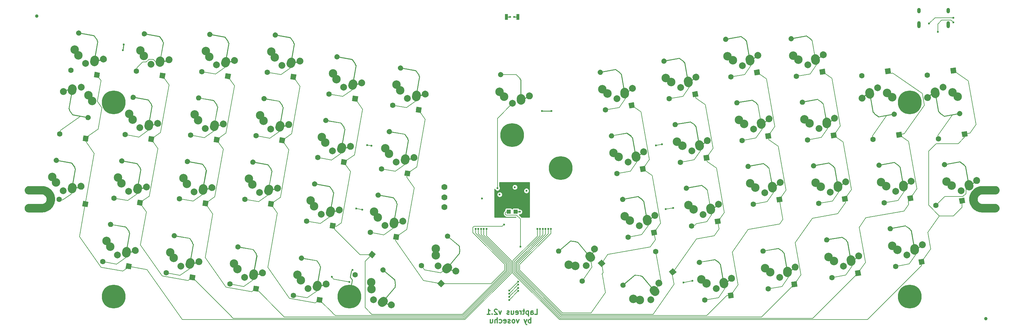
<source format=gbr>
G04 #@! TF.GenerationSoftware,KiCad,Pcbnew,(6.0.0-rc1-dev-1469-g932b9a334)*
G04 #@! TF.CreationDate,2019-08-24T21:44:16-07:00
G04 #@! TF.ProjectId,Laptreus-v2,4c617074-7265-4757-932d-76322e6b6963,rev?*
G04 #@! TF.SameCoordinates,Original*
G04 #@! TF.FileFunction,Copper,L2,Bot*
G04 #@! TF.FilePolarity,Positive*
%FSLAX46Y46*%
G04 Gerber Fmt 4.6, Leading zero omitted, Abs format (unit mm)*
G04 Created by KiCad (PCBNEW (6.0.0-rc1-dev-1469-g932b9a334)) date Saturday, August 24, 2019 at 09:44:16 PM*
%MOMM*%
%LPD*%
G04 APERTURE LIST*
G04 #@! TA.AperFunction,NonConductor*
%ADD10C,0.300000*%
G04 #@! TD*
G04 #@! TA.AperFunction,ComponentPad*
%ADD11C,2.500000*%
G04 #@! TD*
G04 #@! TA.AperFunction,Conductor*
%ADD12C,2.500000*%
G04 #@! TD*
G04 #@! TA.AperFunction,ComponentPad*
%ADD13C,2.000000*%
G04 #@! TD*
G04 #@! TA.AperFunction,ViaPad*
%ADD14C,1.524000*%
G04 #@! TD*
G04 #@! TA.AperFunction,Conductor*
%ADD15C,0.100000*%
G04 #@! TD*
G04 #@! TA.AperFunction,ComponentPad*
%ADD16O,1.000000X2.100000*%
G04 #@! TD*
G04 #@! TA.AperFunction,ComponentPad*
%ADD17O,1.000000X1.600000*%
G04 #@! TD*
G04 #@! TA.AperFunction,ComponentPad*
%ADD18C,1.000000*%
G04 #@! TD*
G04 #@! TA.AperFunction,ComponentPad*
%ADD19C,7.000000*%
G04 #@! TD*
G04 #@! TA.AperFunction,ConnectorPad*
%ADD20C,1.000000*%
G04 #@! TD*
G04 #@! TA.AperFunction,ComponentPad*
%ADD21C,1.600000*%
G04 #@! TD*
G04 #@! TA.AperFunction,SMDPad,CuDef*
%ADD22R,0.900000X1.700000*%
G04 #@! TD*
G04 #@! TA.AperFunction,ComponentPad*
%ADD23C,1.778000*%
G04 #@! TD*
G04 #@! TA.AperFunction,SMDPad,CuDef*
%ADD24R,1.200000X1.200000*%
G04 #@! TD*
G04 #@! TA.AperFunction,ViaPad*
%ADD25C,0.600000*%
G04 #@! TD*
G04 #@! TA.AperFunction,Conductor*
%ADD26C,0.200000*%
G04 #@! TD*
G04 #@! TA.AperFunction,Conductor*
%ADD27C,0.250000*%
G04 #@! TD*
G04 #@! TA.AperFunction,Conductor*
%ADD28C,0.160000*%
G04 #@! TD*
G04 #@! TA.AperFunction,Conductor*
%ADD29C,0.254000*%
G04 #@! TD*
G04 APERTURE END LIST*
D10*
X238497715Y-164589665D02*
X238497715Y-163089665D01*
X238497715Y-163661094D02*
X238354858Y-163589665D01*
X238069144Y-163589665D01*
X237926287Y-163661094D01*
X237854858Y-163732522D01*
X237783430Y-163875379D01*
X237783430Y-164303951D01*
X237854858Y-164446808D01*
X237926287Y-164518236D01*
X238069144Y-164589665D01*
X238354858Y-164589665D01*
X238497715Y-164518236D01*
X237283430Y-163589665D02*
X236926287Y-164589665D01*
X236569144Y-163589665D02*
X236926287Y-164589665D01*
X237069144Y-164946808D01*
X237140572Y-165018236D01*
X237283430Y-165089665D01*
X234997715Y-163589665D02*
X234640572Y-164589665D01*
X234283430Y-163589665D01*
X233497715Y-164589665D02*
X233640572Y-164518236D01*
X233712001Y-164446808D01*
X233783430Y-164303951D01*
X233783430Y-163875379D01*
X233712001Y-163732522D01*
X233640572Y-163661094D01*
X233497715Y-163589665D01*
X233283430Y-163589665D01*
X233140572Y-163661094D01*
X233069144Y-163732522D01*
X232997715Y-163875379D01*
X232997715Y-164303951D01*
X233069144Y-164446808D01*
X233140572Y-164518236D01*
X233283430Y-164589665D01*
X233497715Y-164589665D01*
X232426287Y-164518236D02*
X232283430Y-164589665D01*
X231997715Y-164589665D01*
X231854858Y-164518236D01*
X231783430Y-164375379D01*
X231783430Y-164303951D01*
X231854858Y-164161094D01*
X231997715Y-164089665D01*
X232212001Y-164089665D01*
X232354858Y-164018236D01*
X232426287Y-163875379D01*
X232426287Y-163803951D01*
X232354858Y-163661094D01*
X232212001Y-163589665D01*
X231997715Y-163589665D01*
X231854858Y-163661094D01*
X230569144Y-164518236D02*
X230712001Y-164589665D01*
X230997715Y-164589665D01*
X231140572Y-164518236D01*
X231212001Y-164375379D01*
X231212001Y-163803951D01*
X231140572Y-163661094D01*
X230997715Y-163589665D01*
X230712001Y-163589665D01*
X230569144Y-163661094D01*
X230497715Y-163803951D01*
X230497715Y-163946808D01*
X231212001Y-164089665D01*
X229212001Y-164518236D02*
X229354858Y-164589665D01*
X229640572Y-164589665D01*
X229783430Y-164518236D01*
X229854858Y-164446808D01*
X229926287Y-164303951D01*
X229926287Y-163875379D01*
X229854858Y-163732522D01*
X229783430Y-163661094D01*
X229640572Y-163589665D01*
X229354858Y-163589665D01*
X229212001Y-163661094D01*
X228569144Y-164589665D02*
X228569144Y-163089665D01*
X227926287Y-164589665D02*
X227926287Y-163803951D01*
X227997715Y-163661094D01*
X228140572Y-163589665D01*
X228354858Y-163589665D01*
X228497715Y-163661094D01*
X228569144Y-163732522D01*
X226569144Y-163589665D02*
X226569144Y-164589665D01*
X227212001Y-163589665D02*
X227212001Y-164375379D01*
X227140572Y-164518236D01*
X226997715Y-164589665D01*
X226783430Y-164589665D01*
X226640572Y-164518236D01*
X226569144Y-164446808D01*
X239676289Y-162089665D02*
X240390574Y-162089665D01*
X240390574Y-160589665D01*
X238533432Y-162089665D02*
X238533432Y-161303951D01*
X238604860Y-161161094D01*
X238747717Y-161089665D01*
X239033432Y-161089665D01*
X239176289Y-161161094D01*
X238533432Y-162018236D02*
X238676289Y-162089665D01*
X239033432Y-162089665D01*
X239176289Y-162018236D01*
X239247717Y-161875379D01*
X239247717Y-161732522D01*
X239176289Y-161589665D01*
X239033432Y-161518236D01*
X238676289Y-161518236D01*
X238533432Y-161446808D01*
X237819146Y-161089665D02*
X237819146Y-162589665D01*
X237819146Y-161161094D02*
X237676289Y-161089665D01*
X237390574Y-161089665D01*
X237247717Y-161161094D01*
X237176289Y-161232522D01*
X237104860Y-161375379D01*
X237104860Y-161803951D01*
X237176289Y-161946808D01*
X237247717Y-162018236D01*
X237390574Y-162089665D01*
X237676289Y-162089665D01*
X237819146Y-162018236D01*
X236676289Y-161089665D02*
X236104860Y-161089665D01*
X236462003Y-160589665D02*
X236462003Y-161875379D01*
X236390574Y-162018236D01*
X236247717Y-162089665D01*
X236104860Y-162089665D01*
X235604860Y-162089665D02*
X235604860Y-161089665D01*
X235604860Y-161375379D02*
X235533432Y-161232522D01*
X235462003Y-161161094D01*
X235319146Y-161089665D01*
X235176289Y-161089665D01*
X234104860Y-162018236D02*
X234247717Y-162089665D01*
X234533432Y-162089665D01*
X234676289Y-162018236D01*
X234747717Y-161875379D01*
X234747717Y-161303951D01*
X234676289Y-161161094D01*
X234533432Y-161089665D01*
X234247717Y-161089665D01*
X234104860Y-161161094D01*
X234033432Y-161303951D01*
X234033432Y-161446808D01*
X234747717Y-161589665D01*
X232747717Y-161089665D02*
X232747717Y-162089665D01*
X233390574Y-161089665D02*
X233390574Y-161875379D01*
X233319146Y-162018236D01*
X233176289Y-162089665D01*
X232962003Y-162089665D01*
X232819146Y-162018236D01*
X232747717Y-161946808D01*
X232104860Y-162018236D02*
X231962003Y-162089665D01*
X231676289Y-162089665D01*
X231533432Y-162018236D01*
X231462003Y-161875379D01*
X231462003Y-161803951D01*
X231533432Y-161661094D01*
X231676289Y-161589665D01*
X231890574Y-161589665D01*
X232033432Y-161518236D01*
X232104860Y-161375379D01*
X232104860Y-161303951D01*
X232033432Y-161161094D01*
X231890574Y-161089665D01*
X231676289Y-161089665D01*
X231533432Y-161161094D01*
X229819146Y-161089665D02*
X229462003Y-162089665D01*
X229104860Y-161089665D01*
X228604860Y-160732522D02*
X228533432Y-160661094D01*
X228390574Y-160589665D01*
X228033432Y-160589665D01*
X227890574Y-160661094D01*
X227819146Y-160732522D01*
X227747717Y-160875379D01*
X227747717Y-161018236D01*
X227819146Y-161232522D01*
X228676289Y-162089665D01*
X227747717Y-162089665D01*
X227104860Y-161946808D02*
X227033432Y-162018236D01*
X227104860Y-162089665D01*
X227176289Y-162018236D01*
X227104860Y-161946808D01*
X227104860Y-162089665D01*
X225604860Y-162089665D02*
X226462003Y-162089665D01*
X226033432Y-162089665D02*
X226033432Y-160589665D01*
X226176289Y-160803951D01*
X226319146Y-160946808D01*
X226462003Y-161018236D01*
D11*
G04 #@! TO.P,SW19,1*
G04 #@! TO.N,/ROW1*
X196650875Y-114693630D03*
X195614303Y-113028332D03*
G04 #@! TO.P,SW19,2*
G04 #@! TO.N,Net-(D19-Pad1)*
X201457428Y-116343343D03*
D12*
G04 #@! TD*
G04 #@! TO.N,Net-(D19-Pad1)*
G04 #@! TO.C,SW19*
X201527094Y-116061835D02*
X201387762Y-116624851D01*
D13*
G04 #@! TO.P,SW19,1*
G04 #@! TO.N,/ROW1*
X198765598Y-117097367D03*
D14*
G04 #@! TD*
G04 #@! TO.N,Net-(D19-Pad1)*
G04 #@! TO.C,SW19*
X196794779Y-108118732D03*
D13*
G04 #@! TO.P,SW19,2*
G04 #@! TO.N,Net-(D19-Pad1)*
X204071663Y-115799031D03*
D14*
G04 #@! TD*
G04 #@! TO.N,Net-(D19-Pad1)*
G04 #@! TO.C,SW19*
X196794779Y-108118732D03*
D15*
G04 #@! TO.N,Net-(D19-Pad1)*
G04 #@! TO.C,SW19*
G36*
X197035777Y-107395846D02*
G01*
X197105472Y-107422949D01*
X197172174Y-107456752D01*
X197235242Y-107496931D01*
X197294068Y-107543098D01*
X197348086Y-107594809D01*
X197396775Y-107651565D01*
X197439667Y-107712821D01*
X197476348Y-107777985D01*
X197506464Y-107846432D01*
X197529728Y-107917500D01*
X197545913Y-107990507D01*
X197554865Y-108064748D01*
X197556203Y-108126063D01*
X201346601Y-108794413D01*
X201346992Y-108794485D01*
X201347030Y-108794489D01*
X201347073Y-108794499D01*
X201348317Y-108794727D01*
X201353642Y-108796016D01*
X201358930Y-108797236D01*
X201359549Y-108797445D01*
X201360188Y-108797599D01*
X201365322Y-108799388D01*
X201370504Y-108801132D01*
X201371106Y-108801402D01*
X201371720Y-108801616D01*
X201376661Y-108803899D01*
X201381643Y-108806138D01*
X201382208Y-108806462D01*
X201382806Y-108806738D01*
X201387539Y-108809514D01*
X201392241Y-108812207D01*
X201392772Y-108812584D01*
X201393340Y-108812918D01*
X201397747Y-108816120D01*
X201402196Y-108819281D01*
X201402694Y-108819715D01*
X201403220Y-108820097D01*
X201407275Y-108823697D01*
X201411413Y-108827294D01*
X201411863Y-108827770D01*
X201412353Y-108828205D01*
X201416085Y-108832235D01*
X201419803Y-108836167D01*
X201420199Y-108836678D01*
X201420650Y-108837165D01*
X201423982Y-108841554D01*
X201427288Y-108845817D01*
X202319564Y-110120118D01*
X202319789Y-110120443D01*
X202319813Y-110120476D01*
X202319838Y-110120515D01*
X202320556Y-110121554D01*
X202323411Y-110126232D01*
X202326285Y-110130832D01*
X202326578Y-110131421D01*
X202326918Y-110131979D01*
X202329283Y-110136872D01*
X202331715Y-110141771D01*
X202331949Y-110142386D01*
X202332233Y-110142975D01*
X202334120Y-110148102D01*
X202336052Y-110153188D01*
X202336222Y-110153816D01*
X202336450Y-110154435D01*
X202337835Y-110159749D01*
X202339254Y-110164973D01*
X202339362Y-110165615D01*
X202339529Y-110166253D01*
X202340380Y-110171630D01*
X202341291Y-110177015D01*
X202341337Y-110177676D01*
X202341438Y-110178315D01*
X202341762Y-110183749D01*
X202342142Y-110189198D01*
X202342124Y-110189846D01*
X202342163Y-110190506D01*
X202341952Y-110195988D01*
X202341801Y-110201405D01*
X202341720Y-110202053D01*
X202341694Y-110202709D01*
X202340955Y-110208107D01*
X202340271Y-110213521D01*
X202314532Y-110359493D01*
X202528182Y-110664617D01*
X202528407Y-110664942D01*
X202528432Y-110664974D01*
X202528456Y-110665013D01*
X202529174Y-110666053D01*
X202532029Y-110670731D01*
X202534904Y-110675331D01*
X202535196Y-110675919D01*
X202535536Y-110676477D01*
X202537897Y-110681361D01*
X202540334Y-110686270D01*
X202540568Y-110686887D01*
X202540851Y-110687472D01*
X202542731Y-110692582D01*
X202544670Y-110697686D01*
X202544841Y-110698314D01*
X202545069Y-110698933D01*
X202546453Y-110704247D01*
X202547872Y-110709471D01*
X202547980Y-110710113D01*
X202548147Y-110710751D01*
X202548998Y-110716128D01*
X202549909Y-110721513D01*
X202549955Y-110722174D01*
X202550057Y-110722813D01*
X202550380Y-110728247D01*
X202550761Y-110733696D01*
X202550743Y-110734345D01*
X202550782Y-110735004D01*
X202550571Y-110740486D01*
X202550420Y-110745903D01*
X202550338Y-110746552D01*
X202550313Y-110747207D01*
X202549573Y-110752605D01*
X202548889Y-110758019D01*
X201776883Y-115136284D01*
X201852764Y-115157506D01*
X201967092Y-115201966D01*
X202076513Y-115257418D01*
X202179971Y-115323328D01*
X202276470Y-115399061D01*
X202365082Y-115483889D01*
X202444953Y-115576993D01*
X202515313Y-115677478D01*
X202575485Y-115784375D01*
X202624890Y-115896656D01*
X202663052Y-116013238D01*
X202689602Y-116133000D01*
X202694662Y-116174971D01*
X203096002Y-116012775D01*
X203085921Y-115967305D01*
X203074174Y-115869875D01*
X203072033Y-115771762D01*
X203079520Y-115673914D01*
X203096561Y-115577269D01*
X203122992Y-115482761D01*
X203158560Y-115391298D01*
X203202922Y-115303761D01*
X203255650Y-115220995D01*
X203316236Y-115143795D01*
X203384098Y-115072906D01*
X203458582Y-115009009D01*
X203538970Y-114952721D01*
X203624488Y-114904583D01*
X203714312Y-114865059D01*
X203807578Y-114834531D01*
X203903387Y-114813290D01*
X204000817Y-114801543D01*
X204098929Y-114799402D01*
X204196778Y-114806889D01*
X204293423Y-114823930D01*
X204387931Y-114850361D01*
X204479394Y-114885929D01*
X204566931Y-114930291D01*
X204649697Y-114983019D01*
X204726897Y-115043605D01*
X204797786Y-115111467D01*
X204861683Y-115185951D01*
X204917971Y-115266339D01*
X204966109Y-115351857D01*
X205005633Y-115441681D01*
X205036161Y-115534947D01*
X205057402Y-115630756D01*
X205069148Y-115728186D01*
X205071290Y-115826298D01*
X205063803Y-115924147D01*
X205046762Y-116020792D01*
X205020331Y-116115300D01*
X204984762Y-116206763D01*
X204940401Y-116294300D01*
X204887673Y-116377066D01*
X204827087Y-116454266D01*
X204759225Y-116525155D01*
X204684741Y-116589052D01*
X204604353Y-116645340D01*
X204518835Y-116693478D01*
X204429011Y-116733002D01*
X204335745Y-116763530D01*
X204239936Y-116784771D01*
X204142506Y-116796517D01*
X204044393Y-116798659D01*
X203946545Y-116791172D01*
X203849900Y-116774131D01*
X203755392Y-116747700D01*
X203663929Y-116712131D01*
X203576392Y-116667770D01*
X203493626Y-116615042D01*
X203416426Y-116554455D01*
X203345537Y-116486594D01*
X203281640Y-116412110D01*
X203225352Y-116331722D01*
X203178771Y-116248970D01*
X202702050Y-116441629D01*
X202697604Y-116499738D01*
X202676302Y-116620544D01*
X202643263Y-116738680D01*
X202598803Y-116853008D01*
X202543351Y-116962429D01*
X202477441Y-117065887D01*
X202401708Y-117162386D01*
X202316880Y-117250998D01*
X202223776Y-117330869D01*
X202123291Y-117401229D01*
X202016394Y-117461401D01*
X201904113Y-117510806D01*
X201787531Y-117548968D01*
X201667769Y-117575518D01*
X201545982Y-117590202D01*
X201423342Y-117592878D01*
X201301031Y-117583520D01*
X201180225Y-117562218D01*
X201062089Y-117529179D01*
X200947761Y-117484719D01*
X200838340Y-117429267D01*
X200734882Y-117363357D01*
X200638383Y-117287624D01*
X200549771Y-117202796D01*
X200469900Y-117109692D01*
X200399540Y-117009207D01*
X200339368Y-116902310D01*
X200289963Y-116790029D01*
X200251801Y-116673447D01*
X200225251Y-116553685D01*
X200210567Y-116431898D01*
X200207891Y-116309258D01*
X200217249Y-116186947D01*
X200238551Y-116066141D01*
X200271590Y-115948005D01*
X200316050Y-115833677D01*
X200371502Y-115724256D01*
X200437412Y-115620798D01*
X200513145Y-115524299D01*
X200597973Y-115435687D01*
X200691077Y-115355816D01*
X200791562Y-115285456D01*
X200898459Y-115225284D01*
X201010740Y-115175879D01*
X201127322Y-115137717D01*
X201247084Y-115111167D01*
X201368871Y-115096483D01*
X201491511Y-115093807D01*
X201529997Y-115096752D01*
X202293697Y-110765597D01*
X202080047Y-110460473D01*
X202079822Y-110460148D01*
X202079797Y-110460116D01*
X202079773Y-110460077D01*
X202079055Y-110459037D01*
X202076200Y-110454360D01*
X202073325Y-110449759D01*
X202073033Y-110449171D01*
X202072693Y-110448613D01*
X202070317Y-110443698D01*
X202067895Y-110438820D01*
X202067664Y-110438211D01*
X202067377Y-110437618D01*
X202065481Y-110432465D01*
X202063559Y-110427404D01*
X202063388Y-110426777D01*
X202063160Y-110426157D01*
X202061776Y-110420843D01*
X202060357Y-110415619D01*
X202060248Y-110414977D01*
X202060082Y-110414339D01*
X202059231Y-110408962D01*
X202058320Y-110403577D01*
X202058274Y-110402916D01*
X202058172Y-110402277D01*
X202057849Y-110396843D01*
X202057468Y-110391394D01*
X202057486Y-110390746D01*
X202057447Y-110390086D01*
X202057658Y-110384604D01*
X202057809Y-110379187D01*
X202057891Y-110378538D01*
X202057916Y-110377883D01*
X202058656Y-110372485D01*
X202059340Y-110367071D01*
X202085078Y-110221099D01*
X201252199Y-109031624D01*
X197512791Y-108372265D01*
X197490562Y-108429425D01*
X197456759Y-108496127D01*
X197416580Y-108559195D01*
X197370413Y-108618021D01*
X197318702Y-108672039D01*
X197261946Y-108720728D01*
X197200690Y-108763620D01*
X197135526Y-108800301D01*
X197067079Y-108830417D01*
X196996011Y-108853681D01*
X196923004Y-108869866D01*
X196848763Y-108878818D01*
X196774002Y-108880449D01*
X196699440Y-108874744D01*
X196625797Y-108861759D01*
X196553781Y-108841618D01*
X196484086Y-108814515D01*
X196417384Y-108780712D01*
X196354316Y-108740533D01*
X196295490Y-108694366D01*
X196241472Y-108642655D01*
X196192783Y-108585899D01*
X196149891Y-108524643D01*
X196113210Y-108459479D01*
X196083094Y-108391032D01*
X196059830Y-108319964D01*
X196043645Y-108246957D01*
X196034693Y-108172716D01*
X196033062Y-108097955D01*
X196038767Y-108023393D01*
X196051752Y-107949750D01*
X196071893Y-107877734D01*
X196098996Y-107808039D01*
X196132799Y-107741337D01*
X196172978Y-107678269D01*
X196219145Y-107619443D01*
X196270856Y-107565425D01*
X196327612Y-107516736D01*
X196388868Y-107473844D01*
X196454032Y-107437163D01*
X196522479Y-107407047D01*
X196593547Y-107383783D01*
X196666554Y-107367598D01*
X196740795Y-107358646D01*
X196815556Y-107357015D01*
X196890118Y-107362720D01*
X196963761Y-107375705D01*
X197035777Y-107395846D01*
X197035777Y-107395846D01*
G37*
G04 #@! TD*
D11*
G04 #@! TO.P,SW3,1*
G04 #@! TO.N,/ROW0*
X317397521Y-86919865D03*
X315853897Y-85709526D03*
G04 #@! TO.P,SW3,2*
G04 #@! TO.N,Net-(D3-Pad1)*
X322478438Y-86826151D03*
D12*
G04 #@! TD*
G04 #@! TO.N,Net-(D3-Pad1)*
G04 #@! TO.C,SW3*
X322447621Y-86537793D02*
X322509255Y-87114509D01*
D13*
G04 #@! TO.P,SW3,1*
G04 #@! TO.N,/ROW0*
X320206837Y-88455362D03*
D14*
G04 #@! TD*
G04 #@! TO.N,Net-(D3-Pad1)*
G04 #@! TO.C,SW3*
X315283999Y-80692264D03*
D13*
G04 #@! TO.P,SW3,2*
G04 #@! TO.N,Net-(D3-Pad1)*
X324748850Y-85420545D03*
D14*
G04 #@! TD*
G04 #@! TO.N,Net-(D3-Pad1)*
G04 #@! TO.C,SW3*
X315283999Y-80692264D03*
D15*
G04 #@! TO.N,Net-(D3-Pad1)*
G04 #@! TO.C,SW3*
G36*
X315263222Y-79930547D02*
G01*
X315337983Y-79932178D01*
X315412224Y-79941130D01*
X315485231Y-79957315D01*
X315556299Y-79980579D01*
X315624746Y-80010695D01*
X315689910Y-80047376D01*
X315751166Y-80090268D01*
X315807922Y-80138957D01*
X315859633Y-80192975D01*
X315905800Y-80251801D01*
X315945979Y-80314869D01*
X315979782Y-80381571D01*
X316002011Y-80438731D01*
X319792409Y-79770381D01*
X319792801Y-79770315D01*
X319792838Y-79770307D01*
X319792882Y-79770301D01*
X319794129Y-79770090D01*
X319799574Y-79769479D01*
X319804960Y-79768818D01*
X319805613Y-79768803D01*
X319806266Y-79768729D01*
X319811703Y-79768654D01*
X319817169Y-79768520D01*
X319817827Y-79768568D01*
X319818477Y-79768559D01*
X319823901Y-79769014D01*
X319829348Y-79769414D01*
X319829990Y-79769525D01*
X319830646Y-79769580D01*
X319836043Y-79770570D01*
X319841383Y-79771493D01*
X319842010Y-79771666D01*
X319842659Y-79771785D01*
X319847895Y-79773286D01*
X319853157Y-79774736D01*
X319853773Y-79774972D01*
X319854398Y-79775152D01*
X319859440Y-79777147D01*
X319864558Y-79779112D01*
X319865144Y-79779406D01*
X319865753Y-79779647D01*
X319870638Y-79782158D01*
X319875477Y-79784581D01*
X319876024Y-79784926D01*
X319876614Y-79785229D01*
X319881247Y-79788214D01*
X319885811Y-79791089D01*
X321160113Y-80683364D01*
X321160436Y-80683593D01*
X321160470Y-80683615D01*
X321160506Y-80683643D01*
X321161536Y-80684375D01*
X321165819Y-80687794D01*
X321170094Y-80691133D01*
X321170570Y-80691586D01*
X321171080Y-80691994D01*
X321174976Y-80695783D01*
X321178938Y-80699555D01*
X321179367Y-80700053D01*
X321179836Y-80700509D01*
X321183362Y-80704682D01*
X321186917Y-80708800D01*
X321187292Y-80709332D01*
X321187718Y-80709836D01*
X321190836Y-80714356D01*
X321193957Y-80718779D01*
X321194278Y-80719345D01*
X321194653Y-80719888D01*
X321197292Y-80724649D01*
X321199989Y-80729398D01*
X321200259Y-80730004D01*
X321200573Y-80730570D01*
X321202735Y-80735565D01*
X321204956Y-80740555D01*
X321205161Y-80741171D01*
X321205424Y-80741778D01*
X321207100Y-80747001D01*
X321208811Y-80752143D01*
X321208956Y-80752780D01*
X321209156Y-80753405D01*
X321210308Y-80758730D01*
X321211517Y-80764052D01*
X321237256Y-80910024D01*
X321542379Y-81123674D01*
X321542702Y-81123902D01*
X321542736Y-81123925D01*
X321542773Y-81123953D01*
X321543802Y-81124684D01*
X321548085Y-81128103D01*
X321552360Y-81131443D01*
X321552836Y-81131896D01*
X321553347Y-81132303D01*
X321557235Y-81136086D01*
X321561204Y-81139865D01*
X321561635Y-81140365D01*
X321562101Y-81140818D01*
X321565616Y-81144976D01*
X321569183Y-81149110D01*
X321569559Y-81149642D01*
X321569985Y-81150145D01*
X321573103Y-81154666D01*
X321576223Y-81159089D01*
X321576544Y-81159655D01*
X321576919Y-81160198D01*
X321579558Y-81164959D01*
X321582256Y-81169708D01*
X321582525Y-81170313D01*
X321582839Y-81170879D01*
X321585001Y-81175875D01*
X321587223Y-81180865D01*
X321587428Y-81181480D01*
X321587690Y-81182087D01*
X321589367Y-81187310D01*
X321591077Y-81192452D01*
X321591222Y-81193090D01*
X321591423Y-81193714D01*
X321592574Y-81199039D01*
X321593784Y-81204361D01*
X322365790Y-85582626D01*
X322444352Y-85576615D01*
X322566992Y-85579291D01*
X322688780Y-85593975D01*
X322808541Y-85620525D01*
X322925123Y-85658687D01*
X323037404Y-85708092D01*
X323144302Y-85768264D01*
X323244786Y-85838624D01*
X323337890Y-85918495D01*
X323422718Y-86007107D01*
X323498452Y-86103606D01*
X323564361Y-86207064D01*
X323583472Y-86244774D01*
X323905133Y-85955093D01*
X323880109Y-85915813D01*
X323835747Y-85828276D01*
X323800179Y-85736813D01*
X323773748Y-85642305D01*
X323756707Y-85545660D01*
X323749220Y-85447811D01*
X323751361Y-85349699D01*
X323763108Y-85252269D01*
X323784349Y-85156460D01*
X323814877Y-85063194D01*
X323854401Y-84973370D01*
X323902539Y-84887852D01*
X323958827Y-84807464D01*
X324022724Y-84732980D01*
X324093613Y-84665118D01*
X324170813Y-84604532D01*
X324253579Y-84551804D01*
X324341116Y-84507442D01*
X324432579Y-84471874D01*
X324527087Y-84445443D01*
X324623732Y-84428402D01*
X324721580Y-84420915D01*
X324819693Y-84423056D01*
X324917123Y-84434803D01*
X325012932Y-84456044D01*
X325106198Y-84486572D01*
X325196022Y-84526096D01*
X325281540Y-84574234D01*
X325361928Y-84630522D01*
X325436412Y-84694419D01*
X325504274Y-84765308D01*
X325564860Y-84842508D01*
X325617588Y-84925274D01*
X325661949Y-85012811D01*
X325697518Y-85104274D01*
X325723949Y-85198782D01*
X325740990Y-85295427D01*
X325748477Y-85393275D01*
X325746336Y-85491388D01*
X325734589Y-85588818D01*
X325713348Y-85684627D01*
X325682820Y-85777893D01*
X325643296Y-85867717D01*
X325595158Y-85953235D01*
X325538870Y-86033623D01*
X325474973Y-86108107D01*
X325404084Y-86175968D01*
X325326884Y-86236555D01*
X325244118Y-86289283D01*
X325156581Y-86333644D01*
X325065118Y-86369213D01*
X324970610Y-86395644D01*
X324873965Y-86412685D01*
X324776116Y-86420172D01*
X324678004Y-86418030D01*
X324580574Y-86406283D01*
X324484765Y-86385043D01*
X324391499Y-86354515D01*
X324301675Y-86314991D01*
X324216157Y-86266853D01*
X324135769Y-86210565D01*
X324063695Y-86148735D01*
X323681616Y-86492824D01*
X323697313Y-86548949D01*
X323718614Y-86669755D01*
X323727972Y-86792066D01*
X323725296Y-86914706D01*
X323710612Y-87036493D01*
X323684062Y-87156255D01*
X323645901Y-87272837D01*
X323596495Y-87385118D01*
X323536324Y-87492015D01*
X323465964Y-87592500D01*
X323386093Y-87685604D01*
X323297481Y-87770432D01*
X323200982Y-87846165D01*
X323097523Y-87912075D01*
X322988103Y-87967527D01*
X322873774Y-88011987D01*
X322755639Y-88045026D01*
X322634832Y-88066328D01*
X322512521Y-88075686D01*
X322389881Y-88073010D01*
X322268094Y-88058326D01*
X322148332Y-88031776D01*
X322031751Y-87993614D01*
X321919470Y-87944209D01*
X321812572Y-87884037D01*
X321712088Y-87813677D01*
X321618984Y-87733806D01*
X321534156Y-87645194D01*
X321458422Y-87548695D01*
X321392512Y-87445237D01*
X321337060Y-87335816D01*
X321292600Y-87221488D01*
X321259561Y-87103352D01*
X321238260Y-86982546D01*
X321228901Y-86860235D01*
X321231578Y-86737595D01*
X321246262Y-86615808D01*
X321272812Y-86496046D01*
X321310973Y-86379464D01*
X321360378Y-86267183D01*
X321420550Y-86160286D01*
X321490910Y-86059801D01*
X321570781Y-85966697D01*
X321659393Y-85881869D01*
X321755892Y-85806136D01*
X321859351Y-85740226D01*
X321968771Y-85684774D01*
X322083099Y-85640314D01*
X322120272Y-85629918D01*
X321356572Y-81298763D01*
X321051449Y-81085113D01*
X321051126Y-81084885D01*
X321051092Y-81084862D01*
X321051056Y-81084834D01*
X321050026Y-81084103D01*
X321045743Y-81080684D01*
X321041468Y-81077344D01*
X321040992Y-81076891D01*
X321040482Y-81076483D01*
X321036569Y-81072677D01*
X321032625Y-81068922D01*
X321032198Y-81068428D01*
X321031726Y-81067969D01*
X321028182Y-81063775D01*
X321024645Y-81059677D01*
X321024270Y-81059146D01*
X321023844Y-81058641D01*
X321020726Y-81054121D01*
X321017605Y-81049698D01*
X321017284Y-81049132D01*
X321016909Y-81048589D01*
X321014270Y-81043828D01*
X321011573Y-81039079D01*
X321011303Y-81038474D01*
X321010989Y-81037908D01*
X321008827Y-81032912D01*
X321006606Y-81027922D01*
X321006401Y-81027306D01*
X321006138Y-81026700D01*
X321004462Y-81021477D01*
X321002751Y-81016335D01*
X321002606Y-81015697D01*
X321002406Y-81015072D01*
X321001254Y-81009747D01*
X321000045Y-81004425D01*
X320974306Y-80858453D01*
X319784831Y-80025574D01*
X316045423Y-80684933D01*
X316044085Y-80746248D01*
X316035133Y-80820489D01*
X316018948Y-80893496D01*
X315995684Y-80964564D01*
X315965568Y-81033011D01*
X315928887Y-81098175D01*
X315885995Y-81159431D01*
X315837306Y-81216187D01*
X315783288Y-81267898D01*
X315724462Y-81314065D01*
X315661394Y-81354244D01*
X315594692Y-81388047D01*
X315524997Y-81415150D01*
X315452981Y-81435291D01*
X315379338Y-81448276D01*
X315304776Y-81453981D01*
X315230015Y-81452350D01*
X315155774Y-81443398D01*
X315082767Y-81427213D01*
X315011699Y-81403949D01*
X314943252Y-81373833D01*
X314878088Y-81337152D01*
X314816832Y-81294260D01*
X314760076Y-81245571D01*
X314708365Y-81191553D01*
X314662198Y-81132727D01*
X314622019Y-81069659D01*
X314588216Y-81002957D01*
X314561113Y-80933262D01*
X314540972Y-80861246D01*
X314527987Y-80787603D01*
X314522282Y-80713041D01*
X314523913Y-80638280D01*
X314532865Y-80564039D01*
X314549050Y-80491032D01*
X314572314Y-80419964D01*
X314602430Y-80351517D01*
X314639111Y-80286353D01*
X314682003Y-80225097D01*
X314730692Y-80168341D01*
X314784710Y-80116630D01*
X314843536Y-80070463D01*
X314906604Y-80030284D01*
X314973306Y-79996481D01*
X315043001Y-79969378D01*
X315115017Y-79949237D01*
X315188660Y-79936252D01*
X315263222Y-79930547D01*
X315263222Y-79930547D01*
G37*
G04 #@! TD*
D11*
G04 #@! TO.P,SW12,1*
G04 #@! TO.N,/ROW0*
X105042543Y-85600486D03*
X104005971Y-83935188D03*
G04 #@! TO.P,SW12,2*
G04 #@! TO.N,Net-(D12-Pad1)*
X109849096Y-87250199D03*
D12*
G04 #@! TD*
G04 #@! TO.N,Net-(D12-Pad1)*
G04 #@! TO.C,SW12*
X109918762Y-86968691D02*
X109779430Y-87531707D01*
D13*
G04 #@! TO.P,SW12,1*
G04 #@! TO.N,/ROW0*
X107157266Y-88004223D03*
D14*
G04 #@! TD*
G04 #@! TO.N,Net-(D12-Pad1)*
G04 #@! TO.C,SW12*
X105186447Y-79025588D03*
D13*
G04 #@! TO.P,SW12,2*
G04 #@! TO.N,Net-(D12-Pad1)*
X112463331Y-86705887D03*
D14*
G04 #@! TD*
G04 #@! TO.N,Net-(D12-Pad1)*
G04 #@! TO.C,SW12*
X105186447Y-79025588D03*
D15*
G04 #@! TO.N,Net-(D12-Pad1)*
G04 #@! TO.C,SW12*
G36*
X105427445Y-78302702D02*
G01*
X105497140Y-78329805D01*
X105563842Y-78363608D01*
X105626910Y-78403787D01*
X105685736Y-78449954D01*
X105739754Y-78501665D01*
X105788443Y-78558421D01*
X105831335Y-78619677D01*
X105868016Y-78684841D01*
X105898132Y-78753288D01*
X105921396Y-78824356D01*
X105937581Y-78897363D01*
X105946533Y-78971604D01*
X105947871Y-79032919D01*
X109738269Y-79701269D01*
X109738660Y-79701341D01*
X109738698Y-79701345D01*
X109738741Y-79701355D01*
X109739985Y-79701583D01*
X109745310Y-79702872D01*
X109750598Y-79704092D01*
X109751217Y-79704301D01*
X109751856Y-79704455D01*
X109756990Y-79706244D01*
X109762172Y-79707988D01*
X109762774Y-79708258D01*
X109763388Y-79708472D01*
X109768329Y-79710755D01*
X109773311Y-79712994D01*
X109773876Y-79713318D01*
X109774474Y-79713594D01*
X109779207Y-79716370D01*
X109783909Y-79719063D01*
X109784440Y-79719440D01*
X109785008Y-79719774D01*
X109789415Y-79722976D01*
X109793864Y-79726137D01*
X109794362Y-79726571D01*
X109794888Y-79726953D01*
X109798943Y-79730553D01*
X109803081Y-79734150D01*
X109803531Y-79734626D01*
X109804021Y-79735061D01*
X109807753Y-79739091D01*
X109811471Y-79743023D01*
X109811867Y-79743534D01*
X109812318Y-79744021D01*
X109815650Y-79748410D01*
X109818956Y-79752673D01*
X110711232Y-81026974D01*
X110711457Y-81027299D01*
X110711481Y-81027332D01*
X110711506Y-81027371D01*
X110712224Y-81028410D01*
X110715079Y-81033088D01*
X110717953Y-81037688D01*
X110718246Y-81038277D01*
X110718586Y-81038835D01*
X110720951Y-81043728D01*
X110723383Y-81048627D01*
X110723617Y-81049242D01*
X110723901Y-81049831D01*
X110725788Y-81054958D01*
X110727720Y-81060044D01*
X110727890Y-81060672D01*
X110728118Y-81061291D01*
X110729503Y-81066605D01*
X110730922Y-81071829D01*
X110731030Y-81072471D01*
X110731197Y-81073109D01*
X110732048Y-81078486D01*
X110732959Y-81083871D01*
X110733005Y-81084532D01*
X110733106Y-81085171D01*
X110733430Y-81090605D01*
X110733810Y-81096054D01*
X110733792Y-81096702D01*
X110733831Y-81097362D01*
X110733620Y-81102844D01*
X110733469Y-81108261D01*
X110733388Y-81108909D01*
X110733362Y-81109565D01*
X110732623Y-81114963D01*
X110731939Y-81120377D01*
X110706200Y-81266349D01*
X110919850Y-81571473D01*
X110920075Y-81571798D01*
X110920100Y-81571830D01*
X110920124Y-81571869D01*
X110920842Y-81572909D01*
X110923697Y-81577587D01*
X110926572Y-81582187D01*
X110926864Y-81582775D01*
X110927204Y-81583333D01*
X110929565Y-81588217D01*
X110932002Y-81593126D01*
X110932236Y-81593743D01*
X110932519Y-81594328D01*
X110934399Y-81599438D01*
X110936338Y-81604542D01*
X110936509Y-81605170D01*
X110936737Y-81605789D01*
X110938121Y-81611103D01*
X110939540Y-81616327D01*
X110939648Y-81616969D01*
X110939815Y-81617607D01*
X110940666Y-81622984D01*
X110941577Y-81628369D01*
X110941623Y-81629030D01*
X110941725Y-81629669D01*
X110942048Y-81635103D01*
X110942429Y-81640552D01*
X110942411Y-81641201D01*
X110942450Y-81641860D01*
X110942239Y-81647342D01*
X110942088Y-81652759D01*
X110942006Y-81653408D01*
X110941981Y-81654063D01*
X110941241Y-81659461D01*
X110940557Y-81664875D01*
X110168551Y-86043140D01*
X110244432Y-86064362D01*
X110358760Y-86108822D01*
X110468181Y-86164274D01*
X110571639Y-86230184D01*
X110668138Y-86305917D01*
X110756750Y-86390745D01*
X110836621Y-86483849D01*
X110906981Y-86584334D01*
X110967153Y-86691231D01*
X111016558Y-86803512D01*
X111054720Y-86920094D01*
X111081270Y-87039856D01*
X111086330Y-87081827D01*
X111487670Y-86919631D01*
X111477589Y-86874161D01*
X111465842Y-86776731D01*
X111463701Y-86678618D01*
X111471188Y-86580770D01*
X111488229Y-86484125D01*
X111514660Y-86389617D01*
X111550228Y-86298154D01*
X111594590Y-86210617D01*
X111647318Y-86127851D01*
X111707904Y-86050651D01*
X111775766Y-85979762D01*
X111850250Y-85915865D01*
X111930638Y-85859577D01*
X112016156Y-85811439D01*
X112105980Y-85771915D01*
X112199246Y-85741387D01*
X112295055Y-85720146D01*
X112392485Y-85708399D01*
X112490597Y-85706258D01*
X112588446Y-85713745D01*
X112685091Y-85730786D01*
X112779599Y-85757217D01*
X112871062Y-85792785D01*
X112958599Y-85837147D01*
X113041365Y-85889875D01*
X113118565Y-85950461D01*
X113189454Y-86018323D01*
X113253351Y-86092807D01*
X113309639Y-86173195D01*
X113357777Y-86258713D01*
X113397301Y-86348537D01*
X113427829Y-86441803D01*
X113449070Y-86537612D01*
X113460816Y-86635042D01*
X113462958Y-86733154D01*
X113455471Y-86831003D01*
X113438430Y-86927648D01*
X113411999Y-87022156D01*
X113376430Y-87113619D01*
X113332069Y-87201156D01*
X113279341Y-87283922D01*
X113218755Y-87361122D01*
X113150893Y-87432011D01*
X113076409Y-87495908D01*
X112996021Y-87552196D01*
X112910503Y-87600334D01*
X112820679Y-87639858D01*
X112727413Y-87670386D01*
X112631604Y-87691627D01*
X112534174Y-87703373D01*
X112436061Y-87705515D01*
X112338213Y-87698028D01*
X112241568Y-87680987D01*
X112147060Y-87654556D01*
X112055597Y-87618987D01*
X111968060Y-87574626D01*
X111885294Y-87521898D01*
X111808094Y-87461311D01*
X111737205Y-87393450D01*
X111673308Y-87318966D01*
X111617020Y-87238578D01*
X111570439Y-87155826D01*
X111093718Y-87348485D01*
X111089272Y-87406594D01*
X111067970Y-87527400D01*
X111034931Y-87645536D01*
X110990471Y-87759864D01*
X110935019Y-87869285D01*
X110869109Y-87972743D01*
X110793376Y-88069242D01*
X110708548Y-88157854D01*
X110615444Y-88237725D01*
X110514959Y-88308085D01*
X110408062Y-88368257D01*
X110295781Y-88417662D01*
X110179199Y-88455824D01*
X110059437Y-88482374D01*
X109937650Y-88497058D01*
X109815010Y-88499734D01*
X109692699Y-88490376D01*
X109571893Y-88469074D01*
X109453757Y-88436035D01*
X109339429Y-88391575D01*
X109230008Y-88336123D01*
X109126550Y-88270213D01*
X109030051Y-88194480D01*
X108941439Y-88109652D01*
X108861568Y-88016548D01*
X108791208Y-87916063D01*
X108731036Y-87809166D01*
X108681631Y-87696885D01*
X108643469Y-87580303D01*
X108616919Y-87460541D01*
X108602235Y-87338754D01*
X108599559Y-87216114D01*
X108608917Y-87093803D01*
X108630219Y-86972997D01*
X108663258Y-86854861D01*
X108707718Y-86740533D01*
X108763170Y-86631112D01*
X108829080Y-86527654D01*
X108904813Y-86431155D01*
X108989641Y-86342543D01*
X109082745Y-86262672D01*
X109183230Y-86192312D01*
X109290127Y-86132140D01*
X109402408Y-86082735D01*
X109518990Y-86044573D01*
X109638752Y-86018023D01*
X109760539Y-86003339D01*
X109883179Y-86000663D01*
X109921665Y-86003608D01*
X110685365Y-81672453D01*
X110471715Y-81367329D01*
X110471490Y-81367004D01*
X110471465Y-81366972D01*
X110471441Y-81366933D01*
X110470723Y-81365893D01*
X110467868Y-81361216D01*
X110464993Y-81356615D01*
X110464701Y-81356027D01*
X110464361Y-81355469D01*
X110461985Y-81350554D01*
X110459563Y-81345676D01*
X110459332Y-81345067D01*
X110459045Y-81344474D01*
X110457149Y-81339321D01*
X110455227Y-81334260D01*
X110455056Y-81333633D01*
X110454828Y-81333013D01*
X110453444Y-81327699D01*
X110452025Y-81322475D01*
X110451916Y-81321833D01*
X110451750Y-81321195D01*
X110450899Y-81315818D01*
X110449988Y-81310433D01*
X110449942Y-81309772D01*
X110449840Y-81309133D01*
X110449517Y-81303699D01*
X110449136Y-81298250D01*
X110449154Y-81297602D01*
X110449115Y-81296942D01*
X110449326Y-81291460D01*
X110449477Y-81286043D01*
X110449559Y-81285394D01*
X110449584Y-81284739D01*
X110450324Y-81279341D01*
X110451008Y-81273927D01*
X110476746Y-81127955D01*
X109643867Y-79938480D01*
X105904459Y-79279121D01*
X105882230Y-79336281D01*
X105848427Y-79402983D01*
X105808248Y-79466051D01*
X105762081Y-79524877D01*
X105710370Y-79578895D01*
X105653614Y-79627584D01*
X105592358Y-79670476D01*
X105527194Y-79707157D01*
X105458747Y-79737273D01*
X105387679Y-79760537D01*
X105314672Y-79776722D01*
X105240431Y-79785674D01*
X105165670Y-79787305D01*
X105091108Y-79781600D01*
X105017465Y-79768615D01*
X104945449Y-79748474D01*
X104875754Y-79721371D01*
X104809052Y-79687568D01*
X104745984Y-79647389D01*
X104687158Y-79601222D01*
X104633140Y-79549511D01*
X104584451Y-79492755D01*
X104541559Y-79431499D01*
X104504878Y-79366335D01*
X104474762Y-79297888D01*
X104451498Y-79226820D01*
X104435313Y-79153813D01*
X104426361Y-79079572D01*
X104424730Y-79004811D01*
X104430435Y-78930249D01*
X104443420Y-78856606D01*
X104463561Y-78784590D01*
X104490664Y-78714895D01*
X104524467Y-78648193D01*
X104564646Y-78585125D01*
X104610813Y-78526299D01*
X104662524Y-78472281D01*
X104719280Y-78423592D01*
X104780536Y-78380700D01*
X104845700Y-78344019D01*
X104914147Y-78313903D01*
X104985215Y-78290639D01*
X105058222Y-78274454D01*
X105132463Y-78265502D01*
X105207224Y-78263871D01*
X105281786Y-78269576D01*
X105355429Y-78282561D01*
X105427445Y-78302702D01*
X105427445Y-78302702D01*
G37*
G04 #@! TD*
D11*
G04 #@! TO.P,SW11,1*
G04 #@! TO.N,/ROW0*
X124365189Y-85827817D03*
X123328617Y-84162519D03*
G04 #@! TO.P,SW11,2*
G04 #@! TO.N,Net-(D11-Pad1)*
X129171742Y-87477530D03*
D12*
G04 #@! TD*
G04 #@! TO.N,Net-(D11-Pad1)*
G04 #@! TO.C,SW11*
X129241408Y-87196022D02*
X129102076Y-87759038D01*
D13*
G04 #@! TO.P,SW11,1*
G04 #@! TO.N,/ROW0*
X126479912Y-88231554D03*
D14*
G04 #@! TD*
G04 #@! TO.N,Net-(D11-Pad1)*
G04 #@! TO.C,SW11*
X124509093Y-79252919D03*
D13*
G04 #@! TO.P,SW11,2*
G04 #@! TO.N,Net-(D11-Pad1)*
X131785977Y-86933218D03*
D14*
G04 #@! TD*
G04 #@! TO.N,Net-(D11-Pad1)*
G04 #@! TO.C,SW11*
X124509093Y-79252919D03*
D15*
G04 #@! TO.N,Net-(D11-Pad1)*
G04 #@! TO.C,SW11*
G36*
X124750091Y-78530033D02*
G01*
X124819786Y-78557136D01*
X124886488Y-78590939D01*
X124949556Y-78631118D01*
X125008382Y-78677285D01*
X125062400Y-78728996D01*
X125111089Y-78785752D01*
X125153981Y-78847008D01*
X125190662Y-78912172D01*
X125220778Y-78980619D01*
X125244042Y-79051687D01*
X125260227Y-79124694D01*
X125269179Y-79198935D01*
X125270517Y-79260250D01*
X129060915Y-79928600D01*
X129061306Y-79928672D01*
X129061344Y-79928676D01*
X129061387Y-79928686D01*
X129062631Y-79928914D01*
X129067956Y-79930203D01*
X129073244Y-79931423D01*
X129073863Y-79931632D01*
X129074502Y-79931786D01*
X129079636Y-79933575D01*
X129084818Y-79935319D01*
X129085420Y-79935589D01*
X129086034Y-79935803D01*
X129090975Y-79938086D01*
X129095957Y-79940325D01*
X129096522Y-79940649D01*
X129097120Y-79940925D01*
X129101853Y-79943701D01*
X129106555Y-79946394D01*
X129107086Y-79946771D01*
X129107654Y-79947105D01*
X129112061Y-79950307D01*
X129116510Y-79953468D01*
X129117008Y-79953902D01*
X129117534Y-79954284D01*
X129121589Y-79957884D01*
X129125727Y-79961481D01*
X129126177Y-79961957D01*
X129126667Y-79962392D01*
X129130399Y-79966422D01*
X129134117Y-79970354D01*
X129134513Y-79970865D01*
X129134964Y-79971352D01*
X129138296Y-79975741D01*
X129141602Y-79980004D01*
X130033878Y-81254305D01*
X130034103Y-81254630D01*
X130034127Y-81254663D01*
X130034152Y-81254702D01*
X130034870Y-81255741D01*
X130037725Y-81260419D01*
X130040599Y-81265019D01*
X130040892Y-81265608D01*
X130041232Y-81266166D01*
X130043597Y-81271059D01*
X130046029Y-81275958D01*
X130046263Y-81276573D01*
X130046547Y-81277162D01*
X130048434Y-81282289D01*
X130050366Y-81287375D01*
X130050536Y-81288003D01*
X130050764Y-81288622D01*
X130052149Y-81293936D01*
X130053568Y-81299160D01*
X130053676Y-81299802D01*
X130053843Y-81300440D01*
X130054694Y-81305817D01*
X130055605Y-81311202D01*
X130055651Y-81311863D01*
X130055752Y-81312502D01*
X130056076Y-81317936D01*
X130056456Y-81323385D01*
X130056438Y-81324033D01*
X130056477Y-81324693D01*
X130056266Y-81330175D01*
X130056115Y-81335592D01*
X130056034Y-81336240D01*
X130056008Y-81336896D01*
X130055269Y-81342294D01*
X130054585Y-81347708D01*
X130028846Y-81493680D01*
X130242496Y-81798804D01*
X130242721Y-81799129D01*
X130242746Y-81799161D01*
X130242770Y-81799200D01*
X130243488Y-81800240D01*
X130246343Y-81804918D01*
X130249218Y-81809518D01*
X130249510Y-81810106D01*
X130249850Y-81810664D01*
X130252211Y-81815548D01*
X130254648Y-81820457D01*
X130254882Y-81821074D01*
X130255165Y-81821659D01*
X130257045Y-81826769D01*
X130258984Y-81831873D01*
X130259155Y-81832501D01*
X130259383Y-81833120D01*
X130260767Y-81838434D01*
X130262186Y-81843658D01*
X130262294Y-81844300D01*
X130262461Y-81844938D01*
X130263312Y-81850315D01*
X130264223Y-81855700D01*
X130264269Y-81856361D01*
X130264371Y-81857000D01*
X130264694Y-81862434D01*
X130265075Y-81867883D01*
X130265057Y-81868532D01*
X130265096Y-81869191D01*
X130264885Y-81874673D01*
X130264734Y-81880090D01*
X130264652Y-81880739D01*
X130264627Y-81881394D01*
X130263887Y-81886792D01*
X130263203Y-81892206D01*
X129491197Y-86270471D01*
X129567078Y-86291693D01*
X129681406Y-86336153D01*
X129790827Y-86391605D01*
X129894285Y-86457515D01*
X129990784Y-86533248D01*
X130079396Y-86618076D01*
X130159267Y-86711180D01*
X130229627Y-86811665D01*
X130289799Y-86918562D01*
X130339204Y-87030843D01*
X130377366Y-87147425D01*
X130403916Y-87267187D01*
X130408976Y-87309158D01*
X130810316Y-87146962D01*
X130800235Y-87101492D01*
X130788488Y-87004062D01*
X130786347Y-86905949D01*
X130793834Y-86808101D01*
X130810875Y-86711456D01*
X130837306Y-86616948D01*
X130872874Y-86525485D01*
X130917236Y-86437948D01*
X130969964Y-86355182D01*
X131030550Y-86277982D01*
X131098412Y-86207093D01*
X131172896Y-86143196D01*
X131253284Y-86086908D01*
X131338802Y-86038770D01*
X131428626Y-85999246D01*
X131521892Y-85968718D01*
X131617701Y-85947477D01*
X131715131Y-85935730D01*
X131813243Y-85933589D01*
X131911092Y-85941076D01*
X132007737Y-85958117D01*
X132102245Y-85984548D01*
X132193708Y-86020116D01*
X132281245Y-86064478D01*
X132364011Y-86117206D01*
X132441211Y-86177792D01*
X132512100Y-86245654D01*
X132575997Y-86320138D01*
X132632285Y-86400526D01*
X132680423Y-86486044D01*
X132719947Y-86575868D01*
X132750475Y-86669134D01*
X132771716Y-86764943D01*
X132783462Y-86862373D01*
X132785604Y-86960485D01*
X132778117Y-87058334D01*
X132761076Y-87154979D01*
X132734645Y-87249487D01*
X132699076Y-87340950D01*
X132654715Y-87428487D01*
X132601987Y-87511253D01*
X132541401Y-87588453D01*
X132473539Y-87659342D01*
X132399055Y-87723239D01*
X132318667Y-87779527D01*
X132233149Y-87827665D01*
X132143325Y-87867189D01*
X132050059Y-87897717D01*
X131954250Y-87918958D01*
X131856820Y-87930704D01*
X131758707Y-87932846D01*
X131660859Y-87925359D01*
X131564214Y-87908318D01*
X131469706Y-87881887D01*
X131378243Y-87846318D01*
X131290706Y-87801957D01*
X131207940Y-87749229D01*
X131130740Y-87688642D01*
X131059851Y-87620781D01*
X130995954Y-87546297D01*
X130939666Y-87465909D01*
X130893085Y-87383157D01*
X130416364Y-87575816D01*
X130411918Y-87633925D01*
X130390616Y-87754731D01*
X130357577Y-87872867D01*
X130313117Y-87987195D01*
X130257665Y-88096616D01*
X130191755Y-88200074D01*
X130116022Y-88296573D01*
X130031194Y-88385185D01*
X129938090Y-88465056D01*
X129837605Y-88535416D01*
X129730708Y-88595588D01*
X129618427Y-88644993D01*
X129501845Y-88683155D01*
X129382083Y-88709705D01*
X129260296Y-88724389D01*
X129137656Y-88727065D01*
X129015345Y-88717707D01*
X128894539Y-88696405D01*
X128776403Y-88663366D01*
X128662075Y-88618906D01*
X128552654Y-88563454D01*
X128449196Y-88497544D01*
X128352697Y-88421811D01*
X128264085Y-88336983D01*
X128184214Y-88243879D01*
X128113854Y-88143394D01*
X128053682Y-88036497D01*
X128004277Y-87924216D01*
X127966115Y-87807634D01*
X127939565Y-87687872D01*
X127924881Y-87566085D01*
X127922205Y-87443445D01*
X127931563Y-87321134D01*
X127952865Y-87200328D01*
X127985904Y-87082192D01*
X128030364Y-86967864D01*
X128085816Y-86858443D01*
X128151726Y-86754985D01*
X128227459Y-86658486D01*
X128312287Y-86569874D01*
X128405391Y-86490003D01*
X128505876Y-86419643D01*
X128612773Y-86359471D01*
X128725054Y-86310066D01*
X128841636Y-86271904D01*
X128961398Y-86245354D01*
X129083185Y-86230670D01*
X129205825Y-86227994D01*
X129244311Y-86230939D01*
X130008011Y-81899784D01*
X129794361Y-81594660D01*
X129794136Y-81594335D01*
X129794111Y-81594303D01*
X129794087Y-81594264D01*
X129793369Y-81593224D01*
X129790514Y-81588547D01*
X129787639Y-81583946D01*
X129787347Y-81583358D01*
X129787007Y-81582800D01*
X129784631Y-81577885D01*
X129782209Y-81573007D01*
X129781978Y-81572398D01*
X129781691Y-81571805D01*
X129779795Y-81566652D01*
X129777873Y-81561591D01*
X129777702Y-81560964D01*
X129777474Y-81560344D01*
X129776090Y-81555030D01*
X129774671Y-81549806D01*
X129774562Y-81549164D01*
X129774396Y-81548526D01*
X129773545Y-81543149D01*
X129772634Y-81537764D01*
X129772588Y-81537103D01*
X129772486Y-81536464D01*
X129772163Y-81531030D01*
X129771782Y-81525581D01*
X129771800Y-81524933D01*
X129771761Y-81524273D01*
X129771972Y-81518791D01*
X129772123Y-81513374D01*
X129772205Y-81512725D01*
X129772230Y-81512070D01*
X129772970Y-81506672D01*
X129773654Y-81501258D01*
X129799392Y-81355286D01*
X128966513Y-80165811D01*
X125227105Y-79506452D01*
X125204876Y-79563612D01*
X125171073Y-79630314D01*
X125130894Y-79693382D01*
X125084727Y-79752208D01*
X125033016Y-79806226D01*
X124976260Y-79854915D01*
X124915004Y-79897807D01*
X124849840Y-79934488D01*
X124781393Y-79964604D01*
X124710325Y-79987868D01*
X124637318Y-80004053D01*
X124563077Y-80013005D01*
X124488316Y-80014636D01*
X124413754Y-80008931D01*
X124340111Y-79995946D01*
X124268095Y-79975805D01*
X124198400Y-79948702D01*
X124131698Y-79914899D01*
X124068630Y-79874720D01*
X124009804Y-79828553D01*
X123955786Y-79776842D01*
X123907097Y-79720086D01*
X123864205Y-79658830D01*
X123827524Y-79593666D01*
X123797408Y-79525219D01*
X123774144Y-79454151D01*
X123757959Y-79381144D01*
X123749007Y-79306903D01*
X123747376Y-79232142D01*
X123753081Y-79157580D01*
X123766066Y-79083937D01*
X123786207Y-79011921D01*
X123813310Y-78942226D01*
X123847113Y-78875524D01*
X123887292Y-78812456D01*
X123933459Y-78753630D01*
X123985170Y-78699612D01*
X124041926Y-78650923D01*
X124103182Y-78608031D01*
X124168346Y-78571350D01*
X124236793Y-78541234D01*
X124307861Y-78517970D01*
X124380868Y-78501785D01*
X124455109Y-78492833D01*
X124529870Y-78491202D01*
X124604432Y-78496907D01*
X124678075Y-78509892D01*
X124750091Y-78530033D01*
X124750091Y-78530033D01*
G37*
G04 #@! TD*
D11*
G04 #@! TO.P,SW47,1*
G04 #@! TO.N,/ROW3*
X133201783Y-145417578D03*
X132165211Y-143752280D03*
G04 #@! TO.P,SW47,2*
G04 #@! TO.N,Net-(D47-Pad1)*
X138008336Y-147067291D03*
D12*
G04 #@! TD*
G04 #@! TO.N,Net-(D47-Pad1)*
G04 #@! TO.C,SW47*
X138078002Y-146785783D02*
X137938670Y-147348799D01*
D13*
G04 #@! TO.P,SW47,1*
G04 #@! TO.N,/ROW3*
X135316506Y-147821315D03*
D14*
G04 #@! TD*
G04 #@! TO.N,Net-(D47-Pad1)*
G04 #@! TO.C,SW47*
X133345687Y-138842680D03*
D13*
G04 #@! TO.P,SW47,2*
G04 #@! TO.N,Net-(D47-Pad1)*
X140622571Y-146522979D03*
D14*
G04 #@! TD*
G04 #@! TO.N,Net-(D47-Pad1)*
G04 #@! TO.C,SW47*
X133345687Y-138842680D03*
D15*
G04 #@! TO.N,Net-(D47-Pad1)*
G04 #@! TO.C,SW47*
G36*
X133586685Y-138119794D02*
G01*
X133656380Y-138146897D01*
X133723082Y-138180700D01*
X133786150Y-138220879D01*
X133844976Y-138267046D01*
X133898994Y-138318757D01*
X133947683Y-138375513D01*
X133990575Y-138436769D01*
X134027256Y-138501933D01*
X134057372Y-138570380D01*
X134080636Y-138641448D01*
X134096821Y-138714455D01*
X134105773Y-138788696D01*
X134107111Y-138850011D01*
X137897509Y-139518361D01*
X137897900Y-139518433D01*
X137897938Y-139518437D01*
X137897981Y-139518447D01*
X137899225Y-139518675D01*
X137904550Y-139519964D01*
X137909838Y-139521184D01*
X137910457Y-139521393D01*
X137911096Y-139521547D01*
X137916230Y-139523336D01*
X137921412Y-139525080D01*
X137922014Y-139525350D01*
X137922628Y-139525564D01*
X137927569Y-139527847D01*
X137932551Y-139530086D01*
X137933116Y-139530410D01*
X137933714Y-139530686D01*
X137938447Y-139533462D01*
X137943149Y-139536155D01*
X137943680Y-139536532D01*
X137944248Y-139536866D01*
X137948655Y-139540068D01*
X137953104Y-139543229D01*
X137953602Y-139543663D01*
X137954128Y-139544045D01*
X137958183Y-139547645D01*
X137962321Y-139551242D01*
X137962771Y-139551718D01*
X137963261Y-139552153D01*
X137966993Y-139556183D01*
X137970711Y-139560115D01*
X137971107Y-139560626D01*
X137971558Y-139561113D01*
X137974890Y-139565502D01*
X137978196Y-139569765D01*
X138870472Y-140844066D01*
X138870697Y-140844391D01*
X138870721Y-140844424D01*
X138870746Y-140844463D01*
X138871464Y-140845502D01*
X138874319Y-140850180D01*
X138877193Y-140854780D01*
X138877486Y-140855369D01*
X138877826Y-140855927D01*
X138880191Y-140860820D01*
X138882623Y-140865719D01*
X138882857Y-140866334D01*
X138883141Y-140866923D01*
X138885028Y-140872050D01*
X138886960Y-140877136D01*
X138887130Y-140877764D01*
X138887358Y-140878383D01*
X138888743Y-140883697D01*
X138890162Y-140888921D01*
X138890270Y-140889563D01*
X138890437Y-140890201D01*
X138891288Y-140895578D01*
X138892199Y-140900963D01*
X138892245Y-140901624D01*
X138892346Y-140902263D01*
X138892670Y-140907697D01*
X138893050Y-140913146D01*
X138893032Y-140913794D01*
X138893071Y-140914454D01*
X138892860Y-140919936D01*
X138892709Y-140925353D01*
X138892628Y-140926001D01*
X138892602Y-140926657D01*
X138891863Y-140932055D01*
X138891179Y-140937469D01*
X138865440Y-141083441D01*
X139079090Y-141388565D01*
X139079315Y-141388890D01*
X139079340Y-141388922D01*
X139079364Y-141388961D01*
X139080082Y-141390001D01*
X139082937Y-141394679D01*
X139085812Y-141399279D01*
X139086104Y-141399867D01*
X139086444Y-141400425D01*
X139088805Y-141405309D01*
X139091242Y-141410218D01*
X139091476Y-141410835D01*
X139091759Y-141411420D01*
X139093639Y-141416530D01*
X139095578Y-141421634D01*
X139095749Y-141422262D01*
X139095977Y-141422881D01*
X139097361Y-141428195D01*
X139098780Y-141433419D01*
X139098888Y-141434061D01*
X139099055Y-141434699D01*
X139099906Y-141440076D01*
X139100817Y-141445461D01*
X139100863Y-141446122D01*
X139100965Y-141446761D01*
X139101288Y-141452195D01*
X139101669Y-141457644D01*
X139101651Y-141458293D01*
X139101690Y-141458952D01*
X139101479Y-141464434D01*
X139101328Y-141469851D01*
X139101246Y-141470500D01*
X139101221Y-141471155D01*
X139100481Y-141476553D01*
X139099797Y-141481967D01*
X138327791Y-145860232D01*
X138403672Y-145881454D01*
X138518000Y-145925914D01*
X138627421Y-145981366D01*
X138730879Y-146047276D01*
X138827378Y-146123009D01*
X138915990Y-146207837D01*
X138995861Y-146300941D01*
X139066221Y-146401426D01*
X139126393Y-146508323D01*
X139175798Y-146620604D01*
X139213960Y-146737186D01*
X139240510Y-146856948D01*
X139245570Y-146898919D01*
X139646910Y-146736723D01*
X139636829Y-146691253D01*
X139625082Y-146593823D01*
X139622941Y-146495710D01*
X139630428Y-146397862D01*
X139647469Y-146301217D01*
X139673900Y-146206709D01*
X139709468Y-146115246D01*
X139753830Y-146027709D01*
X139806558Y-145944943D01*
X139867144Y-145867743D01*
X139935006Y-145796854D01*
X140009490Y-145732957D01*
X140089878Y-145676669D01*
X140175396Y-145628531D01*
X140265220Y-145589007D01*
X140358486Y-145558479D01*
X140454295Y-145537238D01*
X140551725Y-145525491D01*
X140649837Y-145523350D01*
X140747686Y-145530837D01*
X140844331Y-145547878D01*
X140938839Y-145574309D01*
X141030302Y-145609877D01*
X141117839Y-145654239D01*
X141200605Y-145706967D01*
X141277805Y-145767553D01*
X141348694Y-145835415D01*
X141412591Y-145909899D01*
X141468879Y-145990287D01*
X141517017Y-146075805D01*
X141556541Y-146165629D01*
X141587069Y-146258895D01*
X141608310Y-146354704D01*
X141620056Y-146452134D01*
X141622198Y-146550246D01*
X141614711Y-146648095D01*
X141597670Y-146744740D01*
X141571239Y-146839248D01*
X141535670Y-146930711D01*
X141491309Y-147018248D01*
X141438581Y-147101014D01*
X141377995Y-147178214D01*
X141310133Y-147249103D01*
X141235649Y-147313000D01*
X141155261Y-147369288D01*
X141069743Y-147417426D01*
X140979919Y-147456950D01*
X140886653Y-147487478D01*
X140790844Y-147508719D01*
X140693414Y-147520465D01*
X140595301Y-147522607D01*
X140497453Y-147515120D01*
X140400808Y-147498079D01*
X140306300Y-147471648D01*
X140214837Y-147436079D01*
X140127300Y-147391718D01*
X140044534Y-147338990D01*
X139967334Y-147278403D01*
X139896445Y-147210542D01*
X139832548Y-147136058D01*
X139776260Y-147055670D01*
X139729679Y-146972918D01*
X139252958Y-147165577D01*
X139248512Y-147223686D01*
X139227210Y-147344492D01*
X139194171Y-147462628D01*
X139149711Y-147576956D01*
X139094259Y-147686377D01*
X139028349Y-147789835D01*
X138952616Y-147886334D01*
X138867788Y-147974946D01*
X138774684Y-148054817D01*
X138674199Y-148125177D01*
X138567302Y-148185349D01*
X138455021Y-148234754D01*
X138338439Y-148272916D01*
X138218677Y-148299466D01*
X138096890Y-148314150D01*
X137974250Y-148316826D01*
X137851939Y-148307468D01*
X137731133Y-148286166D01*
X137612997Y-148253127D01*
X137498669Y-148208667D01*
X137389248Y-148153215D01*
X137285790Y-148087305D01*
X137189291Y-148011572D01*
X137100679Y-147926744D01*
X137020808Y-147833640D01*
X136950448Y-147733155D01*
X136890276Y-147626258D01*
X136840871Y-147513977D01*
X136802709Y-147397395D01*
X136776159Y-147277633D01*
X136761475Y-147155846D01*
X136758799Y-147033206D01*
X136768157Y-146910895D01*
X136789459Y-146790089D01*
X136822498Y-146671953D01*
X136866958Y-146557625D01*
X136922410Y-146448204D01*
X136988320Y-146344746D01*
X137064053Y-146248247D01*
X137148881Y-146159635D01*
X137241985Y-146079764D01*
X137342470Y-146009404D01*
X137449367Y-145949232D01*
X137561648Y-145899827D01*
X137678230Y-145861665D01*
X137797992Y-145835115D01*
X137919779Y-145820431D01*
X138042419Y-145817755D01*
X138080905Y-145820700D01*
X138844605Y-141489545D01*
X138630955Y-141184421D01*
X138630730Y-141184096D01*
X138630705Y-141184064D01*
X138630681Y-141184025D01*
X138629963Y-141182985D01*
X138627108Y-141178308D01*
X138624233Y-141173707D01*
X138623941Y-141173119D01*
X138623601Y-141172561D01*
X138621225Y-141167646D01*
X138618803Y-141162768D01*
X138618572Y-141162159D01*
X138618285Y-141161566D01*
X138616389Y-141156413D01*
X138614467Y-141151352D01*
X138614296Y-141150725D01*
X138614068Y-141150105D01*
X138612684Y-141144791D01*
X138611265Y-141139567D01*
X138611156Y-141138925D01*
X138610990Y-141138287D01*
X138610139Y-141132910D01*
X138609228Y-141127525D01*
X138609182Y-141126864D01*
X138609080Y-141126225D01*
X138608757Y-141120791D01*
X138608376Y-141115342D01*
X138608394Y-141114694D01*
X138608355Y-141114034D01*
X138608566Y-141108552D01*
X138608717Y-141103135D01*
X138608799Y-141102486D01*
X138608824Y-141101831D01*
X138609564Y-141096433D01*
X138610248Y-141091019D01*
X138635986Y-140945047D01*
X137803107Y-139755572D01*
X134063699Y-139096213D01*
X134041470Y-139153373D01*
X134007667Y-139220075D01*
X133967488Y-139283143D01*
X133921321Y-139341969D01*
X133869610Y-139395987D01*
X133812854Y-139444676D01*
X133751598Y-139487568D01*
X133686434Y-139524249D01*
X133617987Y-139554365D01*
X133546919Y-139577629D01*
X133473912Y-139593814D01*
X133399671Y-139602766D01*
X133324910Y-139604397D01*
X133250348Y-139598692D01*
X133176705Y-139585707D01*
X133104689Y-139565566D01*
X133034994Y-139538463D01*
X132968292Y-139504660D01*
X132905224Y-139464481D01*
X132846398Y-139418314D01*
X132792380Y-139366603D01*
X132743691Y-139309847D01*
X132700799Y-139248591D01*
X132664118Y-139183427D01*
X132634002Y-139114980D01*
X132610738Y-139043912D01*
X132594553Y-138970905D01*
X132585601Y-138896664D01*
X132583970Y-138821903D01*
X132589675Y-138747341D01*
X132602660Y-138673698D01*
X132622801Y-138601682D01*
X132649904Y-138531987D01*
X132683707Y-138465285D01*
X132723886Y-138402217D01*
X132770053Y-138343391D01*
X132821764Y-138289373D01*
X132878520Y-138240684D01*
X132939776Y-138197792D01*
X133004940Y-138161111D01*
X133073387Y-138130995D01*
X133144455Y-138107731D01*
X133217462Y-138091546D01*
X133291703Y-138082594D01*
X133366464Y-138080963D01*
X133441026Y-138086668D01*
X133514669Y-138099653D01*
X133586685Y-138119794D01*
X133586685Y-138119794D01*
G37*
G04 #@! TD*
D11*
G04 #@! TO.P,SW24,1*
G04 #@! TO.N,/ROW1*
X108058494Y-97396951D03*
X109095066Y-99062249D03*
G04 #@! TO.P,SW24,2*
G04 #@! TO.N,Net-(D24-Pad1)*
X103251941Y-95747238D03*
D12*
G04 #@! TD*
G04 #@! TO.N,Net-(D24-Pad1)*
G04 #@! TO.C,SW24*
X103182275Y-96028746D02*
X103321607Y-95465730D01*
D13*
G04 #@! TO.P,SW24,1*
G04 #@! TO.N,/ROW1*
X105943771Y-94993214D03*
D14*
G04 #@! TD*
G04 #@! TO.N,Net-(D24-Pad1)*
G04 #@! TO.C,SW24*
X107914590Y-103971849D03*
D13*
G04 #@! TO.P,SW24,2*
G04 #@! TO.N,Net-(D24-Pad1)*
X100637706Y-96291550D03*
D14*
G04 #@! TD*
G04 #@! TO.N,Net-(D24-Pad1)*
G04 #@! TO.C,SW24*
X107914590Y-103971849D03*
D15*
G04 #@! TO.N,Net-(D24-Pad1)*
G04 #@! TO.C,SW24*
G36*
X107673592Y-104694735D02*
G01*
X107603897Y-104667632D01*
X107537195Y-104633829D01*
X107474127Y-104593650D01*
X107415301Y-104547483D01*
X107361283Y-104495772D01*
X107312594Y-104439016D01*
X107269702Y-104377760D01*
X107233021Y-104312596D01*
X107202905Y-104244149D01*
X107179641Y-104173081D01*
X107163456Y-104100074D01*
X107154504Y-104025833D01*
X107153166Y-103964518D01*
X103362768Y-103296168D01*
X103362377Y-103296096D01*
X103362339Y-103296092D01*
X103362296Y-103296082D01*
X103361052Y-103295854D01*
X103355727Y-103294565D01*
X103350439Y-103293345D01*
X103349820Y-103293136D01*
X103349181Y-103292982D01*
X103344047Y-103291193D01*
X103338865Y-103289449D01*
X103338263Y-103289179D01*
X103337649Y-103288965D01*
X103332708Y-103286682D01*
X103327726Y-103284443D01*
X103327161Y-103284119D01*
X103326563Y-103283843D01*
X103321830Y-103281067D01*
X103317128Y-103278374D01*
X103316597Y-103277997D01*
X103316029Y-103277663D01*
X103311622Y-103274461D01*
X103307173Y-103271300D01*
X103306675Y-103270866D01*
X103306149Y-103270484D01*
X103302094Y-103266884D01*
X103297956Y-103263287D01*
X103297506Y-103262811D01*
X103297016Y-103262376D01*
X103293284Y-103258346D01*
X103289566Y-103254414D01*
X103289170Y-103253903D01*
X103288719Y-103253416D01*
X103285387Y-103249027D01*
X103282081Y-103244764D01*
X102389805Y-101970463D01*
X102389580Y-101970138D01*
X102389556Y-101970105D01*
X102389531Y-101970066D01*
X102388813Y-101969027D01*
X102385958Y-101964349D01*
X102383084Y-101959749D01*
X102382791Y-101959160D01*
X102382451Y-101958602D01*
X102380086Y-101953709D01*
X102377654Y-101948810D01*
X102377420Y-101948195D01*
X102377136Y-101947606D01*
X102375249Y-101942479D01*
X102373317Y-101937393D01*
X102373147Y-101936765D01*
X102372919Y-101936146D01*
X102371534Y-101930832D01*
X102370115Y-101925608D01*
X102370007Y-101924966D01*
X102369840Y-101924328D01*
X102368989Y-101918951D01*
X102368078Y-101913566D01*
X102368032Y-101912905D01*
X102367931Y-101912266D01*
X102367607Y-101906832D01*
X102367227Y-101901383D01*
X102367245Y-101900735D01*
X102367206Y-101900075D01*
X102367417Y-101894593D01*
X102367568Y-101889176D01*
X102367649Y-101888528D01*
X102367675Y-101887872D01*
X102368414Y-101882474D01*
X102369098Y-101877060D01*
X102394837Y-101731088D01*
X102181187Y-101425964D01*
X102180962Y-101425639D01*
X102180937Y-101425607D01*
X102180913Y-101425568D01*
X102180195Y-101424528D01*
X102177340Y-101419850D01*
X102174465Y-101415250D01*
X102174173Y-101414662D01*
X102173833Y-101414104D01*
X102171472Y-101409220D01*
X102169035Y-101404311D01*
X102168801Y-101403694D01*
X102168518Y-101403109D01*
X102166638Y-101397999D01*
X102164699Y-101392895D01*
X102164528Y-101392267D01*
X102164300Y-101391648D01*
X102162916Y-101386334D01*
X102161497Y-101381110D01*
X102161389Y-101380468D01*
X102161222Y-101379830D01*
X102160371Y-101374453D01*
X102159460Y-101369068D01*
X102159414Y-101368407D01*
X102159312Y-101367768D01*
X102158989Y-101362334D01*
X102158608Y-101356885D01*
X102158626Y-101356236D01*
X102158587Y-101355577D01*
X102158798Y-101350095D01*
X102158949Y-101344678D01*
X102159031Y-101344029D01*
X102159056Y-101343374D01*
X102159796Y-101337976D01*
X102160480Y-101332562D01*
X102932486Y-96954297D01*
X102856605Y-96933075D01*
X102742277Y-96888615D01*
X102632856Y-96833163D01*
X102529398Y-96767253D01*
X102432899Y-96691520D01*
X102344287Y-96606692D01*
X102264416Y-96513588D01*
X102194056Y-96413103D01*
X102133884Y-96306206D01*
X102084479Y-96193925D01*
X102046317Y-96077343D01*
X102019767Y-95957581D01*
X102014707Y-95915610D01*
X101613367Y-96077806D01*
X101623448Y-96123276D01*
X101635195Y-96220706D01*
X101637336Y-96318819D01*
X101629849Y-96416667D01*
X101612808Y-96513312D01*
X101586377Y-96607820D01*
X101550809Y-96699283D01*
X101506447Y-96786820D01*
X101453719Y-96869586D01*
X101393133Y-96946786D01*
X101325271Y-97017675D01*
X101250787Y-97081572D01*
X101170399Y-97137860D01*
X101084881Y-97185998D01*
X100995057Y-97225522D01*
X100901791Y-97256050D01*
X100805982Y-97277291D01*
X100708552Y-97289038D01*
X100610440Y-97291179D01*
X100512591Y-97283692D01*
X100415946Y-97266651D01*
X100321438Y-97240220D01*
X100229975Y-97204652D01*
X100142438Y-97160290D01*
X100059672Y-97107562D01*
X99982472Y-97046976D01*
X99911583Y-96979114D01*
X99847686Y-96904630D01*
X99791398Y-96824242D01*
X99743260Y-96738724D01*
X99703736Y-96648900D01*
X99673208Y-96555634D01*
X99651967Y-96459825D01*
X99640221Y-96362395D01*
X99638079Y-96264283D01*
X99645566Y-96166434D01*
X99662607Y-96069789D01*
X99689038Y-95975281D01*
X99724607Y-95883818D01*
X99768968Y-95796281D01*
X99821696Y-95713515D01*
X99882282Y-95636315D01*
X99950144Y-95565426D01*
X100024628Y-95501529D01*
X100105016Y-95445241D01*
X100190534Y-95397103D01*
X100280358Y-95357579D01*
X100373624Y-95327051D01*
X100469433Y-95305810D01*
X100566863Y-95294064D01*
X100664976Y-95291922D01*
X100762824Y-95299409D01*
X100859469Y-95316450D01*
X100953977Y-95342881D01*
X101045440Y-95378450D01*
X101132977Y-95422811D01*
X101215743Y-95475539D01*
X101292943Y-95536126D01*
X101363832Y-95603987D01*
X101427729Y-95678471D01*
X101484017Y-95758859D01*
X101530598Y-95841611D01*
X102007319Y-95648952D01*
X102011765Y-95590843D01*
X102033067Y-95470037D01*
X102066106Y-95351901D01*
X102110566Y-95237573D01*
X102166018Y-95128152D01*
X102231928Y-95024694D01*
X102307661Y-94928195D01*
X102392489Y-94839583D01*
X102485593Y-94759712D01*
X102586078Y-94689352D01*
X102692975Y-94629180D01*
X102805256Y-94579775D01*
X102921838Y-94541613D01*
X103041600Y-94515063D01*
X103163387Y-94500379D01*
X103286027Y-94497703D01*
X103408338Y-94507061D01*
X103529144Y-94528363D01*
X103647280Y-94561402D01*
X103761608Y-94605862D01*
X103871029Y-94661314D01*
X103974487Y-94727224D01*
X104070986Y-94802957D01*
X104159598Y-94887785D01*
X104239469Y-94980889D01*
X104309829Y-95081374D01*
X104370001Y-95188271D01*
X104419406Y-95300552D01*
X104457568Y-95417134D01*
X104484118Y-95536896D01*
X104498802Y-95658683D01*
X104501478Y-95781323D01*
X104492120Y-95903634D01*
X104470818Y-96024440D01*
X104437779Y-96142576D01*
X104393319Y-96256904D01*
X104337867Y-96366325D01*
X104271957Y-96469783D01*
X104196224Y-96566282D01*
X104111396Y-96654894D01*
X104018292Y-96734765D01*
X103917807Y-96805125D01*
X103810910Y-96865297D01*
X103698629Y-96914702D01*
X103582047Y-96952864D01*
X103462285Y-96979414D01*
X103340498Y-96994098D01*
X103217858Y-96996774D01*
X103179372Y-96993829D01*
X102415672Y-101324984D01*
X102629322Y-101630108D01*
X102629547Y-101630433D01*
X102629572Y-101630465D01*
X102629596Y-101630504D01*
X102630314Y-101631544D01*
X102633169Y-101636221D01*
X102636044Y-101640822D01*
X102636336Y-101641410D01*
X102636676Y-101641968D01*
X102639052Y-101646883D01*
X102641474Y-101651761D01*
X102641705Y-101652370D01*
X102641992Y-101652963D01*
X102643888Y-101658116D01*
X102645810Y-101663177D01*
X102645981Y-101663804D01*
X102646209Y-101664424D01*
X102647593Y-101669738D01*
X102649012Y-101674962D01*
X102649121Y-101675604D01*
X102649287Y-101676242D01*
X102650138Y-101681619D01*
X102651049Y-101687004D01*
X102651095Y-101687665D01*
X102651197Y-101688304D01*
X102651520Y-101693738D01*
X102651901Y-101699187D01*
X102651883Y-101699835D01*
X102651922Y-101700495D01*
X102651711Y-101705977D01*
X102651560Y-101711394D01*
X102651478Y-101712043D01*
X102651453Y-101712698D01*
X102650713Y-101718096D01*
X102650029Y-101723510D01*
X102624291Y-101869482D01*
X103457170Y-103058957D01*
X107196578Y-103718316D01*
X107218807Y-103661156D01*
X107252610Y-103594454D01*
X107292789Y-103531386D01*
X107338956Y-103472560D01*
X107390667Y-103418542D01*
X107447423Y-103369853D01*
X107508679Y-103326961D01*
X107573843Y-103290280D01*
X107642290Y-103260164D01*
X107713358Y-103236900D01*
X107786365Y-103220715D01*
X107860606Y-103211763D01*
X107935367Y-103210132D01*
X108009929Y-103215837D01*
X108083572Y-103228822D01*
X108155588Y-103248963D01*
X108225283Y-103276066D01*
X108291985Y-103309869D01*
X108355053Y-103350048D01*
X108413879Y-103396215D01*
X108467897Y-103447926D01*
X108516586Y-103504682D01*
X108559478Y-103565938D01*
X108596159Y-103631102D01*
X108626275Y-103699549D01*
X108649539Y-103770617D01*
X108665724Y-103843624D01*
X108674676Y-103917865D01*
X108676307Y-103992626D01*
X108670602Y-104067188D01*
X108657617Y-104140831D01*
X108637476Y-104212847D01*
X108610373Y-104282542D01*
X108576570Y-104349244D01*
X108536391Y-104412312D01*
X108490224Y-104471138D01*
X108438513Y-104525156D01*
X108381757Y-104573845D01*
X108320501Y-104616737D01*
X108255337Y-104653418D01*
X108186890Y-104683534D01*
X108115822Y-104706798D01*
X108042815Y-104722983D01*
X107968574Y-104731935D01*
X107893813Y-104733566D01*
X107819251Y-104727861D01*
X107745608Y-104714876D01*
X107673592Y-104694735D01*
X107673592Y-104694735D01*
G37*
G04 #@! TD*
D11*
G04 #@! TO.P,SW_RESET2,1*
G04 #@! TO.N,/RESET*
X230599155Y-97795372D03*
X229289155Y-96335373D03*
G04 #@! TO.P,SW_RESET2,2*
G04 #@! TO.N,GND*
X235619155Y-98585373D03*
D12*
G04 #@! TD*
G04 #@! TO.N,GND*
G04 #@! TO.C,SW_RESET2*
X235638879Y-98296045D02*
X235599431Y-98874701D01*
D13*
G04 #@! TO.P,SW_RESET2,1*
G04 #@! TO.N,/RESET*
X233099155Y-99795373D03*
D14*
G04 #@! TD*
G04 #@! TO.N,GND*
G04 #@! TO.C,SW_RESET2*
X229599154Y-91295373D03*
D13*
G04 #@! TO.P,SW_RESET2,2*
G04 #@! TO.N,GND*
X238099155Y-97595374D03*
D14*
G04 #@! TD*
G04 #@! TO.N,GND*
G04 #@! TO.C,SW_RESET2*
X229599154Y-91295373D03*
D15*
G04 #@! TO.N,GND*
G04 #@! TO.C,SW_RESET2*
G36*
X229710963Y-90541620D02*
G01*
X229784305Y-90556209D01*
X229855864Y-90577916D01*
X229924951Y-90606533D01*
X229990900Y-90641784D01*
X230053077Y-90683329D01*
X230110882Y-90730768D01*
X230163759Y-90783645D01*
X230211198Y-90841450D01*
X230252743Y-90903627D01*
X230287994Y-90969576D01*
X230316611Y-91038663D01*
X230338318Y-91110222D01*
X230350283Y-91170373D01*
X234199154Y-91170373D01*
X234199552Y-91170376D01*
X234199590Y-91170374D01*
X234199634Y-91170376D01*
X234200899Y-91170385D01*
X234206367Y-91170729D01*
X234211786Y-91171013D01*
X234212432Y-91171111D01*
X234213088Y-91171152D01*
X234218455Y-91172022D01*
X234223861Y-91172839D01*
X234224501Y-91173001D01*
X234225143Y-91173105D01*
X234230405Y-91174495D01*
X234235700Y-91175835D01*
X234236313Y-91176056D01*
X234236950Y-91176224D01*
X234242093Y-91178136D01*
X234247191Y-91179972D01*
X234247779Y-91180251D01*
X234248397Y-91180481D01*
X234253293Y-91182869D01*
X234258223Y-91185210D01*
X234258789Y-91185550D01*
X234259373Y-91185835D01*
X234263992Y-91188676D01*
X234268691Y-91191500D01*
X234269217Y-91191891D01*
X234269775Y-91192234D01*
X234274150Y-91195555D01*
X234278495Y-91198782D01*
X234278973Y-91199216D01*
X234279502Y-91199617D01*
X234283546Y-91203361D01*
X234287542Y-91206985D01*
X235387542Y-92306985D01*
X235387820Y-92307266D01*
X235387850Y-92307294D01*
X235387881Y-92307328D01*
X235388768Y-92308227D01*
X235392392Y-92312338D01*
X235396022Y-92316369D01*
X235396412Y-92316898D01*
X235396844Y-92317388D01*
X235400023Y-92321796D01*
X235403269Y-92326199D01*
X235403606Y-92326764D01*
X235403988Y-92327294D01*
X235406736Y-92332016D01*
X235409522Y-92336689D01*
X235409799Y-92337278D01*
X235410131Y-92337848D01*
X235412417Y-92342841D01*
X235414722Y-92347739D01*
X235414940Y-92348352D01*
X235415215Y-92348952D01*
X235416987Y-92354099D01*
X235418819Y-92359244D01*
X235418979Y-92359887D01*
X235419190Y-92360499D01*
X235420452Y-92365794D01*
X235421773Y-92371094D01*
X235421868Y-92371736D01*
X235422021Y-92372379D01*
X235422765Y-92377814D01*
X235423557Y-92383175D01*
X235423589Y-92383828D01*
X235423678Y-92384478D01*
X235423887Y-92389922D01*
X235424154Y-92395373D01*
X235424154Y-92543597D01*
X235687542Y-92806985D01*
X235687820Y-92807266D01*
X235687850Y-92807294D01*
X235687881Y-92807328D01*
X235688768Y-92808227D01*
X235692392Y-92812338D01*
X235696022Y-92816369D01*
X235696412Y-92816898D01*
X235696844Y-92817388D01*
X235700017Y-92821788D01*
X235703269Y-92826199D01*
X235703607Y-92826766D01*
X235703987Y-92827293D01*
X235706726Y-92831999D01*
X235709522Y-92836689D01*
X235709799Y-92837278D01*
X235710131Y-92837848D01*
X235712417Y-92842841D01*
X235714722Y-92847739D01*
X235714940Y-92848352D01*
X235715215Y-92848952D01*
X235716987Y-92854099D01*
X235718819Y-92859244D01*
X235718979Y-92859887D01*
X235719190Y-92860499D01*
X235720452Y-92865794D01*
X235721773Y-92871094D01*
X235721868Y-92871736D01*
X235722021Y-92872379D01*
X235722765Y-92877814D01*
X235723557Y-92883175D01*
X235723589Y-92883828D01*
X235723678Y-92884478D01*
X235723887Y-92889922D01*
X235724154Y-92895373D01*
X235724154Y-97341179D01*
X235802567Y-97348902D01*
X235922879Y-97372834D01*
X236040266Y-97408443D01*
X236153598Y-97455386D01*
X236261782Y-97513212D01*
X236363778Y-97581364D01*
X236458603Y-97659184D01*
X236545343Y-97745924D01*
X236623163Y-97840749D01*
X236691315Y-97942745D01*
X236749141Y-98050929D01*
X236796084Y-98164261D01*
X236808356Y-98204716D01*
X237175433Y-97975292D01*
X237157610Y-97932263D01*
X237129123Y-97838353D01*
X237109977Y-97742103D01*
X237100359Y-97644441D01*
X237100359Y-97546305D01*
X237109977Y-97448643D01*
X237129123Y-97352393D01*
X237157610Y-97258483D01*
X237195165Y-97167818D01*
X237241425Y-97081270D01*
X237295946Y-96999674D01*
X237358203Y-96923814D01*
X237427595Y-96854422D01*
X237503455Y-96792165D01*
X237585051Y-96737644D01*
X237671599Y-96691384D01*
X237762264Y-96653829D01*
X237856174Y-96625342D01*
X237952424Y-96606196D01*
X238050086Y-96596578D01*
X238148222Y-96596578D01*
X238245884Y-96606196D01*
X238342134Y-96625342D01*
X238436044Y-96653829D01*
X238526709Y-96691384D01*
X238613257Y-96737644D01*
X238694853Y-96792165D01*
X238770713Y-96854422D01*
X238840105Y-96923814D01*
X238902362Y-96999674D01*
X238956883Y-97081270D01*
X239003143Y-97167818D01*
X239040698Y-97258483D01*
X239069185Y-97352393D01*
X239088331Y-97448643D01*
X239097949Y-97546305D01*
X239097949Y-97644441D01*
X239088331Y-97742103D01*
X239069185Y-97838353D01*
X239040698Y-97932263D01*
X239003143Y-98022928D01*
X238956883Y-98109476D01*
X238902362Y-98191072D01*
X238840105Y-98266932D01*
X238770713Y-98336324D01*
X238694853Y-98398581D01*
X238613257Y-98453102D01*
X238526709Y-98499362D01*
X238436044Y-98536917D01*
X238342134Y-98565404D01*
X238245884Y-98584550D01*
X238148222Y-98594168D01*
X238050086Y-98594168D01*
X237952424Y-98584550D01*
X237856174Y-98565404D01*
X237762264Y-98536917D01*
X237671599Y-98499362D01*
X237585051Y-98453102D01*
X237503455Y-98398581D01*
X237427595Y-98336324D01*
X237358203Y-98266932D01*
X237297960Y-98193526D01*
X236861936Y-98466040D01*
X236867648Y-98524038D01*
X236867648Y-98646708D01*
X236855625Y-98768786D01*
X236831693Y-98889098D01*
X236796084Y-99006485D01*
X236749141Y-99119817D01*
X236691315Y-99228001D01*
X236623163Y-99329997D01*
X236545343Y-99424822D01*
X236458603Y-99511562D01*
X236363778Y-99589382D01*
X236261782Y-99657534D01*
X236153598Y-99715360D01*
X236040266Y-99762303D01*
X235922879Y-99797912D01*
X235802567Y-99821844D01*
X235680489Y-99833867D01*
X235557819Y-99833867D01*
X235435741Y-99821844D01*
X235315429Y-99797912D01*
X235198042Y-99762303D01*
X235084710Y-99715360D01*
X234976526Y-99657534D01*
X234874530Y-99589382D01*
X234779705Y-99511562D01*
X234692965Y-99424822D01*
X234615145Y-99329997D01*
X234546993Y-99228001D01*
X234489167Y-99119817D01*
X234442224Y-99006485D01*
X234406615Y-98889098D01*
X234382683Y-98768786D01*
X234370660Y-98646708D01*
X234370660Y-98524038D01*
X234382683Y-98401960D01*
X234406615Y-98281648D01*
X234442224Y-98164261D01*
X234489167Y-98050929D01*
X234546993Y-97942745D01*
X234615145Y-97840749D01*
X234692965Y-97745924D01*
X234779705Y-97659184D01*
X234874530Y-97581364D01*
X234976526Y-97513212D01*
X235084710Y-97455386D01*
X235198042Y-97408443D01*
X235315429Y-97372834D01*
X235435741Y-97348902D01*
X235474154Y-97345119D01*
X235474154Y-92947149D01*
X235210766Y-92683761D01*
X235210488Y-92683480D01*
X235210458Y-92683452D01*
X235210427Y-92683418D01*
X235209540Y-92682519D01*
X235205916Y-92678408D01*
X235202286Y-92674377D01*
X235201896Y-92673848D01*
X235201464Y-92673358D01*
X235198271Y-92668930D01*
X235195039Y-92664547D01*
X235194705Y-92663987D01*
X235194320Y-92663453D01*
X235191558Y-92658707D01*
X235188786Y-92654057D01*
X235188509Y-92653469D01*
X235188177Y-92652898D01*
X235185891Y-92647905D01*
X235183586Y-92643007D01*
X235183368Y-92642394D01*
X235183093Y-92641794D01*
X235181321Y-92636647D01*
X235179489Y-92631502D01*
X235179329Y-92630859D01*
X235179118Y-92630247D01*
X235177856Y-92624952D01*
X235176535Y-92619652D01*
X235176440Y-92619010D01*
X235176287Y-92618367D01*
X235175543Y-92612932D01*
X235174751Y-92607571D01*
X235174719Y-92606918D01*
X235174630Y-92606268D01*
X235174421Y-92600824D01*
X235174154Y-92595373D01*
X235174154Y-92447149D01*
X234147378Y-91420373D01*
X230350283Y-91420373D01*
X230338318Y-91480524D01*
X230316611Y-91552083D01*
X230287994Y-91621170D01*
X230252743Y-91687119D01*
X230211198Y-91749296D01*
X230163759Y-91807101D01*
X230110882Y-91859978D01*
X230053077Y-91907417D01*
X229990900Y-91948962D01*
X229924951Y-91984213D01*
X229855864Y-92012830D01*
X229784305Y-92034537D01*
X229710963Y-92049126D01*
X229636544Y-92056455D01*
X229561764Y-92056455D01*
X229487345Y-92049126D01*
X229414003Y-92034537D01*
X229342444Y-92012830D01*
X229273357Y-91984213D01*
X229207408Y-91948962D01*
X229145231Y-91907417D01*
X229087426Y-91859978D01*
X229034549Y-91807101D01*
X228987110Y-91749296D01*
X228945565Y-91687119D01*
X228910314Y-91621170D01*
X228881697Y-91552083D01*
X228859990Y-91480524D01*
X228845401Y-91407182D01*
X228838072Y-91332763D01*
X228838072Y-91257983D01*
X228845401Y-91183564D01*
X228859990Y-91110222D01*
X228881697Y-91038663D01*
X228910314Y-90969576D01*
X228945565Y-90903627D01*
X228987110Y-90841450D01*
X229034549Y-90783645D01*
X229087426Y-90730768D01*
X229145231Y-90683329D01*
X229207408Y-90641784D01*
X229273357Y-90606533D01*
X229342444Y-90577916D01*
X229414003Y-90556209D01*
X229487345Y-90541620D01*
X229561764Y-90534291D01*
X229636544Y-90534291D01*
X229710963Y-90541620D01*
X229710963Y-90541620D01*
G37*
G04 #@! TD*
D11*
G04 #@! TO.P,SW4,1*
G04 #@! TO.N,/ROW0*
X298085599Y-87101097D03*
X296541975Y-85890758D03*
G04 #@! TO.P,SW4,2*
G04 #@! TO.N,Net-(D4-Pad1)*
X303166516Y-87007383D03*
D12*
G04 #@! TD*
G04 #@! TO.N,Net-(D4-Pad1)*
G04 #@! TO.C,SW4*
X303135699Y-86719025D02*
X303197333Y-87295741D01*
D13*
G04 #@! TO.P,SW4,1*
G04 #@! TO.N,/ROW0*
X300894915Y-88636594D03*
D14*
G04 #@! TD*
G04 #@! TO.N,Net-(D4-Pad1)*
G04 #@! TO.C,SW4*
X295972077Y-80873496D03*
D13*
G04 #@! TO.P,SW4,2*
G04 #@! TO.N,Net-(D4-Pad1)*
X305436928Y-85601777D03*
D14*
G04 #@! TD*
G04 #@! TO.N,Net-(D4-Pad1)*
G04 #@! TO.C,SW4*
X295972077Y-80873496D03*
D15*
G04 #@! TO.N,Net-(D4-Pad1)*
G04 #@! TO.C,SW4*
G36*
X295951300Y-80111779D02*
G01*
X296026061Y-80113410D01*
X296100302Y-80122362D01*
X296173309Y-80138547D01*
X296244377Y-80161811D01*
X296312824Y-80191927D01*
X296377988Y-80228608D01*
X296439244Y-80271500D01*
X296496000Y-80320189D01*
X296547711Y-80374207D01*
X296593878Y-80433033D01*
X296634057Y-80496101D01*
X296667860Y-80562803D01*
X296690089Y-80619963D01*
X300480487Y-79951613D01*
X300480879Y-79951547D01*
X300480916Y-79951539D01*
X300480960Y-79951533D01*
X300482207Y-79951322D01*
X300487652Y-79950711D01*
X300493038Y-79950050D01*
X300493691Y-79950035D01*
X300494344Y-79949961D01*
X300499781Y-79949886D01*
X300505247Y-79949752D01*
X300505905Y-79949800D01*
X300506555Y-79949791D01*
X300511979Y-79950246D01*
X300517426Y-79950646D01*
X300518068Y-79950757D01*
X300518724Y-79950812D01*
X300524121Y-79951802D01*
X300529461Y-79952725D01*
X300530088Y-79952898D01*
X300530737Y-79953017D01*
X300535973Y-79954518D01*
X300541235Y-79955968D01*
X300541851Y-79956204D01*
X300542476Y-79956384D01*
X300547518Y-79958379D01*
X300552636Y-79960344D01*
X300553222Y-79960638D01*
X300553831Y-79960879D01*
X300558716Y-79963390D01*
X300563555Y-79965813D01*
X300564102Y-79966158D01*
X300564692Y-79966461D01*
X300569325Y-79969446D01*
X300573889Y-79972321D01*
X301848191Y-80864596D01*
X301848514Y-80864825D01*
X301848548Y-80864847D01*
X301848584Y-80864875D01*
X301849614Y-80865607D01*
X301853897Y-80869026D01*
X301858172Y-80872365D01*
X301858648Y-80872818D01*
X301859158Y-80873226D01*
X301863054Y-80877015D01*
X301867016Y-80880787D01*
X301867445Y-80881285D01*
X301867914Y-80881741D01*
X301871440Y-80885914D01*
X301874995Y-80890032D01*
X301875370Y-80890564D01*
X301875796Y-80891068D01*
X301878914Y-80895588D01*
X301882035Y-80900011D01*
X301882356Y-80900577D01*
X301882731Y-80901120D01*
X301885370Y-80905881D01*
X301888067Y-80910630D01*
X301888337Y-80911236D01*
X301888651Y-80911802D01*
X301890813Y-80916797D01*
X301893034Y-80921787D01*
X301893239Y-80922403D01*
X301893502Y-80923010D01*
X301895178Y-80928233D01*
X301896889Y-80933375D01*
X301897034Y-80934012D01*
X301897234Y-80934637D01*
X301898386Y-80939962D01*
X301899595Y-80945284D01*
X301925334Y-81091256D01*
X302230457Y-81304906D01*
X302230780Y-81305134D01*
X302230814Y-81305157D01*
X302230851Y-81305185D01*
X302231880Y-81305916D01*
X302236163Y-81309335D01*
X302240438Y-81312675D01*
X302240914Y-81313128D01*
X302241425Y-81313535D01*
X302245313Y-81317318D01*
X302249282Y-81321097D01*
X302249713Y-81321597D01*
X302250179Y-81322050D01*
X302253694Y-81326208D01*
X302257261Y-81330342D01*
X302257637Y-81330874D01*
X302258063Y-81331377D01*
X302261181Y-81335898D01*
X302264301Y-81340321D01*
X302264622Y-81340887D01*
X302264997Y-81341430D01*
X302267636Y-81346191D01*
X302270334Y-81350940D01*
X302270603Y-81351545D01*
X302270917Y-81352111D01*
X302273079Y-81357107D01*
X302275301Y-81362097D01*
X302275506Y-81362712D01*
X302275768Y-81363319D01*
X302277445Y-81368542D01*
X302279155Y-81373684D01*
X302279300Y-81374322D01*
X302279501Y-81374946D01*
X302280652Y-81380271D01*
X302281862Y-81385593D01*
X303053868Y-85763858D01*
X303132430Y-85757847D01*
X303255070Y-85760523D01*
X303376858Y-85775207D01*
X303496619Y-85801757D01*
X303613201Y-85839919D01*
X303725482Y-85889324D01*
X303832380Y-85949496D01*
X303932864Y-86019856D01*
X304025968Y-86099727D01*
X304110796Y-86188339D01*
X304186530Y-86284838D01*
X304252439Y-86388296D01*
X304271550Y-86426006D01*
X304593211Y-86136325D01*
X304568187Y-86097045D01*
X304523825Y-86009508D01*
X304488257Y-85918045D01*
X304461826Y-85823537D01*
X304444785Y-85726892D01*
X304437298Y-85629043D01*
X304439439Y-85530931D01*
X304451186Y-85433501D01*
X304472427Y-85337692D01*
X304502955Y-85244426D01*
X304542479Y-85154602D01*
X304590617Y-85069084D01*
X304646905Y-84988696D01*
X304710802Y-84914212D01*
X304781691Y-84846350D01*
X304858891Y-84785764D01*
X304941657Y-84733036D01*
X305029194Y-84688674D01*
X305120657Y-84653106D01*
X305215165Y-84626675D01*
X305311810Y-84609634D01*
X305409658Y-84602147D01*
X305507771Y-84604288D01*
X305605201Y-84616035D01*
X305701010Y-84637276D01*
X305794276Y-84667804D01*
X305884100Y-84707328D01*
X305969618Y-84755466D01*
X306050006Y-84811754D01*
X306124490Y-84875651D01*
X306192352Y-84946540D01*
X306252938Y-85023740D01*
X306305666Y-85106506D01*
X306350027Y-85194043D01*
X306385596Y-85285506D01*
X306412027Y-85380014D01*
X306429068Y-85476659D01*
X306436555Y-85574507D01*
X306434414Y-85672620D01*
X306422667Y-85770050D01*
X306401426Y-85865859D01*
X306370898Y-85959125D01*
X306331374Y-86048949D01*
X306283236Y-86134467D01*
X306226948Y-86214855D01*
X306163051Y-86289339D01*
X306092162Y-86357200D01*
X306014962Y-86417787D01*
X305932196Y-86470515D01*
X305844659Y-86514876D01*
X305753196Y-86550445D01*
X305658688Y-86576876D01*
X305562043Y-86593917D01*
X305464194Y-86601404D01*
X305366082Y-86599262D01*
X305268652Y-86587515D01*
X305172843Y-86566275D01*
X305079577Y-86535747D01*
X304989753Y-86496223D01*
X304904235Y-86448085D01*
X304823847Y-86391797D01*
X304751773Y-86329967D01*
X304369694Y-86674056D01*
X304385391Y-86730181D01*
X304406692Y-86850987D01*
X304416050Y-86973298D01*
X304413374Y-87095938D01*
X304398690Y-87217725D01*
X304372140Y-87337487D01*
X304333979Y-87454069D01*
X304284573Y-87566350D01*
X304224402Y-87673247D01*
X304154042Y-87773732D01*
X304074171Y-87866836D01*
X303985559Y-87951664D01*
X303889060Y-88027397D01*
X303785601Y-88093307D01*
X303676181Y-88148759D01*
X303561852Y-88193219D01*
X303443717Y-88226258D01*
X303322910Y-88247560D01*
X303200599Y-88256918D01*
X303077959Y-88254242D01*
X302956172Y-88239558D01*
X302836410Y-88213008D01*
X302719829Y-88174846D01*
X302607548Y-88125441D01*
X302500650Y-88065269D01*
X302400166Y-87994909D01*
X302307062Y-87915038D01*
X302222234Y-87826426D01*
X302146500Y-87729927D01*
X302080590Y-87626469D01*
X302025138Y-87517048D01*
X301980678Y-87402720D01*
X301947639Y-87284584D01*
X301926338Y-87163778D01*
X301916979Y-87041467D01*
X301919656Y-86918827D01*
X301934340Y-86797040D01*
X301960890Y-86677278D01*
X301999051Y-86560696D01*
X302048456Y-86448415D01*
X302108628Y-86341518D01*
X302178988Y-86241033D01*
X302258859Y-86147929D01*
X302347471Y-86063101D01*
X302443970Y-85987368D01*
X302547429Y-85921458D01*
X302656849Y-85866006D01*
X302771177Y-85821546D01*
X302808350Y-85811150D01*
X302044650Y-81479995D01*
X301739527Y-81266345D01*
X301739204Y-81266117D01*
X301739170Y-81266094D01*
X301739134Y-81266066D01*
X301738104Y-81265335D01*
X301733821Y-81261916D01*
X301729546Y-81258576D01*
X301729070Y-81258123D01*
X301728560Y-81257715D01*
X301724647Y-81253909D01*
X301720703Y-81250154D01*
X301720276Y-81249660D01*
X301719804Y-81249201D01*
X301716260Y-81245007D01*
X301712723Y-81240909D01*
X301712348Y-81240378D01*
X301711922Y-81239873D01*
X301708804Y-81235353D01*
X301705683Y-81230930D01*
X301705362Y-81230364D01*
X301704987Y-81229821D01*
X301702348Y-81225060D01*
X301699651Y-81220311D01*
X301699381Y-81219706D01*
X301699067Y-81219140D01*
X301696905Y-81214144D01*
X301694684Y-81209154D01*
X301694479Y-81208538D01*
X301694216Y-81207932D01*
X301692540Y-81202709D01*
X301690829Y-81197567D01*
X301690684Y-81196929D01*
X301690484Y-81196304D01*
X301689332Y-81190979D01*
X301688123Y-81185657D01*
X301662384Y-81039685D01*
X300472909Y-80206806D01*
X296733501Y-80866165D01*
X296732163Y-80927480D01*
X296723211Y-81001721D01*
X296707026Y-81074728D01*
X296683762Y-81145796D01*
X296653646Y-81214243D01*
X296616965Y-81279407D01*
X296574073Y-81340663D01*
X296525384Y-81397419D01*
X296471366Y-81449130D01*
X296412540Y-81495297D01*
X296349472Y-81535476D01*
X296282770Y-81569279D01*
X296213075Y-81596382D01*
X296141059Y-81616523D01*
X296067416Y-81629508D01*
X295992854Y-81635213D01*
X295918093Y-81633582D01*
X295843852Y-81624630D01*
X295770845Y-81608445D01*
X295699777Y-81585181D01*
X295631330Y-81555065D01*
X295566166Y-81518384D01*
X295504910Y-81475492D01*
X295448154Y-81426803D01*
X295396443Y-81372785D01*
X295350276Y-81313959D01*
X295310097Y-81250891D01*
X295276294Y-81184189D01*
X295249191Y-81114494D01*
X295229050Y-81042478D01*
X295216065Y-80968835D01*
X295210360Y-80894273D01*
X295211991Y-80819512D01*
X295220943Y-80745271D01*
X295237128Y-80672264D01*
X295260392Y-80601196D01*
X295290508Y-80532749D01*
X295327189Y-80467585D01*
X295370081Y-80406329D01*
X295418770Y-80349573D01*
X295472788Y-80297862D01*
X295531614Y-80251695D01*
X295594682Y-80211516D01*
X295661384Y-80177713D01*
X295731079Y-80150610D01*
X295803095Y-80130469D01*
X295876738Y-80117484D01*
X295951300Y-80111779D01*
X295951300Y-80111779D01*
G37*
G04 #@! TD*
D11*
G04 #@! TO.P,SW5,1*
G04 #@! TO.N,/ROW0*
X279876346Y-93535859D03*
X278332722Y-92325520D03*
G04 #@! TO.P,SW5,2*
G04 #@! TO.N,Net-(D5-Pad1)*
X284957263Y-93442145D03*
D12*
G04 #@! TD*
G04 #@! TO.N,Net-(D5-Pad1)*
G04 #@! TO.C,SW5*
X284926446Y-93153787D02*
X284988080Y-93730503D01*
D13*
G04 #@! TO.P,SW5,1*
G04 #@! TO.N,/ROW0*
X282685662Y-95071356D03*
D14*
G04 #@! TD*
G04 #@! TO.N,Net-(D5-Pad1)*
G04 #@! TO.C,SW5*
X277762824Y-87308258D03*
D13*
G04 #@! TO.P,SW5,2*
G04 #@! TO.N,Net-(D5-Pad1)*
X287227675Y-92036539D03*
D14*
G04 #@! TD*
G04 #@! TO.N,Net-(D5-Pad1)*
G04 #@! TO.C,SW5*
X277762824Y-87308258D03*
D15*
G04 #@! TO.N,Net-(D5-Pad1)*
G04 #@! TO.C,SW5*
G36*
X277742047Y-86546541D02*
G01*
X277816808Y-86548172D01*
X277891049Y-86557124D01*
X277964056Y-86573309D01*
X278035124Y-86596573D01*
X278103571Y-86626689D01*
X278168735Y-86663370D01*
X278229991Y-86706262D01*
X278286747Y-86754951D01*
X278338458Y-86808969D01*
X278384625Y-86867795D01*
X278424804Y-86930863D01*
X278458607Y-86997565D01*
X278480836Y-87054725D01*
X282271234Y-86386375D01*
X282271626Y-86386309D01*
X282271663Y-86386301D01*
X282271707Y-86386295D01*
X282272954Y-86386084D01*
X282278399Y-86385473D01*
X282283785Y-86384812D01*
X282284438Y-86384797D01*
X282285091Y-86384723D01*
X282290528Y-86384648D01*
X282295994Y-86384514D01*
X282296652Y-86384562D01*
X282297302Y-86384553D01*
X282302726Y-86385008D01*
X282308173Y-86385408D01*
X282308815Y-86385519D01*
X282309471Y-86385574D01*
X282314868Y-86386564D01*
X282320208Y-86387487D01*
X282320835Y-86387660D01*
X282321484Y-86387779D01*
X282326720Y-86389280D01*
X282331982Y-86390730D01*
X282332598Y-86390966D01*
X282333223Y-86391146D01*
X282338265Y-86393141D01*
X282343383Y-86395106D01*
X282343969Y-86395400D01*
X282344578Y-86395641D01*
X282349463Y-86398152D01*
X282354302Y-86400575D01*
X282354849Y-86400920D01*
X282355439Y-86401223D01*
X282360072Y-86404208D01*
X282364636Y-86407083D01*
X283638938Y-87299358D01*
X283639261Y-87299587D01*
X283639295Y-87299609D01*
X283639331Y-87299637D01*
X283640361Y-87300369D01*
X283644644Y-87303788D01*
X283648919Y-87307127D01*
X283649395Y-87307580D01*
X283649905Y-87307988D01*
X283653801Y-87311777D01*
X283657763Y-87315549D01*
X283658192Y-87316047D01*
X283658661Y-87316503D01*
X283662187Y-87320676D01*
X283665742Y-87324794D01*
X283666117Y-87325326D01*
X283666543Y-87325830D01*
X283669661Y-87330350D01*
X283672782Y-87334773D01*
X283673103Y-87335339D01*
X283673478Y-87335882D01*
X283676117Y-87340643D01*
X283678814Y-87345392D01*
X283679084Y-87345998D01*
X283679398Y-87346564D01*
X283681560Y-87351559D01*
X283683781Y-87356549D01*
X283683986Y-87357165D01*
X283684249Y-87357772D01*
X283685925Y-87362995D01*
X283687636Y-87368137D01*
X283687781Y-87368774D01*
X283687981Y-87369399D01*
X283689133Y-87374724D01*
X283690342Y-87380046D01*
X283716081Y-87526018D01*
X284021204Y-87739668D01*
X284021527Y-87739896D01*
X284021561Y-87739919D01*
X284021598Y-87739947D01*
X284022627Y-87740678D01*
X284026910Y-87744097D01*
X284031185Y-87747437D01*
X284031661Y-87747890D01*
X284032172Y-87748297D01*
X284036060Y-87752080D01*
X284040029Y-87755859D01*
X284040460Y-87756359D01*
X284040926Y-87756812D01*
X284044441Y-87760970D01*
X284048008Y-87765104D01*
X284048384Y-87765636D01*
X284048810Y-87766139D01*
X284051928Y-87770660D01*
X284055048Y-87775083D01*
X284055369Y-87775649D01*
X284055744Y-87776192D01*
X284058383Y-87780953D01*
X284061081Y-87785702D01*
X284061350Y-87786307D01*
X284061664Y-87786873D01*
X284063826Y-87791869D01*
X284066048Y-87796859D01*
X284066253Y-87797474D01*
X284066515Y-87798081D01*
X284068192Y-87803304D01*
X284069902Y-87808446D01*
X284070047Y-87809084D01*
X284070248Y-87809708D01*
X284071399Y-87815033D01*
X284072609Y-87820355D01*
X284844615Y-92198620D01*
X284923177Y-92192609D01*
X285045817Y-92195285D01*
X285167605Y-92209969D01*
X285287366Y-92236519D01*
X285403948Y-92274681D01*
X285516229Y-92324086D01*
X285623127Y-92384258D01*
X285723611Y-92454618D01*
X285816715Y-92534489D01*
X285901543Y-92623101D01*
X285977277Y-92719600D01*
X286043186Y-92823058D01*
X286062297Y-92860768D01*
X286383958Y-92571087D01*
X286358934Y-92531807D01*
X286314572Y-92444270D01*
X286279004Y-92352807D01*
X286252573Y-92258299D01*
X286235532Y-92161654D01*
X286228045Y-92063805D01*
X286230186Y-91965693D01*
X286241933Y-91868263D01*
X286263174Y-91772454D01*
X286293702Y-91679188D01*
X286333226Y-91589364D01*
X286381364Y-91503846D01*
X286437652Y-91423458D01*
X286501549Y-91348974D01*
X286572438Y-91281112D01*
X286649638Y-91220526D01*
X286732404Y-91167798D01*
X286819941Y-91123436D01*
X286911404Y-91087868D01*
X287005912Y-91061437D01*
X287102557Y-91044396D01*
X287200405Y-91036909D01*
X287298518Y-91039050D01*
X287395948Y-91050797D01*
X287491757Y-91072038D01*
X287585023Y-91102566D01*
X287674847Y-91142090D01*
X287760365Y-91190228D01*
X287840753Y-91246516D01*
X287915237Y-91310413D01*
X287983099Y-91381302D01*
X288043685Y-91458502D01*
X288096413Y-91541268D01*
X288140774Y-91628805D01*
X288176343Y-91720268D01*
X288202774Y-91814776D01*
X288219815Y-91911421D01*
X288227302Y-92009269D01*
X288225161Y-92107382D01*
X288213414Y-92204812D01*
X288192173Y-92300621D01*
X288161645Y-92393887D01*
X288122121Y-92483711D01*
X288073983Y-92569229D01*
X288017695Y-92649617D01*
X287953798Y-92724101D01*
X287882909Y-92791962D01*
X287805709Y-92852549D01*
X287722943Y-92905277D01*
X287635406Y-92949638D01*
X287543943Y-92985207D01*
X287449435Y-93011638D01*
X287352790Y-93028679D01*
X287254941Y-93036166D01*
X287156829Y-93034024D01*
X287059399Y-93022277D01*
X286963590Y-93001037D01*
X286870324Y-92970509D01*
X286780500Y-92930985D01*
X286694982Y-92882847D01*
X286614594Y-92826559D01*
X286542520Y-92764729D01*
X286160441Y-93108818D01*
X286176138Y-93164943D01*
X286197439Y-93285749D01*
X286206797Y-93408060D01*
X286204121Y-93530700D01*
X286189437Y-93652487D01*
X286162887Y-93772249D01*
X286124726Y-93888831D01*
X286075320Y-94001112D01*
X286015149Y-94108009D01*
X285944789Y-94208494D01*
X285864918Y-94301598D01*
X285776306Y-94386426D01*
X285679807Y-94462159D01*
X285576348Y-94528069D01*
X285466928Y-94583521D01*
X285352599Y-94627981D01*
X285234464Y-94661020D01*
X285113657Y-94682322D01*
X284991346Y-94691680D01*
X284868706Y-94689004D01*
X284746919Y-94674320D01*
X284627157Y-94647770D01*
X284510576Y-94609608D01*
X284398295Y-94560203D01*
X284291397Y-94500031D01*
X284190913Y-94429671D01*
X284097809Y-94349800D01*
X284012981Y-94261188D01*
X283937247Y-94164689D01*
X283871337Y-94061231D01*
X283815885Y-93951810D01*
X283771425Y-93837482D01*
X283738386Y-93719346D01*
X283717085Y-93598540D01*
X283707726Y-93476229D01*
X283710403Y-93353589D01*
X283725087Y-93231802D01*
X283751637Y-93112040D01*
X283789798Y-92995458D01*
X283839203Y-92883177D01*
X283899375Y-92776280D01*
X283969735Y-92675795D01*
X284049606Y-92582691D01*
X284138218Y-92497863D01*
X284234717Y-92422130D01*
X284338176Y-92356220D01*
X284447596Y-92300768D01*
X284561924Y-92256308D01*
X284599097Y-92245912D01*
X283835397Y-87914757D01*
X283530274Y-87701107D01*
X283529951Y-87700879D01*
X283529917Y-87700856D01*
X283529881Y-87700828D01*
X283528851Y-87700097D01*
X283524568Y-87696678D01*
X283520293Y-87693338D01*
X283519817Y-87692885D01*
X283519307Y-87692477D01*
X283515394Y-87688671D01*
X283511450Y-87684916D01*
X283511023Y-87684422D01*
X283510551Y-87683963D01*
X283507007Y-87679769D01*
X283503470Y-87675671D01*
X283503095Y-87675140D01*
X283502669Y-87674635D01*
X283499551Y-87670115D01*
X283496430Y-87665692D01*
X283496109Y-87665126D01*
X283495734Y-87664583D01*
X283493095Y-87659822D01*
X283490398Y-87655073D01*
X283490128Y-87654468D01*
X283489814Y-87653902D01*
X283487652Y-87648906D01*
X283485431Y-87643916D01*
X283485226Y-87643300D01*
X283484963Y-87642694D01*
X283483287Y-87637471D01*
X283481576Y-87632329D01*
X283481431Y-87631691D01*
X283481231Y-87631066D01*
X283480079Y-87625741D01*
X283478870Y-87620419D01*
X283453131Y-87474447D01*
X282263656Y-86641568D01*
X278524248Y-87300927D01*
X278522910Y-87362242D01*
X278513958Y-87436483D01*
X278497773Y-87509490D01*
X278474509Y-87580558D01*
X278444393Y-87649005D01*
X278407712Y-87714169D01*
X278364820Y-87775425D01*
X278316131Y-87832181D01*
X278262113Y-87883892D01*
X278203287Y-87930059D01*
X278140219Y-87970238D01*
X278073517Y-88004041D01*
X278003822Y-88031144D01*
X277931806Y-88051285D01*
X277858163Y-88064270D01*
X277783601Y-88069975D01*
X277708840Y-88068344D01*
X277634599Y-88059392D01*
X277561592Y-88043207D01*
X277490524Y-88019943D01*
X277422077Y-87989827D01*
X277356913Y-87953146D01*
X277295657Y-87910254D01*
X277238901Y-87861565D01*
X277187190Y-87807547D01*
X277141023Y-87748721D01*
X277100844Y-87685653D01*
X277067041Y-87618951D01*
X277039938Y-87549256D01*
X277019797Y-87477240D01*
X277006812Y-87403597D01*
X277001107Y-87329035D01*
X277002738Y-87254274D01*
X277011690Y-87180033D01*
X277027875Y-87107026D01*
X277051139Y-87035958D01*
X277081255Y-86967511D01*
X277117936Y-86902347D01*
X277160828Y-86841091D01*
X277209517Y-86784335D01*
X277263535Y-86732624D01*
X277322361Y-86686457D01*
X277385429Y-86646278D01*
X277452131Y-86612475D01*
X277521826Y-86585372D01*
X277593842Y-86565231D01*
X277667485Y-86552246D01*
X277742047Y-86546541D01*
X277742047Y-86546541D01*
G37*
G04 #@! TD*
D11*
G04 #@! TO.P,SW6,1*
G04 #@! TO.N,/ROW0*
X261115757Y-96843857D03*
X259572133Y-95633518D03*
G04 #@! TO.P,SW6,2*
G04 #@! TO.N,Net-(D6-Pad1)*
X266196674Y-96750143D03*
D12*
G04 #@! TD*
G04 #@! TO.N,Net-(D6-Pad1)*
G04 #@! TO.C,SW6*
X266165857Y-96461785D02*
X266227491Y-97038501D01*
D13*
G04 #@! TO.P,SW6,1*
G04 #@! TO.N,/ROW0*
X263925073Y-98379354D03*
D14*
G04 #@! TD*
G04 #@! TO.N,Net-(D6-Pad1)*
G04 #@! TO.C,SW6*
X259002235Y-90616256D03*
D13*
G04 #@! TO.P,SW6,2*
G04 #@! TO.N,Net-(D6-Pad1)*
X268467086Y-95344537D03*
D14*
G04 #@! TD*
G04 #@! TO.N,Net-(D6-Pad1)*
G04 #@! TO.C,SW6*
X259002235Y-90616256D03*
D15*
G04 #@! TO.N,Net-(D6-Pad1)*
G04 #@! TO.C,SW6*
G36*
X258981458Y-89854539D02*
G01*
X259056219Y-89856170D01*
X259130460Y-89865122D01*
X259203467Y-89881307D01*
X259274535Y-89904571D01*
X259342982Y-89934687D01*
X259408146Y-89971368D01*
X259469402Y-90014260D01*
X259526158Y-90062949D01*
X259577869Y-90116967D01*
X259624036Y-90175793D01*
X259664215Y-90238861D01*
X259698018Y-90305563D01*
X259720247Y-90362723D01*
X263510645Y-89694373D01*
X263511037Y-89694307D01*
X263511074Y-89694299D01*
X263511118Y-89694293D01*
X263512365Y-89694082D01*
X263517810Y-89693471D01*
X263523196Y-89692810D01*
X263523849Y-89692795D01*
X263524502Y-89692721D01*
X263529939Y-89692646D01*
X263535405Y-89692512D01*
X263536063Y-89692560D01*
X263536713Y-89692551D01*
X263542137Y-89693006D01*
X263547584Y-89693406D01*
X263548226Y-89693517D01*
X263548882Y-89693572D01*
X263554279Y-89694562D01*
X263559619Y-89695485D01*
X263560246Y-89695658D01*
X263560895Y-89695777D01*
X263566131Y-89697278D01*
X263571393Y-89698728D01*
X263572009Y-89698964D01*
X263572634Y-89699144D01*
X263577676Y-89701139D01*
X263582794Y-89703104D01*
X263583380Y-89703398D01*
X263583989Y-89703639D01*
X263588874Y-89706150D01*
X263593713Y-89708573D01*
X263594260Y-89708918D01*
X263594850Y-89709221D01*
X263599483Y-89712206D01*
X263604047Y-89715081D01*
X264878349Y-90607356D01*
X264878672Y-90607585D01*
X264878706Y-90607607D01*
X264878742Y-90607635D01*
X264879772Y-90608367D01*
X264884055Y-90611786D01*
X264888330Y-90615125D01*
X264888806Y-90615578D01*
X264889316Y-90615986D01*
X264893212Y-90619775D01*
X264897174Y-90623547D01*
X264897603Y-90624045D01*
X264898072Y-90624501D01*
X264901598Y-90628674D01*
X264905153Y-90632792D01*
X264905528Y-90633324D01*
X264905954Y-90633828D01*
X264909072Y-90638348D01*
X264912193Y-90642771D01*
X264912514Y-90643337D01*
X264912889Y-90643880D01*
X264915528Y-90648641D01*
X264918225Y-90653390D01*
X264918495Y-90653996D01*
X264918809Y-90654562D01*
X264920971Y-90659557D01*
X264923192Y-90664547D01*
X264923397Y-90665163D01*
X264923660Y-90665770D01*
X264925336Y-90670993D01*
X264927047Y-90676135D01*
X264927192Y-90676772D01*
X264927392Y-90677397D01*
X264928544Y-90682722D01*
X264929753Y-90688044D01*
X264955492Y-90834016D01*
X265260615Y-91047666D01*
X265260938Y-91047894D01*
X265260972Y-91047917D01*
X265261009Y-91047945D01*
X265262038Y-91048676D01*
X265266321Y-91052095D01*
X265270596Y-91055435D01*
X265271072Y-91055888D01*
X265271583Y-91056295D01*
X265275471Y-91060078D01*
X265279440Y-91063857D01*
X265279871Y-91064357D01*
X265280337Y-91064810D01*
X265283852Y-91068968D01*
X265287419Y-91073102D01*
X265287795Y-91073634D01*
X265288221Y-91074137D01*
X265291339Y-91078658D01*
X265294459Y-91083081D01*
X265294780Y-91083647D01*
X265295155Y-91084190D01*
X265297794Y-91088951D01*
X265300492Y-91093700D01*
X265300761Y-91094305D01*
X265301075Y-91094871D01*
X265303237Y-91099867D01*
X265305459Y-91104857D01*
X265305664Y-91105472D01*
X265305926Y-91106079D01*
X265307603Y-91111302D01*
X265309313Y-91116444D01*
X265309458Y-91117082D01*
X265309659Y-91117706D01*
X265310810Y-91123031D01*
X265312020Y-91128353D01*
X266084026Y-95506618D01*
X266162588Y-95500607D01*
X266285228Y-95503283D01*
X266407016Y-95517967D01*
X266526777Y-95544517D01*
X266643359Y-95582679D01*
X266755640Y-95632084D01*
X266862538Y-95692256D01*
X266963022Y-95762616D01*
X267056126Y-95842487D01*
X267140954Y-95931099D01*
X267216688Y-96027598D01*
X267282597Y-96131056D01*
X267301708Y-96168766D01*
X267623369Y-95879085D01*
X267598345Y-95839805D01*
X267553983Y-95752268D01*
X267518415Y-95660805D01*
X267491984Y-95566297D01*
X267474943Y-95469652D01*
X267467456Y-95371803D01*
X267469597Y-95273691D01*
X267481344Y-95176261D01*
X267502585Y-95080452D01*
X267533113Y-94987186D01*
X267572637Y-94897362D01*
X267620775Y-94811844D01*
X267677063Y-94731456D01*
X267740960Y-94656972D01*
X267811849Y-94589110D01*
X267889049Y-94528524D01*
X267971815Y-94475796D01*
X268059352Y-94431434D01*
X268150815Y-94395866D01*
X268245323Y-94369435D01*
X268341968Y-94352394D01*
X268439816Y-94344907D01*
X268537929Y-94347048D01*
X268635359Y-94358795D01*
X268731168Y-94380036D01*
X268824434Y-94410564D01*
X268914258Y-94450088D01*
X268999776Y-94498226D01*
X269080164Y-94554514D01*
X269154648Y-94618411D01*
X269222510Y-94689300D01*
X269283096Y-94766500D01*
X269335824Y-94849266D01*
X269380185Y-94936803D01*
X269415754Y-95028266D01*
X269442185Y-95122774D01*
X269459226Y-95219419D01*
X269466713Y-95317267D01*
X269464572Y-95415380D01*
X269452825Y-95512810D01*
X269431584Y-95608619D01*
X269401056Y-95701885D01*
X269361532Y-95791709D01*
X269313394Y-95877227D01*
X269257106Y-95957615D01*
X269193209Y-96032099D01*
X269122320Y-96099960D01*
X269045120Y-96160547D01*
X268962354Y-96213275D01*
X268874817Y-96257636D01*
X268783354Y-96293205D01*
X268688846Y-96319636D01*
X268592201Y-96336677D01*
X268494352Y-96344164D01*
X268396240Y-96342022D01*
X268298810Y-96330275D01*
X268203001Y-96309035D01*
X268109735Y-96278507D01*
X268019911Y-96238983D01*
X267934393Y-96190845D01*
X267854005Y-96134557D01*
X267781931Y-96072727D01*
X267399852Y-96416816D01*
X267415549Y-96472941D01*
X267436850Y-96593747D01*
X267446208Y-96716058D01*
X267443532Y-96838698D01*
X267428848Y-96960485D01*
X267402298Y-97080247D01*
X267364137Y-97196829D01*
X267314731Y-97309110D01*
X267254560Y-97416007D01*
X267184200Y-97516492D01*
X267104329Y-97609596D01*
X267015717Y-97694424D01*
X266919218Y-97770157D01*
X266815759Y-97836067D01*
X266706339Y-97891519D01*
X266592010Y-97935979D01*
X266473875Y-97969018D01*
X266353068Y-97990320D01*
X266230757Y-97999678D01*
X266108117Y-97997002D01*
X265986330Y-97982318D01*
X265866568Y-97955768D01*
X265749987Y-97917606D01*
X265637706Y-97868201D01*
X265530808Y-97808029D01*
X265430324Y-97737669D01*
X265337220Y-97657798D01*
X265252392Y-97569186D01*
X265176658Y-97472687D01*
X265110748Y-97369229D01*
X265055296Y-97259808D01*
X265010836Y-97145480D01*
X264977797Y-97027344D01*
X264956496Y-96906538D01*
X264947137Y-96784227D01*
X264949814Y-96661587D01*
X264964498Y-96539800D01*
X264991048Y-96420038D01*
X265029209Y-96303456D01*
X265078614Y-96191175D01*
X265138786Y-96084278D01*
X265209146Y-95983793D01*
X265289017Y-95890689D01*
X265377629Y-95805861D01*
X265474128Y-95730128D01*
X265577587Y-95664218D01*
X265687007Y-95608766D01*
X265801335Y-95564306D01*
X265838508Y-95553910D01*
X265074808Y-91222755D01*
X264769685Y-91009105D01*
X264769362Y-91008877D01*
X264769328Y-91008854D01*
X264769292Y-91008826D01*
X264768262Y-91008095D01*
X264763979Y-91004676D01*
X264759704Y-91001336D01*
X264759228Y-91000883D01*
X264758718Y-91000475D01*
X264754805Y-90996669D01*
X264750861Y-90992914D01*
X264750434Y-90992420D01*
X264749962Y-90991961D01*
X264746418Y-90987767D01*
X264742881Y-90983669D01*
X264742506Y-90983138D01*
X264742080Y-90982633D01*
X264738962Y-90978113D01*
X264735841Y-90973690D01*
X264735520Y-90973124D01*
X264735145Y-90972581D01*
X264732506Y-90967820D01*
X264729809Y-90963071D01*
X264729539Y-90962466D01*
X264729225Y-90961900D01*
X264727063Y-90956904D01*
X264724842Y-90951914D01*
X264724637Y-90951298D01*
X264724374Y-90950692D01*
X264722698Y-90945469D01*
X264720987Y-90940327D01*
X264720842Y-90939689D01*
X264720642Y-90939064D01*
X264719490Y-90933739D01*
X264718281Y-90928417D01*
X264692542Y-90782445D01*
X263503067Y-89949566D01*
X259763659Y-90608925D01*
X259762321Y-90670240D01*
X259753369Y-90744481D01*
X259737184Y-90817488D01*
X259713920Y-90888556D01*
X259683804Y-90957003D01*
X259647123Y-91022167D01*
X259604231Y-91083423D01*
X259555542Y-91140179D01*
X259501524Y-91191890D01*
X259442698Y-91238057D01*
X259379630Y-91278236D01*
X259312928Y-91312039D01*
X259243233Y-91339142D01*
X259171217Y-91359283D01*
X259097574Y-91372268D01*
X259023012Y-91377973D01*
X258948251Y-91376342D01*
X258874010Y-91367390D01*
X258801003Y-91351205D01*
X258729935Y-91327941D01*
X258661488Y-91297825D01*
X258596324Y-91261144D01*
X258535068Y-91218252D01*
X258478312Y-91169563D01*
X258426601Y-91115545D01*
X258380434Y-91056719D01*
X258340255Y-90993651D01*
X258306452Y-90926949D01*
X258279349Y-90857254D01*
X258259208Y-90785238D01*
X258246223Y-90711595D01*
X258240518Y-90637033D01*
X258242149Y-90562272D01*
X258251101Y-90488031D01*
X258267286Y-90415024D01*
X258290550Y-90343956D01*
X258320666Y-90275509D01*
X258357347Y-90210345D01*
X258400239Y-90149089D01*
X258448928Y-90092333D01*
X258502946Y-90040622D01*
X258561772Y-89994455D01*
X258624840Y-89954276D01*
X258691542Y-89920473D01*
X258761237Y-89893370D01*
X258833253Y-89873229D01*
X258906896Y-89860244D01*
X258981458Y-89854539D01*
X258981458Y-89854539D01*
G37*
G04 #@! TD*
D11*
G04 #@! TO.P,SW7,1*
G04 #@! TO.N,/ROW0*
X199958873Y-95933043D03*
X198922301Y-94267745D03*
G04 #@! TO.P,SW7,2*
G04 #@! TO.N,Net-(D7-Pad1)*
X204765426Y-97582756D03*
D12*
G04 #@! TD*
G04 #@! TO.N,Net-(D7-Pad1)*
G04 #@! TO.C,SW7*
X204835092Y-97301248D02*
X204695760Y-97864264D01*
D13*
G04 #@! TO.P,SW7,1*
G04 #@! TO.N,/ROW0*
X202073596Y-98336780D03*
D14*
G04 #@! TD*
G04 #@! TO.N,Net-(D7-Pad1)*
G04 #@! TO.C,SW7*
X200102777Y-89358145D03*
D13*
G04 #@! TO.P,SW7,2*
G04 #@! TO.N,Net-(D7-Pad1)*
X207379661Y-97038444D03*
D14*
G04 #@! TD*
G04 #@! TO.N,Net-(D7-Pad1)*
G04 #@! TO.C,SW7*
X200102777Y-89358145D03*
D15*
G04 #@! TO.N,Net-(D7-Pad1)*
G04 #@! TO.C,SW7*
G36*
X200343775Y-88635259D02*
G01*
X200413470Y-88662362D01*
X200480172Y-88696165D01*
X200543240Y-88736344D01*
X200602066Y-88782511D01*
X200656084Y-88834222D01*
X200704773Y-88890978D01*
X200747665Y-88952234D01*
X200784346Y-89017398D01*
X200814462Y-89085845D01*
X200837726Y-89156913D01*
X200853911Y-89229920D01*
X200862863Y-89304161D01*
X200864201Y-89365476D01*
X204654599Y-90033826D01*
X204654990Y-90033898D01*
X204655028Y-90033902D01*
X204655071Y-90033912D01*
X204656315Y-90034140D01*
X204661640Y-90035429D01*
X204666928Y-90036649D01*
X204667547Y-90036858D01*
X204668186Y-90037012D01*
X204673320Y-90038801D01*
X204678502Y-90040545D01*
X204679104Y-90040815D01*
X204679718Y-90041029D01*
X204684659Y-90043312D01*
X204689641Y-90045551D01*
X204690206Y-90045875D01*
X204690804Y-90046151D01*
X204695537Y-90048927D01*
X204700239Y-90051620D01*
X204700770Y-90051997D01*
X204701338Y-90052331D01*
X204705745Y-90055533D01*
X204710194Y-90058694D01*
X204710692Y-90059128D01*
X204711218Y-90059510D01*
X204715273Y-90063110D01*
X204719411Y-90066707D01*
X204719861Y-90067183D01*
X204720351Y-90067618D01*
X204724083Y-90071648D01*
X204727801Y-90075580D01*
X204728197Y-90076091D01*
X204728648Y-90076578D01*
X204731980Y-90080967D01*
X204735286Y-90085230D01*
X205627562Y-91359531D01*
X205627787Y-91359856D01*
X205627811Y-91359889D01*
X205627836Y-91359928D01*
X205628554Y-91360967D01*
X205631409Y-91365645D01*
X205634283Y-91370245D01*
X205634576Y-91370834D01*
X205634916Y-91371392D01*
X205637281Y-91376285D01*
X205639713Y-91381184D01*
X205639947Y-91381799D01*
X205640231Y-91382388D01*
X205642118Y-91387515D01*
X205644050Y-91392601D01*
X205644220Y-91393229D01*
X205644448Y-91393848D01*
X205645833Y-91399162D01*
X205647252Y-91404386D01*
X205647360Y-91405028D01*
X205647527Y-91405666D01*
X205648378Y-91411043D01*
X205649289Y-91416428D01*
X205649335Y-91417089D01*
X205649436Y-91417728D01*
X205649760Y-91423162D01*
X205650140Y-91428611D01*
X205650122Y-91429259D01*
X205650161Y-91429919D01*
X205649950Y-91435401D01*
X205649799Y-91440818D01*
X205649718Y-91441466D01*
X205649692Y-91442122D01*
X205648953Y-91447520D01*
X205648269Y-91452934D01*
X205622530Y-91598906D01*
X205836180Y-91904030D01*
X205836405Y-91904355D01*
X205836430Y-91904387D01*
X205836454Y-91904426D01*
X205837172Y-91905466D01*
X205840027Y-91910144D01*
X205842902Y-91914744D01*
X205843194Y-91915332D01*
X205843534Y-91915890D01*
X205845895Y-91920774D01*
X205848332Y-91925683D01*
X205848566Y-91926300D01*
X205848849Y-91926885D01*
X205850729Y-91931995D01*
X205852668Y-91937099D01*
X205852839Y-91937727D01*
X205853067Y-91938346D01*
X205854451Y-91943660D01*
X205855870Y-91948884D01*
X205855978Y-91949526D01*
X205856145Y-91950164D01*
X205856996Y-91955541D01*
X205857907Y-91960926D01*
X205857953Y-91961587D01*
X205858055Y-91962226D01*
X205858378Y-91967660D01*
X205858759Y-91973109D01*
X205858741Y-91973758D01*
X205858780Y-91974417D01*
X205858569Y-91979899D01*
X205858418Y-91985316D01*
X205858336Y-91985965D01*
X205858311Y-91986620D01*
X205857571Y-91992018D01*
X205856887Y-91997432D01*
X205084881Y-96375697D01*
X205160762Y-96396919D01*
X205275090Y-96441379D01*
X205384511Y-96496831D01*
X205487969Y-96562741D01*
X205584468Y-96638474D01*
X205673080Y-96723302D01*
X205752951Y-96816406D01*
X205823311Y-96916891D01*
X205883483Y-97023788D01*
X205932888Y-97136069D01*
X205971050Y-97252651D01*
X205997600Y-97372413D01*
X206002660Y-97414384D01*
X206404000Y-97252188D01*
X206393919Y-97206718D01*
X206382172Y-97109288D01*
X206380031Y-97011175D01*
X206387518Y-96913327D01*
X206404559Y-96816682D01*
X206430990Y-96722174D01*
X206466558Y-96630711D01*
X206510920Y-96543174D01*
X206563648Y-96460408D01*
X206624234Y-96383208D01*
X206692096Y-96312319D01*
X206766580Y-96248422D01*
X206846968Y-96192134D01*
X206932486Y-96143996D01*
X207022310Y-96104472D01*
X207115576Y-96073944D01*
X207211385Y-96052703D01*
X207308815Y-96040956D01*
X207406927Y-96038815D01*
X207504776Y-96046302D01*
X207601421Y-96063343D01*
X207695929Y-96089774D01*
X207787392Y-96125342D01*
X207874929Y-96169704D01*
X207957695Y-96222432D01*
X208034895Y-96283018D01*
X208105784Y-96350880D01*
X208169681Y-96425364D01*
X208225969Y-96505752D01*
X208274107Y-96591270D01*
X208313631Y-96681094D01*
X208344159Y-96774360D01*
X208365400Y-96870169D01*
X208377146Y-96967599D01*
X208379288Y-97065711D01*
X208371801Y-97163560D01*
X208354760Y-97260205D01*
X208328329Y-97354713D01*
X208292760Y-97446176D01*
X208248399Y-97533713D01*
X208195671Y-97616479D01*
X208135085Y-97693679D01*
X208067223Y-97764568D01*
X207992739Y-97828465D01*
X207912351Y-97884753D01*
X207826833Y-97932891D01*
X207737009Y-97972415D01*
X207643743Y-98002943D01*
X207547934Y-98024184D01*
X207450504Y-98035930D01*
X207352391Y-98038072D01*
X207254543Y-98030585D01*
X207157898Y-98013544D01*
X207063390Y-97987113D01*
X206971927Y-97951544D01*
X206884390Y-97907183D01*
X206801624Y-97854455D01*
X206724424Y-97793868D01*
X206653535Y-97726007D01*
X206589638Y-97651523D01*
X206533350Y-97571135D01*
X206486769Y-97488383D01*
X206010048Y-97681042D01*
X206005602Y-97739151D01*
X205984300Y-97859957D01*
X205951261Y-97978093D01*
X205906801Y-98092421D01*
X205851349Y-98201842D01*
X205785439Y-98305300D01*
X205709706Y-98401799D01*
X205624878Y-98490411D01*
X205531774Y-98570282D01*
X205431289Y-98640642D01*
X205324392Y-98700814D01*
X205212111Y-98750219D01*
X205095529Y-98788381D01*
X204975767Y-98814931D01*
X204853980Y-98829615D01*
X204731340Y-98832291D01*
X204609029Y-98822933D01*
X204488223Y-98801631D01*
X204370087Y-98768592D01*
X204255759Y-98724132D01*
X204146338Y-98668680D01*
X204042880Y-98602770D01*
X203946381Y-98527037D01*
X203857769Y-98442209D01*
X203777898Y-98349105D01*
X203707538Y-98248620D01*
X203647366Y-98141723D01*
X203597961Y-98029442D01*
X203559799Y-97912860D01*
X203533249Y-97793098D01*
X203518565Y-97671311D01*
X203515889Y-97548671D01*
X203525247Y-97426360D01*
X203546549Y-97305554D01*
X203579588Y-97187418D01*
X203624048Y-97073090D01*
X203679500Y-96963669D01*
X203745410Y-96860211D01*
X203821143Y-96763712D01*
X203905971Y-96675100D01*
X203999075Y-96595229D01*
X204099560Y-96524869D01*
X204206457Y-96464697D01*
X204318738Y-96415292D01*
X204435320Y-96377130D01*
X204555082Y-96350580D01*
X204676869Y-96335896D01*
X204799509Y-96333220D01*
X204837995Y-96336165D01*
X205601695Y-92005010D01*
X205388045Y-91699886D01*
X205387820Y-91699561D01*
X205387795Y-91699529D01*
X205387771Y-91699490D01*
X205387053Y-91698450D01*
X205384198Y-91693773D01*
X205381323Y-91689172D01*
X205381031Y-91688584D01*
X205380691Y-91688026D01*
X205378315Y-91683111D01*
X205375893Y-91678233D01*
X205375662Y-91677624D01*
X205375375Y-91677031D01*
X205373479Y-91671878D01*
X205371557Y-91666817D01*
X205371386Y-91666190D01*
X205371158Y-91665570D01*
X205369774Y-91660256D01*
X205368355Y-91655032D01*
X205368246Y-91654390D01*
X205368080Y-91653752D01*
X205367229Y-91648375D01*
X205366318Y-91642990D01*
X205366272Y-91642329D01*
X205366170Y-91641690D01*
X205365847Y-91636256D01*
X205365466Y-91630807D01*
X205365484Y-91630159D01*
X205365445Y-91629499D01*
X205365656Y-91624017D01*
X205365807Y-91618600D01*
X205365889Y-91617951D01*
X205365914Y-91617296D01*
X205366654Y-91611898D01*
X205367338Y-91606484D01*
X205393076Y-91460512D01*
X204560197Y-90271037D01*
X200820789Y-89611678D01*
X200798560Y-89668838D01*
X200764757Y-89735540D01*
X200724578Y-89798608D01*
X200678411Y-89857434D01*
X200626700Y-89911452D01*
X200569944Y-89960141D01*
X200508688Y-90003033D01*
X200443524Y-90039714D01*
X200375077Y-90069830D01*
X200304009Y-90093094D01*
X200231002Y-90109279D01*
X200156761Y-90118231D01*
X200082000Y-90119862D01*
X200007438Y-90114157D01*
X199933795Y-90101172D01*
X199861779Y-90081031D01*
X199792084Y-90053928D01*
X199725382Y-90020125D01*
X199662314Y-89979946D01*
X199603488Y-89933779D01*
X199549470Y-89882068D01*
X199500781Y-89825312D01*
X199457889Y-89764056D01*
X199421208Y-89698892D01*
X199391092Y-89630445D01*
X199367828Y-89559377D01*
X199351643Y-89486370D01*
X199342691Y-89412129D01*
X199341060Y-89337368D01*
X199346765Y-89262806D01*
X199359750Y-89189163D01*
X199379891Y-89117147D01*
X199406994Y-89047452D01*
X199440797Y-88980750D01*
X199480976Y-88917682D01*
X199527143Y-88858856D01*
X199578854Y-88804838D01*
X199635610Y-88756149D01*
X199696866Y-88713257D01*
X199762030Y-88676576D01*
X199830477Y-88646460D01*
X199901545Y-88623196D01*
X199974552Y-88607011D01*
X200048793Y-88598059D01*
X200123554Y-88596428D01*
X200198116Y-88602133D01*
X200271759Y-88615118D01*
X200343775Y-88635259D01*
X200343775Y-88635259D01*
G37*
G04 #@! TD*
D11*
G04 #@! TO.P,SW8,1*
G04 #@! TO.N,/ROW0*
X181198285Y-92625045D03*
X180161713Y-90959747D03*
G04 #@! TO.P,SW8,2*
G04 #@! TO.N,Net-(D8-Pad1)*
X186004838Y-94274758D03*
D12*
G04 #@! TD*
G04 #@! TO.N,Net-(D8-Pad1)*
G04 #@! TO.C,SW8*
X186074504Y-93993250D02*
X185935172Y-94556266D01*
D13*
G04 #@! TO.P,SW8,1*
G04 #@! TO.N,/ROW0*
X183313008Y-95028782D03*
D14*
G04 #@! TD*
G04 #@! TO.N,Net-(D8-Pad1)*
G04 #@! TO.C,SW8*
X181342189Y-86050147D03*
D13*
G04 #@! TO.P,SW8,2*
G04 #@! TO.N,Net-(D8-Pad1)*
X188619073Y-93730446D03*
D14*
G04 #@! TD*
G04 #@! TO.N,Net-(D8-Pad1)*
G04 #@! TO.C,SW8*
X181342189Y-86050147D03*
D15*
G04 #@! TO.N,Net-(D8-Pad1)*
G04 #@! TO.C,SW8*
G36*
X181583187Y-85327261D02*
G01*
X181652882Y-85354364D01*
X181719584Y-85388167D01*
X181782652Y-85428346D01*
X181841478Y-85474513D01*
X181895496Y-85526224D01*
X181944185Y-85582980D01*
X181987077Y-85644236D01*
X182023758Y-85709400D01*
X182053874Y-85777847D01*
X182077138Y-85848915D01*
X182093323Y-85921922D01*
X182102275Y-85996163D01*
X182103613Y-86057478D01*
X185894011Y-86725828D01*
X185894402Y-86725900D01*
X185894440Y-86725904D01*
X185894483Y-86725914D01*
X185895727Y-86726142D01*
X185901052Y-86727431D01*
X185906340Y-86728651D01*
X185906959Y-86728860D01*
X185907598Y-86729014D01*
X185912732Y-86730803D01*
X185917914Y-86732547D01*
X185918516Y-86732817D01*
X185919130Y-86733031D01*
X185924071Y-86735314D01*
X185929053Y-86737553D01*
X185929618Y-86737877D01*
X185930216Y-86738153D01*
X185934949Y-86740929D01*
X185939651Y-86743622D01*
X185940182Y-86743999D01*
X185940750Y-86744333D01*
X185945157Y-86747535D01*
X185949606Y-86750696D01*
X185950104Y-86751130D01*
X185950630Y-86751512D01*
X185954685Y-86755112D01*
X185958823Y-86758709D01*
X185959273Y-86759185D01*
X185959763Y-86759620D01*
X185963495Y-86763650D01*
X185967213Y-86767582D01*
X185967609Y-86768093D01*
X185968060Y-86768580D01*
X185971392Y-86772969D01*
X185974698Y-86777232D01*
X186866974Y-88051533D01*
X186867199Y-88051858D01*
X186867223Y-88051891D01*
X186867248Y-88051930D01*
X186867966Y-88052969D01*
X186870821Y-88057647D01*
X186873695Y-88062247D01*
X186873988Y-88062836D01*
X186874328Y-88063394D01*
X186876693Y-88068287D01*
X186879125Y-88073186D01*
X186879359Y-88073801D01*
X186879643Y-88074390D01*
X186881530Y-88079517D01*
X186883462Y-88084603D01*
X186883632Y-88085231D01*
X186883860Y-88085850D01*
X186885245Y-88091164D01*
X186886664Y-88096388D01*
X186886772Y-88097030D01*
X186886939Y-88097668D01*
X186887790Y-88103045D01*
X186888701Y-88108430D01*
X186888747Y-88109091D01*
X186888848Y-88109730D01*
X186889172Y-88115164D01*
X186889552Y-88120613D01*
X186889534Y-88121261D01*
X186889573Y-88121921D01*
X186889362Y-88127403D01*
X186889211Y-88132820D01*
X186889130Y-88133468D01*
X186889104Y-88134124D01*
X186888365Y-88139522D01*
X186887681Y-88144936D01*
X186861942Y-88290908D01*
X187075592Y-88596032D01*
X187075817Y-88596357D01*
X187075842Y-88596389D01*
X187075866Y-88596428D01*
X187076584Y-88597468D01*
X187079439Y-88602146D01*
X187082314Y-88606746D01*
X187082606Y-88607334D01*
X187082946Y-88607892D01*
X187085307Y-88612776D01*
X187087744Y-88617685D01*
X187087978Y-88618302D01*
X187088261Y-88618887D01*
X187090141Y-88623997D01*
X187092080Y-88629101D01*
X187092251Y-88629729D01*
X187092479Y-88630348D01*
X187093863Y-88635662D01*
X187095282Y-88640886D01*
X187095390Y-88641528D01*
X187095557Y-88642166D01*
X187096408Y-88647543D01*
X187097319Y-88652928D01*
X187097365Y-88653589D01*
X187097467Y-88654228D01*
X187097790Y-88659662D01*
X187098171Y-88665111D01*
X187098153Y-88665760D01*
X187098192Y-88666419D01*
X187097981Y-88671901D01*
X187097830Y-88677318D01*
X187097748Y-88677967D01*
X187097723Y-88678622D01*
X187096983Y-88684020D01*
X187096299Y-88689434D01*
X186324293Y-93067699D01*
X186400174Y-93088921D01*
X186514502Y-93133381D01*
X186623923Y-93188833D01*
X186727381Y-93254743D01*
X186823880Y-93330476D01*
X186912492Y-93415304D01*
X186992363Y-93508408D01*
X187062723Y-93608893D01*
X187122895Y-93715790D01*
X187172300Y-93828071D01*
X187210462Y-93944653D01*
X187237012Y-94064415D01*
X187242072Y-94106386D01*
X187643412Y-93944190D01*
X187633331Y-93898720D01*
X187621584Y-93801290D01*
X187619443Y-93703177D01*
X187626930Y-93605329D01*
X187643971Y-93508684D01*
X187670402Y-93414176D01*
X187705970Y-93322713D01*
X187750332Y-93235176D01*
X187803060Y-93152410D01*
X187863646Y-93075210D01*
X187931508Y-93004321D01*
X188005992Y-92940424D01*
X188086380Y-92884136D01*
X188171898Y-92835998D01*
X188261722Y-92796474D01*
X188354988Y-92765946D01*
X188450797Y-92744705D01*
X188548227Y-92732958D01*
X188646339Y-92730817D01*
X188744188Y-92738304D01*
X188840833Y-92755345D01*
X188935341Y-92781776D01*
X189026804Y-92817344D01*
X189114341Y-92861706D01*
X189197107Y-92914434D01*
X189274307Y-92975020D01*
X189345196Y-93042882D01*
X189409093Y-93117366D01*
X189465381Y-93197754D01*
X189513519Y-93283272D01*
X189553043Y-93373096D01*
X189583571Y-93466362D01*
X189604812Y-93562171D01*
X189616558Y-93659601D01*
X189618700Y-93757713D01*
X189611213Y-93855562D01*
X189594172Y-93952207D01*
X189567741Y-94046715D01*
X189532172Y-94138178D01*
X189487811Y-94225715D01*
X189435083Y-94308481D01*
X189374497Y-94385681D01*
X189306635Y-94456570D01*
X189232151Y-94520467D01*
X189151763Y-94576755D01*
X189066245Y-94624893D01*
X188976421Y-94664417D01*
X188883155Y-94694945D01*
X188787346Y-94716186D01*
X188689916Y-94727932D01*
X188591803Y-94730074D01*
X188493955Y-94722587D01*
X188397310Y-94705546D01*
X188302802Y-94679115D01*
X188211339Y-94643546D01*
X188123802Y-94599185D01*
X188041036Y-94546457D01*
X187963836Y-94485870D01*
X187892947Y-94418009D01*
X187829050Y-94343525D01*
X187772762Y-94263137D01*
X187726181Y-94180385D01*
X187249460Y-94373044D01*
X187245014Y-94431153D01*
X187223712Y-94551959D01*
X187190673Y-94670095D01*
X187146213Y-94784423D01*
X187090761Y-94893844D01*
X187024851Y-94997302D01*
X186949118Y-95093801D01*
X186864290Y-95182413D01*
X186771186Y-95262284D01*
X186670701Y-95332644D01*
X186563804Y-95392816D01*
X186451523Y-95442221D01*
X186334941Y-95480383D01*
X186215179Y-95506933D01*
X186093392Y-95521617D01*
X185970752Y-95524293D01*
X185848441Y-95514935D01*
X185727635Y-95493633D01*
X185609499Y-95460594D01*
X185495171Y-95416134D01*
X185385750Y-95360682D01*
X185282292Y-95294772D01*
X185185793Y-95219039D01*
X185097181Y-95134211D01*
X185017310Y-95041107D01*
X184946950Y-94940622D01*
X184886778Y-94833725D01*
X184837373Y-94721444D01*
X184799211Y-94604862D01*
X184772661Y-94485100D01*
X184757977Y-94363313D01*
X184755301Y-94240673D01*
X184764659Y-94118362D01*
X184785961Y-93997556D01*
X184819000Y-93879420D01*
X184863460Y-93765092D01*
X184918912Y-93655671D01*
X184984822Y-93552213D01*
X185060555Y-93455714D01*
X185145383Y-93367102D01*
X185238487Y-93287231D01*
X185338972Y-93216871D01*
X185445869Y-93156699D01*
X185558150Y-93107294D01*
X185674732Y-93069132D01*
X185794494Y-93042582D01*
X185916281Y-93027898D01*
X186038921Y-93025222D01*
X186077407Y-93028167D01*
X186841107Y-88697012D01*
X186627457Y-88391888D01*
X186627232Y-88391563D01*
X186627207Y-88391531D01*
X186627183Y-88391492D01*
X186626465Y-88390452D01*
X186623610Y-88385775D01*
X186620735Y-88381174D01*
X186620443Y-88380586D01*
X186620103Y-88380028D01*
X186617727Y-88375113D01*
X186615305Y-88370235D01*
X186615074Y-88369626D01*
X186614787Y-88369033D01*
X186612891Y-88363880D01*
X186610969Y-88358819D01*
X186610798Y-88358192D01*
X186610570Y-88357572D01*
X186609186Y-88352258D01*
X186607767Y-88347034D01*
X186607658Y-88346392D01*
X186607492Y-88345754D01*
X186606641Y-88340377D01*
X186605730Y-88334992D01*
X186605684Y-88334331D01*
X186605582Y-88333692D01*
X186605259Y-88328258D01*
X186604878Y-88322809D01*
X186604896Y-88322161D01*
X186604857Y-88321501D01*
X186605068Y-88316019D01*
X186605219Y-88310602D01*
X186605301Y-88309953D01*
X186605326Y-88309298D01*
X186606066Y-88303900D01*
X186606750Y-88298486D01*
X186632488Y-88152514D01*
X185799609Y-86963039D01*
X182060201Y-86303680D01*
X182037972Y-86360840D01*
X182004169Y-86427542D01*
X181963990Y-86490610D01*
X181917823Y-86549436D01*
X181866112Y-86603454D01*
X181809356Y-86652143D01*
X181748100Y-86695035D01*
X181682936Y-86731716D01*
X181614489Y-86761832D01*
X181543421Y-86785096D01*
X181470414Y-86801281D01*
X181396173Y-86810233D01*
X181321412Y-86811864D01*
X181246850Y-86806159D01*
X181173207Y-86793174D01*
X181101191Y-86773033D01*
X181031496Y-86745930D01*
X180964794Y-86712127D01*
X180901726Y-86671948D01*
X180842900Y-86625781D01*
X180788882Y-86574070D01*
X180740193Y-86517314D01*
X180697301Y-86456058D01*
X180660620Y-86390894D01*
X180630504Y-86322447D01*
X180607240Y-86251379D01*
X180591055Y-86178372D01*
X180582103Y-86104131D01*
X180580472Y-86029370D01*
X180586177Y-85954808D01*
X180599162Y-85881165D01*
X180619303Y-85809149D01*
X180646406Y-85739454D01*
X180680209Y-85672752D01*
X180720388Y-85609684D01*
X180766555Y-85550858D01*
X180818266Y-85496840D01*
X180875022Y-85448151D01*
X180936278Y-85405259D01*
X181001442Y-85368578D01*
X181069889Y-85338462D01*
X181140957Y-85315198D01*
X181213964Y-85299013D01*
X181288205Y-85290061D01*
X181362966Y-85288430D01*
X181437528Y-85294135D01*
X181511171Y-85307120D01*
X181583187Y-85327261D01*
X181583187Y-85327261D01*
G37*
G04 #@! TD*
D11*
G04 #@! TO.P,SW9,1*
G04 #@! TO.N,/ROW0*
X162989029Y-86190283D03*
X161952457Y-84524985D03*
G04 #@! TO.P,SW9,2*
G04 #@! TO.N,Net-(D9-Pad1)*
X167795582Y-87839996D03*
D12*
G04 #@! TD*
G04 #@! TO.N,Net-(D9-Pad1)*
G04 #@! TO.C,SW9*
X167865248Y-87558488D02*
X167725916Y-88121504D01*
D13*
G04 #@! TO.P,SW9,1*
G04 #@! TO.N,/ROW0*
X165103752Y-88594020D03*
D14*
G04 #@! TD*
G04 #@! TO.N,Net-(D9-Pad1)*
G04 #@! TO.C,SW9*
X163132933Y-79615385D03*
D13*
G04 #@! TO.P,SW9,2*
G04 #@! TO.N,Net-(D9-Pad1)*
X170409817Y-87295684D03*
D14*
G04 #@! TD*
G04 #@! TO.N,Net-(D9-Pad1)*
G04 #@! TO.C,SW9*
X163132933Y-79615385D03*
D15*
G04 #@! TO.N,Net-(D9-Pad1)*
G04 #@! TO.C,SW9*
G36*
X163373931Y-78892499D02*
G01*
X163443626Y-78919602D01*
X163510328Y-78953405D01*
X163573396Y-78993584D01*
X163632222Y-79039751D01*
X163686240Y-79091462D01*
X163734929Y-79148218D01*
X163777821Y-79209474D01*
X163814502Y-79274638D01*
X163844618Y-79343085D01*
X163867882Y-79414153D01*
X163884067Y-79487160D01*
X163893019Y-79561401D01*
X163894357Y-79622716D01*
X167684755Y-80291066D01*
X167685146Y-80291138D01*
X167685184Y-80291142D01*
X167685227Y-80291152D01*
X167686471Y-80291380D01*
X167691796Y-80292669D01*
X167697084Y-80293889D01*
X167697703Y-80294098D01*
X167698342Y-80294252D01*
X167703476Y-80296041D01*
X167708658Y-80297785D01*
X167709260Y-80298055D01*
X167709874Y-80298269D01*
X167714815Y-80300552D01*
X167719797Y-80302791D01*
X167720362Y-80303115D01*
X167720960Y-80303391D01*
X167725693Y-80306167D01*
X167730395Y-80308860D01*
X167730926Y-80309237D01*
X167731494Y-80309571D01*
X167735901Y-80312773D01*
X167740350Y-80315934D01*
X167740848Y-80316368D01*
X167741374Y-80316750D01*
X167745429Y-80320350D01*
X167749567Y-80323947D01*
X167750017Y-80324423D01*
X167750507Y-80324858D01*
X167754239Y-80328888D01*
X167757957Y-80332820D01*
X167758353Y-80333331D01*
X167758804Y-80333818D01*
X167762136Y-80338207D01*
X167765442Y-80342470D01*
X168657718Y-81616771D01*
X168657943Y-81617096D01*
X168657967Y-81617129D01*
X168657992Y-81617168D01*
X168658710Y-81618207D01*
X168661565Y-81622885D01*
X168664439Y-81627485D01*
X168664732Y-81628074D01*
X168665072Y-81628632D01*
X168667437Y-81633525D01*
X168669869Y-81638424D01*
X168670103Y-81639039D01*
X168670387Y-81639628D01*
X168672274Y-81644755D01*
X168674206Y-81649841D01*
X168674376Y-81650469D01*
X168674604Y-81651088D01*
X168675989Y-81656402D01*
X168677408Y-81661626D01*
X168677516Y-81662268D01*
X168677683Y-81662906D01*
X168678534Y-81668283D01*
X168679445Y-81673668D01*
X168679491Y-81674329D01*
X168679592Y-81674968D01*
X168679916Y-81680402D01*
X168680296Y-81685851D01*
X168680278Y-81686499D01*
X168680317Y-81687159D01*
X168680106Y-81692641D01*
X168679955Y-81698058D01*
X168679874Y-81698706D01*
X168679848Y-81699362D01*
X168679109Y-81704760D01*
X168678425Y-81710174D01*
X168652686Y-81856146D01*
X168866336Y-82161270D01*
X168866561Y-82161595D01*
X168866586Y-82161627D01*
X168866610Y-82161666D01*
X168867328Y-82162706D01*
X168870183Y-82167384D01*
X168873058Y-82171984D01*
X168873350Y-82172572D01*
X168873690Y-82173130D01*
X168876051Y-82178014D01*
X168878488Y-82182923D01*
X168878722Y-82183540D01*
X168879005Y-82184125D01*
X168880885Y-82189235D01*
X168882824Y-82194339D01*
X168882995Y-82194967D01*
X168883223Y-82195586D01*
X168884607Y-82200900D01*
X168886026Y-82206124D01*
X168886134Y-82206766D01*
X168886301Y-82207404D01*
X168887152Y-82212781D01*
X168888063Y-82218166D01*
X168888109Y-82218827D01*
X168888211Y-82219466D01*
X168888534Y-82224900D01*
X168888915Y-82230349D01*
X168888897Y-82230998D01*
X168888936Y-82231657D01*
X168888725Y-82237139D01*
X168888574Y-82242556D01*
X168888492Y-82243205D01*
X168888467Y-82243860D01*
X168887727Y-82249258D01*
X168887043Y-82254672D01*
X168115037Y-86632937D01*
X168190918Y-86654159D01*
X168305246Y-86698619D01*
X168414667Y-86754071D01*
X168518125Y-86819981D01*
X168614624Y-86895714D01*
X168703236Y-86980542D01*
X168783107Y-87073646D01*
X168853467Y-87174131D01*
X168913639Y-87281028D01*
X168963044Y-87393309D01*
X169001206Y-87509891D01*
X169027756Y-87629653D01*
X169032816Y-87671624D01*
X169434156Y-87509428D01*
X169424075Y-87463958D01*
X169412328Y-87366528D01*
X169410187Y-87268415D01*
X169417674Y-87170567D01*
X169434715Y-87073922D01*
X169461146Y-86979414D01*
X169496714Y-86887951D01*
X169541076Y-86800414D01*
X169593804Y-86717648D01*
X169654390Y-86640448D01*
X169722252Y-86569559D01*
X169796736Y-86505662D01*
X169877124Y-86449374D01*
X169962642Y-86401236D01*
X170052466Y-86361712D01*
X170145732Y-86331184D01*
X170241541Y-86309943D01*
X170338971Y-86298196D01*
X170437083Y-86296055D01*
X170534932Y-86303542D01*
X170631577Y-86320583D01*
X170726085Y-86347014D01*
X170817548Y-86382582D01*
X170905085Y-86426944D01*
X170987851Y-86479672D01*
X171065051Y-86540258D01*
X171135940Y-86608120D01*
X171199837Y-86682604D01*
X171256125Y-86762992D01*
X171304263Y-86848510D01*
X171343787Y-86938334D01*
X171374315Y-87031600D01*
X171395556Y-87127409D01*
X171407302Y-87224839D01*
X171409444Y-87322951D01*
X171401957Y-87420800D01*
X171384916Y-87517445D01*
X171358485Y-87611953D01*
X171322916Y-87703416D01*
X171278555Y-87790953D01*
X171225827Y-87873719D01*
X171165241Y-87950919D01*
X171097379Y-88021808D01*
X171022895Y-88085705D01*
X170942507Y-88141993D01*
X170856989Y-88190131D01*
X170767165Y-88229655D01*
X170673899Y-88260183D01*
X170578090Y-88281424D01*
X170480660Y-88293170D01*
X170382547Y-88295312D01*
X170284699Y-88287825D01*
X170188054Y-88270784D01*
X170093546Y-88244353D01*
X170002083Y-88208784D01*
X169914546Y-88164423D01*
X169831780Y-88111695D01*
X169754580Y-88051108D01*
X169683691Y-87983247D01*
X169619794Y-87908763D01*
X169563506Y-87828375D01*
X169516925Y-87745623D01*
X169040204Y-87938282D01*
X169035758Y-87996391D01*
X169014456Y-88117197D01*
X168981417Y-88235333D01*
X168936957Y-88349661D01*
X168881505Y-88459082D01*
X168815595Y-88562540D01*
X168739862Y-88659039D01*
X168655034Y-88747651D01*
X168561930Y-88827522D01*
X168461445Y-88897882D01*
X168354548Y-88958054D01*
X168242267Y-89007459D01*
X168125685Y-89045621D01*
X168005923Y-89072171D01*
X167884136Y-89086855D01*
X167761496Y-89089531D01*
X167639185Y-89080173D01*
X167518379Y-89058871D01*
X167400243Y-89025832D01*
X167285915Y-88981372D01*
X167176494Y-88925920D01*
X167073036Y-88860010D01*
X166976537Y-88784277D01*
X166887925Y-88699449D01*
X166808054Y-88606345D01*
X166737694Y-88505860D01*
X166677522Y-88398963D01*
X166628117Y-88286682D01*
X166589955Y-88170100D01*
X166563405Y-88050338D01*
X166548721Y-87928551D01*
X166546045Y-87805911D01*
X166555403Y-87683600D01*
X166576705Y-87562794D01*
X166609744Y-87444658D01*
X166654204Y-87330330D01*
X166709656Y-87220909D01*
X166775566Y-87117451D01*
X166851299Y-87020952D01*
X166936127Y-86932340D01*
X167029231Y-86852469D01*
X167129716Y-86782109D01*
X167236613Y-86721937D01*
X167348894Y-86672532D01*
X167465476Y-86634370D01*
X167585238Y-86607820D01*
X167707025Y-86593136D01*
X167829665Y-86590460D01*
X167868151Y-86593405D01*
X168631851Y-82262250D01*
X168418201Y-81957126D01*
X168417976Y-81956801D01*
X168417951Y-81956769D01*
X168417927Y-81956730D01*
X168417209Y-81955690D01*
X168414354Y-81951013D01*
X168411479Y-81946412D01*
X168411187Y-81945824D01*
X168410847Y-81945266D01*
X168408471Y-81940351D01*
X168406049Y-81935473D01*
X168405818Y-81934864D01*
X168405531Y-81934271D01*
X168403635Y-81929118D01*
X168401713Y-81924057D01*
X168401542Y-81923430D01*
X168401314Y-81922810D01*
X168399930Y-81917496D01*
X168398511Y-81912272D01*
X168398402Y-81911630D01*
X168398236Y-81910992D01*
X168397385Y-81905615D01*
X168396474Y-81900230D01*
X168396428Y-81899569D01*
X168396326Y-81898930D01*
X168396003Y-81893496D01*
X168395622Y-81888047D01*
X168395640Y-81887399D01*
X168395601Y-81886739D01*
X168395812Y-81881257D01*
X168395963Y-81875840D01*
X168396045Y-81875191D01*
X168396070Y-81874536D01*
X168396810Y-81869138D01*
X168397494Y-81863724D01*
X168423232Y-81717752D01*
X167590353Y-80528277D01*
X163850945Y-79868918D01*
X163828716Y-79926078D01*
X163794913Y-79992780D01*
X163754734Y-80055848D01*
X163708567Y-80114674D01*
X163656856Y-80168692D01*
X163600100Y-80217381D01*
X163538844Y-80260273D01*
X163473680Y-80296954D01*
X163405233Y-80327070D01*
X163334165Y-80350334D01*
X163261158Y-80366519D01*
X163186917Y-80375471D01*
X163112156Y-80377102D01*
X163037594Y-80371397D01*
X162963951Y-80358412D01*
X162891935Y-80338271D01*
X162822240Y-80311168D01*
X162755538Y-80277365D01*
X162692470Y-80237186D01*
X162633644Y-80191019D01*
X162579626Y-80139308D01*
X162530937Y-80082552D01*
X162488045Y-80021296D01*
X162451364Y-79956132D01*
X162421248Y-79887685D01*
X162397984Y-79816617D01*
X162381799Y-79743610D01*
X162372847Y-79669369D01*
X162371216Y-79594608D01*
X162376921Y-79520046D01*
X162389906Y-79446403D01*
X162410047Y-79374387D01*
X162437150Y-79304692D01*
X162470953Y-79237990D01*
X162511132Y-79174922D01*
X162557299Y-79116096D01*
X162609010Y-79062078D01*
X162665766Y-79013389D01*
X162727022Y-78970497D01*
X162792186Y-78933816D01*
X162860633Y-78903700D01*
X162931701Y-78880436D01*
X163004708Y-78864251D01*
X163078949Y-78855299D01*
X163153710Y-78853668D01*
X163228272Y-78859373D01*
X163301915Y-78872358D01*
X163373931Y-78892499D01*
X163373931Y-78892499D01*
G37*
G04 #@! TD*
D11*
G04 #@! TO.P,SW10,1*
G04 #@! TO.N,/ROW0*
X143677110Y-86009049D03*
X142640538Y-84343751D03*
G04 #@! TO.P,SW10,2*
G04 #@! TO.N,Net-(D10-Pad1)*
X148483663Y-87658762D03*
D12*
G04 #@! TD*
G04 #@! TO.N,Net-(D10-Pad1)*
G04 #@! TO.C,SW10*
X148553329Y-87377254D02*
X148413997Y-87940270D01*
D13*
G04 #@! TO.P,SW10,1*
G04 #@! TO.N,/ROW0*
X145791833Y-88412786D03*
D14*
G04 #@! TD*
G04 #@! TO.N,Net-(D10-Pad1)*
G04 #@! TO.C,SW10*
X143821014Y-79434151D03*
D13*
G04 #@! TO.P,SW10,2*
G04 #@! TO.N,Net-(D10-Pad1)*
X151097898Y-87114450D03*
D14*
G04 #@! TD*
G04 #@! TO.N,Net-(D10-Pad1)*
G04 #@! TO.C,SW10*
X143821014Y-79434151D03*
D15*
G04 #@! TO.N,Net-(D10-Pad1)*
G04 #@! TO.C,SW10*
G36*
X144062012Y-78711265D02*
G01*
X144131707Y-78738368D01*
X144198409Y-78772171D01*
X144261477Y-78812350D01*
X144320303Y-78858517D01*
X144374321Y-78910228D01*
X144423010Y-78966984D01*
X144465902Y-79028240D01*
X144502583Y-79093404D01*
X144532699Y-79161851D01*
X144555963Y-79232919D01*
X144572148Y-79305926D01*
X144581100Y-79380167D01*
X144582438Y-79441482D01*
X148372836Y-80109832D01*
X148373227Y-80109904D01*
X148373265Y-80109908D01*
X148373308Y-80109918D01*
X148374552Y-80110146D01*
X148379877Y-80111435D01*
X148385165Y-80112655D01*
X148385784Y-80112864D01*
X148386423Y-80113018D01*
X148391557Y-80114807D01*
X148396739Y-80116551D01*
X148397341Y-80116821D01*
X148397955Y-80117035D01*
X148402896Y-80119318D01*
X148407878Y-80121557D01*
X148408443Y-80121881D01*
X148409041Y-80122157D01*
X148413774Y-80124933D01*
X148418476Y-80127626D01*
X148419007Y-80128003D01*
X148419575Y-80128337D01*
X148423982Y-80131539D01*
X148428431Y-80134700D01*
X148428929Y-80135134D01*
X148429455Y-80135516D01*
X148433510Y-80139116D01*
X148437648Y-80142713D01*
X148438098Y-80143189D01*
X148438588Y-80143624D01*
X148442320Y-80147654D01*
X148446038Y-80151586D01*
X148446434Y-80152097D01*
X148446885Y-80152584D01*
X148450217Y-80156973D01*
X148453523Y-80161236D01*
X149345799Y-81435537D01*
X149346024Y-81435862D01*
X149346048Y-81435895D01*
X149346073Y-81435934D01*
X149346791Y-81436973D01*
X149349646Y-81441651D01*
X149352520Y-81446251D01*
X149352813Y-81446840D01*
X149353153Y-81447398D01*
X149355518Y-81452291D01*
X149357950Y-81457190D01*
X149358184Y-81457805D01*
X149358468Y-81458394D01*
X149360355Y-81463521D01*
X149362287Y-81468607D01*
X149362457Y-81469235D01*
X149362685Y-81469854D01*
X149364070Y-81475168D01*
X149365489Y-81480392D01*
X149365597Y-81481034D01*
X149365764Y-81481672D01*
X149366615Y-81487049D01*
X149367526Y-81492434D01*
X149367572Y-81493095D01*
X149367673Y-81493734D01*
X149367997Y-81499168D01*
X149368377Y-81504617D01*
X149368359Y-81505265D01*
X149368398Y-81505925D01*
X149368187Y-81511407D01*
X149368036Y-81516824D01*
X149367955Y-81517472D01*
X149367929Y-81518128D01*
X149367190Y-81523526D01*
X149366506Y-81528940D01*
X149340767Y-81674912D01*
X149554417Y-81980036D01*
X149554642Y-81980361D01*
X149554667Y-81980393D01*
X149554691Y-81980432D01*
X149555409Y-81981472D01*
X149558264Y-81986150D01*
X149561139Y-81990750D01*
X149561431Y-81991338D01*
X149561771Y-81991896D01*
X149564132Y-81996780D01*
X149566569Y-82001689D01*
X149566803Y-82002306D01*
X149567086Y-82002891D01*
X149568966Y-82008001D01*
X149570905Y-82013105D01*
X149571076Y-82013733D01*
X149571304Y-82014352D01*
X149572688Y-82019666D01*
X149574107Y-82024890D01*
X149574215Y-82025532D01*
X149574382Y-82026170D01*
X149575233Y-82031547D01*
X149576144Y-82036932D01*
X149576190Y-82037593D01*
X149576292Y-82038232D01*
X149576615Y-82043666D01*
X149576996Y-82049115D01*
X149576978Y-82049764D01*
X149577017Y-82050423D01*
X149576806Y-82055905D01*
X149576655Y-82061322D01*
X149576573Y-82061971D01*
X149576548Y-82062626D01*
X149575808Y-82068024D01*
X149575124Y-82073438D01*
X148803118Y-86451703D01*
X148878999Y-86472925D01*
X148993327Y-86517385D01*
X149102748Y-86572837D01*
X149206206Y-86638747D01*
X149302705Y-86714480D01*
X149391317Y-86799308D01*
X149471188Y-86892412D01*
X149541548Y-86992897D01*
X149601720Y-87099794D01*
X149651125Y-87212075D01*
X149689287Y-87328657D01*
X149715837Y-87448419D01*
X149720897Y-87490390D01*
X150122237Y-87328194D01*
X150112156Y-87282724D01*
X150100409Y-87185294D01*
X150098268Y-87087181D01*
X150105755Y-86989333D01*
X150122796Y-86892688D01*
X150149227Y-86798180D01*
X150184795Y-86706717D01*
X150229157Y-86619180D01*
X150281885Y-86536414D01*
X150342471Y-86459214D01*
X150410333Y-86388325D01*
X150484817Y-86324428D01*
X150565205Y-86268140D01*
X150650723Y-86220002D01*
X150740547Y-86180478D01*
X150833813Y-86149950D01*
X150929622Y-86128709D01*
X151027052Y-86116962D01*
X151125164Y-86114821D01*
X151223013Y-86122308D01*
X151319658Y-86139349D01*
X151414166Y-86165780D01*
X151505629Y-86201348D01*
X151593166Y-86245710D01*
X151675932Y-86298438D01*
X151753132Y-86359024D01*
X151824021Y-86426886D01*
X151887918Y-86501370D01*
X151944206Y-86581758D01*
X151992344Y-86667276D01*
X152031868Y-86757100D01*
X152062396Y-86850366D01*
X152083637Y-86946175D01*
X152095383Y-87043605D01*
X152097525Y-87141717D01*
X152090038Y-87239566D01*
X152072997Y-87336211D01*
X152046566Y-87430719D01*
X152010997Y-87522182D01*
X151966636Y-87609719D01*
X151913908Y-87692485D01*
X151853322Y-87769685D01*
X151785460Y-87840574D01*
X151710976Y-87904471D01*
X151630588Y-87960759D01*
X151545070Y-88008897D01*
X151455246Y-88048421D01*
X151361980Y-88078949D01*
X151266171Y-88100190D01*
X151168741Y-88111936D01*
X151070628Y-88114078D01*
X150972780Y-88106591D01*
X150876135Y-88089550D01*
X150781627Y-88063119D01*
X150690164Y-88027550D01*
X150602627Y-87983189D01*
X150519861Y-87930461D01*
X150442661Y-87869874D01*
X150371772Y-87802013D01*
X150307875Y-87727529D01*
X150251587Y-87647141D01*
X150205006Y-87564389D01*
X149728285Y-87757048D01*
X149723839Y-87815157D01*
X149702537Y-87935963D01*
X149669498Y-88054099D01*
X149625038Y-88168427D01*
X149569586Y-88277848D01*
X149503676Y-88381306D01*
X149427943Y-88477805D01*
X149343115Y-88566417D01*
X149250011Y-88646288D01*
X149149526Y-88716648D01*
X149042629Y-88776820D01*
X148930348Y-88826225D01*
X148813766Y-88864387D01*
X148694004Y-88890937D01*
X148572217Y-88905621D01*
X148449577Y-88908297D01*
X148327266Y-88898939D01*
X148206460Y-88877637D01*
X148088324Y-88844598D01*
X147973996Y-88800138D01*
X147864575Y-88744686D01*
X147761117Y-88678776D01*
X147664618Y-88603043D01*
X147576006Y-88518215D01*
X147496135Y-88425111D01*
X147425775Y-88324626D01*
X147365603Y-88217729D01*
X147316198Y-88105448D01*
X147278036Y-87988866D01*
X147251486Y-87869104D01*
X147236802Y-87747317D01*
X147234126Y-87624677D01*
X147243484Y-87502366D01*
X147264786Y-87381560D01*
X147297825Y-87263424D01*
X147342285Y-87149096D01*
X147397737Y-87039675D01*
X147463647Y-86936217D01*
X147539380Y-86839718D01*
X147624208Y-86751106D01*
X147717312Y-86671235D01*
X147817797Y-86600875D01*
X147924694Y-86540703D01*
X148036975Y-86491298D01*
X148153557Y-86453136D01*
X148273319Y-86426586D01*
X148395106Y-86411902D01*
X148517746Y-86409226D01*
X148556232Y-86412171D01*
X149319932Y-82081016D01*
X149106282Y-81775892D01*
X149106057Y-81775567D01*
X149106032Y-81775535D01*
X149106008Y-81775496D01*
X149105290Y-81774456D01*
X149102435Y-81769779D01*
X149099560Y-81765178D01*
X149099268Y-81764590D01*
X149098928Y-81764032D01*
X149096552Y-81759117D01*
X149094130Y-81754239D01*
X149093899Y-81753630D01*
X149093612Y-81753037D01*
X149091716Y-81747884D01*
X149089794Y-81742823D01*
X149089623Y-81742196D01*
X149089395Y-81741576D01*
X149088011Y-81736262D01*
X149086592Y-81731038D01*
X149086483Y-81730396D01*
X149086317Y-81729758D01*
X149085466Y-81724381D01*
X149084555Y-81718996D01*
X149084509Y-81718335D01*
X149084407Y-81717696D01*
X149084084Y-81712262D01*
X149083703Y-81706813D01*
X149083721Y-81706165D01*
X149083682Y-81705505D01*
X149083893Y-81700023D01*
X149084044Y-81694606D01*
X149084126Y-81693957D01*
X149084151Y-81693302D01*
X149084891Y-81687904D01*
X149085575Y-81682490D01*
X149111313Y-81536518D01*
X148278434Y-80347043D01*
X144539026Y-79687684D01*
X144516797Y-79744844D01*
X144482994Y-79811546D01*
X144442815Y-79874614D01*
X144396648Y-79933440D01*
X144344937Y-79987458D01*
X144288181Y-80036147D01*
X144226925Y-80079039D01*
X144161761Y-80115720D01*
X144093314Y-80145836D01*
X144022246Y-80169100D01*
X143949239Y-80185285D01*
X143874998Y-80194237D01*
X143800237Y-80195868D01*
X143725675Y-80190163D01*
X143652032Y-80177178D01*
X143580016Y-80157037D01*
X143510321Y-80129934D01*
X143443619Y-80096131D01*
X143380551Y-80055952D01*
X143321725Y-80009785D01*
X143267707Y-79958074D01*
X143219018Y-79901318D01*
X143176126Y-79840062D01*
X143139445Y-79774898D01*
X143109329Y-79706451D01*
X143086065Y-79635383D01*
X143069880Y-79562376D01*
X143060928Y-79488135D01*
X143059297Y-79413374D01*
X143065002Y-79338812D01*
X143077987Y-79265169D01*
X143098128Y-79193153D01*
X143125231Y-79123458D01*
X143159034Y-79056756D01*
X143199213Y-78993688D01*
X143245380Y-78934862D01*
X143297091Y-78880844D01*
X143353847Y-78832155D01*
X143415103Y-78789263D01*
X143480267Y-78752582D01*
X143548714Y-78722466D01*
X143619782Y-78699202D01*
X143692789Y-78683017D01*
X143767030Y-78674065D01*
X143841791Y-78672434D01*
X143916353Y-78678139D01*
X143989996Y-78691124D01*
X144062012Y-78711265D01*
X144062012Y-78711265D01*
G37*
G04 #@! TD*
D11*
G04 #@! TO.P,SW13,1*
G04 #@! TO.N,/ROW1*
X362864214Y-96571286D03*
X364407838Y-97781625D03*
G04 #@! TO.P,SW13,2*
G04 #@! TO.N,Net-(D13-Pad1)*
X357783297Y-96665000D03*
D12*
G04 #@! TD*
G04 #@! TO.N,Net-(D13-Pad1)*
G04 #@! TO.C,SW13*
X357814114Y-96953358D02*
X357752480Y-96376642D01*
D13*
G04 #@! TO.P,SW13,1*
G04 #@! TO.N,/ROW1*
X360054898Y-95035789D03*
D14*
G04 #@! TD*
G04 #@! TO.N,Net-(D13-Pad1)*
G04 #@! TO.C,SW13*
X364977736Y-102798887D03*
D13*
G04 #@! TO.P,SW13,2*
G04 #@! TO.N,Net-(D13-Pad1)*
X355512885Y-98070606D03*
D14*
G04 #@! TD*
G04 #@! TO.N,Net-(D13-Pad1)*
G04 #@! TO.C,SW13*
X364977736Y-102798887D03*
D15*
G04 #@! TO.N,Net-(D13-Pad1)*
G04 #@! TO.C,SW13*
G36*
X364998513Y-103560604D02*
G01*
X364923752Y-103558973D01*
X364849511Y-103550021D01*
X364776504Y-103533836D01*
X364705436Y-103510572D01*
X364636989Y-103480456D01*
X364571825Y-103443775D01*
X364510569Y-103400883D01*
X364453813Y-103352194D01*
X364402102Y-103298176D01*
X364355935Y-103239350D01*
X364315756Y-103176282D01*
X364281953Y-103109580D01*
X364259724Y-103052420D01*
X360469326Y-103720770D01*
X360468934Y-103720836D01*
X360468897Y-103720844D01*
X360468853Y-103720850D01*
X360467606Y-103721061D01*
X360462161Y-103721672D01*
X360456775Y-103722333D01*
X360456122Y-103722348D01*
X360455469Y-103722422D01*
X360450032Y-103722497D01*
X360444566Y-103722631D01*
X360443908Y-103722583D01*
X360443258Y-103722592D01*
X360437834Y-103722137D01*
X360432387Y-103721737D01*
X360431745Y-103721626D01*
X360431089Y-103721571D01*
X360425692Y-103720581D01*
X360420352Y-103719658D01*
X360419725Y-103719485D01*
X360419076Y-103719366D01*
X360413840Y-103717865D01*
X360408578Y-103716415D01*
X360407962Y-103716179D01*
X360407337Y-103715999D01*
X360402295Y-103714004D01*
X360397177Y-103712039D01*
X360396591Y-103711745D01*
X360395982Y-103711504D01*
X360391097Y-103708993D01*
X360386258Y-103706570D01*
X360385711Y-103706225D01*
X360385121Y-103705922D01*
X360380488Y-103702937D01*
X360375924Y-103700062D01*
X359101622Y-102807787D01*
X359101299Y-102807558D01*
X359101265Y-102807536D01*
X359101229Y-102807508D01*
X359100199Y-102806776D01*
X359095916Y-102803357D01*
X359091641Y-102800018D01*
X359091165Y-102799565D01*
X359090655Y-102799157D01*
X359086759Y-102795368D01*
X359082797Y-102791596D01*
X359082368Y-102791098D01*
X359081899Y-102790642D01*
X359078373Y-102786469D01*
X359074818Y-102782351D01*
X359074443Y-102781819D01*
X359074017Y-102781315D01*
X359070899Y-102776795D01*
X359067778Y-102772372D01*
X359067457Y-102771806D01*
X359067082Y-102771263D01*
X359064443Y-102766502D01*
X359061746Y-102761753D01*
X359061476Y-102761147D01*
X359061162Y-102760581D01*
X359059000Y-102755586D01*
X359056779Y-102750596D01*
X359056574Y-102749980D01*
X359056311Y-102749373D01*
X359054635Y-102744150D01*
X359052924Y-102739008D01*
X359052779Y-102738371D01*
X359052579Y-102737746D01*
X359051427Y-102732421D01*
X359050218Y-102727099D01*
X359024479Y-102581127D01*
X358719356Y-102367477D01*
X358719033Y-102367249D01*
X358718999Y-102367226D01*
X358718962Y-102367198D01*
X358717933Y-102366467D01*
X358713650Y-102363048D01*
X358709375Y-102359708D01*
X358708899Y-102359255D01*
X358708388Y-102358848D01*
X358704500Y-102355065D01*
X358700531Y-102351286D01*
X358700100Y-102350786D01*
X358699634Y-102350333D01*
X358696119Y-102346175D01*
X358692552Y-102342041D01*
X358692176Y-102341509D01*
X358691750Y-102341006D01*
X358688632Y-102336485D01*
X358685512Y-102332062D01*
X358685191Y-102331496D01*
X358684816Y-102330953D01*
X358682177Y-102326192D01*
X358679479Y-102321443D01*
X358679210Y-102320838D01*
X358678896Y-102320272D01*
X358676734Y-102315276D01*
X358674512Y-102310286D01*
X358674307Y-102309671D01*
X358674045Y-102309064D01*
X358672368Y-102303841D01*
X358670658Y-102298699D01*
X358670513Y-102298061D01*
X358670312Y-102297437D01*
X358669161Y-102292112D01*
X358667951Y-102286790D01*
X357895945Y-97908525D01*
X357817383Y-97914536D01*
X357694743Y-97911860D01*
X357572955Y-97897176D01*
X357453194Y-97870626D01*
X357336612Y-97832464D01*
X357224331Y-97783059D01*
X357117433Y-97722887D01*
X357016949Y-97652527D01*
X356923845Y-97572656D01*
X356839017Y-97484044D01*
X356763283Y-97387545D01*
X356697374Y-97284087D01*
X356678263Y-97246377D01*
X356356602Y-97536058D01*
X356381626Y-97575338D01*
X356425988Y-97662875D01*
X356461556Y-97754338D01*
X356487987Y-97848846D01*
X356505028Y-97945491D01*
X356512515Y-98043340D01*
X356510374Y-98141452D01*
X356498627Y-98238882D01*
X356477386Y-98334691D01*
X356446858Y-98427957D01*
X356407334Y-98517781D01*
X356359196Y-98603299D01*
X356302908Y-98683687D01*
X356239011Y-98758171D01*
X356168122Y-98826033D01*
X356090922Y-98886619D01*
X356008156Y-98939347D01*
X355920619Y-98983709D01*
X355829156Y-99019277D01*
X355734648Y-99045708D01*
X355638003Y-99062749D01*
X355540155Y-99070236D01*
X355442042Y-99068095D01*
X355344612Y-99056348D01*
X355248803Y-99035107D01*
X355155537Y-99004579D01*
X355065713Y-98965055D01*
X354980195Y-98916917D01*
X354899807Y-98860629D01*
X354825323Y-98796732D01*
X354757461Y-98725843D01*
X354696875Y-98648643D01*
X354644147Y-98565877D01*
X354599786Y-98478340D01*
X354564217Y-98386877D01*
X354537786Y-98292369D01*
X354520745Y-98195724D01*
X354513258Y-98097876D01*
X354515399Y-97999763D01*
X354527146Y-97902333D01*
X354548387Y-97806524D01*
X354578915Y-97713258D01*
X354618439Y-97623434D01*
X354666577Y-97537916D01*
X354722865Y-97457528D01*
X354786762Y-97383044D01*
X354857651Y-97315183D01*
X354934851Y-97254596D01*
X355017617Y-97201868D01*
X355105154Y-97157507D01*
X355196617Y-97121938D01*
X355291125Y-97095507D01*
X355387770Y-97078466D01*
X355485619Y-97070979D01*
X355583731Y-97073121D01*
X355681161Y-97084868D01*
X355776970Y-97106108D01*
X355870236Y-97136636D01*
X355960060Y-97176160D01*
X356045578Y-97224298D01*
X356125966Y-97280586D01*
X356198040Y-97342416D01*
X356580119Y-96998327D01*
X356564422Y-96942202D01*
X356543121Y-96821396D01*
X356533763Y-96699085D01*
X356536439Y-96576445D01*
X356551123Y-96454658D01*
X356577673Y-96334896D01*
X356615834Y-96218314D01*
X356665240Y-96106033D01*
X356725411Y-95999136D01*
X356795771Y-95898651D01*
X356875642Y-95805547D01*
X356964254Y-95720719D01*
X357060753Y-95644986D01*
X357164212Y-95579076D01*
X357273632Y-95523624D01*
X357387961Y-95479164D01*
X357506096Y-95446125D01*
X357626903Y-95424823D01*
X357749214Y-95415465D01*
X357871854Y-95418141D01*
X357993641Y-95432825D01*
X358113403Y-95459375D01*
X358229984Y-95497537D01*
X358342265Y-95546942D01*
X358449163Y-95607114D01*
X358549647Y-95677474D01*
X358642751Y-95757345D01*
X358727579Y-95845957D01*
X358803313Y-95942456D01*
X358869223Y-96045914D01*
X358924675Y-96155335D01*
X358969135Y-96269663D01*
X359002174Y-96387799D01*
X359023475Y-96508605D01*
X359032834Y-96630916D01*
X359030157Y-96753556D01*
X359015473Y-96875343D01*
X358988923Y-96995105D01*
X358950762Y-97111687D01*
X358901357Y-97223968D01*
X358841185Y-97330865D01*
X358770825Y-97431350D01*
X358690954Y-97524454D01*
X358602342Y-97609282D01*
X358505843Y-97685015D01*
X358402384Y-97750925D01*
X358292964Y-97806377D01*
X358178636Y-97850837D01*
X358141463Y-97861233D01*
X358905163Y-102192388D01*
X359210286Y-102406038D01*
X359210609Y-102406266D01*
X359210643Y-102406289D01*
X359210679Y-102406317D01*
X359211709Y-102407048D01*
X359215992Y-102410467D01*
X359220267Y-102413807D01*
X359220743Y-102414260D01*
X359221253Y-102414668D01*
X359225166Y-102418474D01*
X359229110Y-102422229D01*
X359229537Y-102422723D01*
X359230009Y-102423182D01*
X359233553Y-102427376D01*
X359237090Y-102431474D01*
X359237465Y-102432005D01*
X359237891Y-102432510D01*
X359241009Y-102437030D01*
X359244130Y-102441453D01*
X359244451Y-102442019D01*
X359244826Y-102442562D01*
X359247465Y-102447323D01*
X359250162Y-102452072D01*
X359250432Y-102452677D01*
X359250746Y-102453243D01*
X359252908Y-102458239D01*
X359255129Y-102463229D01*
X359255334Y-102463845D01*
X359255597Y-102464451D01*
X359257273Y-102469674D01*
X359258984Y-102474816D01*
X359259129Y-102475454D01*
X359259329Y-102476079D01*
X359260481Y-102481404D01*
X359261690Y-102486726D01*
X359287429Y-102632698D01*
X360476904Y-103465577D01*
X364216312Y-102806218D01*
X364217650Y-102744903D01*
X364226602Y-102670662D01*
X364242787Y-102597655D01*
X364266051Y-102526587D01*
X364296167Y-102458140D01*
X364332848Y-102392976D01*
X364375740Y-102331720D01*
X364424429Y-102274964D01*
X364478447Y-102223253D01*
X364537273Y-102177086D01*
X364600341Y-102136907D01*
X364667043Y-102103104D01*
X364736738Y-102076001D01*
X364808754Y-102055860D01*
X364882397Y-102042875D01*
X364956959Y-102037170D01*
X365031720Y-102038801D01*
X365105961Y-102047753D01*
X365178968Y-102063938D01*
X365250036Y-102087202D01*
X365318483Y-102117318D01*
X365383647Y-102153999D01*
X365444903Y-102196891D01*
X365501659Y-102245580D01*
X365553370Y-102299598D01*
X365599537Y-102358424D01*
X365639716Y-102421492D01*
X365673519Y-102488194D01*
X365700622Y-102557889D01*
X365720763Y-102629905D01*
X365733748Y-102703548D01*
X365739453Y-102778110D01*
X365737822Y-102852871D01*
X365728870Y-102927112D01*
X365712685Y-103000119D01*
X365689421Y-103071187D01*
X365659305Y-103139634D01*
X365622624Y-103204798D01*
X365579732Y-103266054D01*
X365531043Y-103322810D01*
X365477025Y-103374521D01*
X365418199Y-103420688D01*
X365355131Y-103460867D01*
X365288429Y-103494670D01*
X365218734Y-103521773D01*
X365146718Y-103541914D01*
X365073075Y-103554899D01*
X364998513Y-103560604D01*
X364998513Y-103560604D01*
G37*
G04 #@! TD*
D11*
G04 #@! TO.P,SW14,1*
G04 #@! TO.N,/ROW1*
X343552292Y-96752518D03*
X345095916Y-97962857D03*
G04 #@! TO.P,SW14,2*
G04 #@! TO.N,Net-(D14-Pad1)*
X338471375Y-96846232D03*
D12*
G04 #@! TD*
G04 #@! TO.N,Net-(D14-Pad1)*
G04 #@! TO.C,SW14*
X338502192Y-97134590D02*
X338440558Y-96557874D01*
D13*
G04 #@! TO.P,SW14,1*
G04 #@! TO.N,/ROW1*
X340742976Y-95217021D03*
D14*
G04 #@! TD*
G04 #@! TO.N,Net-(D14-Pad1)*
G04 #@! TO.C,SW14*
X345665814Y-102980119D03*
D13*
G04 #@! TO.P,SW14,2*
G04 #@! TO.N,Net-(D14-Pad1)*
X336200963Y-98251838D03*
D14*
G04 #@! TD*
G04 #@! TO.N,Net-(D14-Pad1)*
G04 #@! TO.C,SW14*
X345665814Y-102980119D03*
D15*
G04 #@! TO.N,Net-(D14-Pad1)*
G04 #@! TO.C,SW14*
G36*
X345686591Y-103741836D02*
G01*
X345611830Y-103740205D01*
X345537589Y-103731253D01*
X345464582Y-103715068D01*
X345393514Y-103691804D01*
X345325067Y-103661688D01*
X345259903Y-103625007D01*
X345198647Y-103582115D01*
X345141891Y-103533426D01*
X345090180Y-103479408D01*
X345044013Y-103420582D01*
X345003834Y-103357514D01*
X344970031Y-103290812D01*
X344947802Y-103233652D01*
X341157404Y-103902002D01*
X341157012Y-103902068D01*
X341156975Y-103902076D01*
X341156931Y-103902082D01*
X341155684Y-103902293D01*
X341150239Y-103902904D01*
X341144853Y-103903565D01*
X341144200Y-103903580D01*
X341143547Y-103903654D01*
X341138110Y-103903729D01*
X341132644Y-103903863D01*
X341131986Y-103903815D01*
X341131336Y-103903824D01*
X341125912Y-103903369D01*
X341120465Y-103902969D01*
X341119823Y-103902858D01*
X341119167Y-103902803D01*
X341113770Y-103901813D01*
X341108430Y-103900890D01*
X341107803Y-103900717D01*
X341107154Y-103900598D01*
X341101918Y-103899097D01*
X341096656Y-103897647D01*
X341096040Y-103897411D01*
X341095415Y-103897231D01*
X341090373Y-103895236D01*
X341085255Y-103893271D01*
X341084669Y-103892977D01*
X341084060Y-103892736D01*
X341079175Y-103890225D01*
X341074336Y-103887802D01*
X341073789Y-103887457D01*
X341073199Y-103887154D01*
X341068566Y-103884169D01*
X341064002Y-103881294D01*
X339789700Y-102989019D01*
X339789377Y-102988790D01*
X339789343Y-102988768D01*
X339789307Y-102988740D01*
X339788277Y-102988008D01*
X339783994Y-102984589D01*
X339779719Y-102981250D01*
X339779243Y-102980797D01*
X339778733Y-102980389D01*
X339774837Y-102976600D01*
X339770875Y-102972828D01*
X339770446Y-102972330D01*
X339769977Y-102971874D01*
X339766451Y-102967701D01*
X339762896Y-102963583D01*
X339762521Y-102963051D01*
X339762095Y-102962547D01*
X339758977Y-102958027D01*
X339755856Y-102953604D01*
X339755535Y-102953038D01*
X339755160Y-102952495D01*
X339752521Y-102947734D01*
X339749824Y-102942985D01*
X339749554Y-102942379D01*
X339749240Y-102941813D01*
X339747078Y-102936818D01*
X339744857Y-102931828D01*
X339744652Y-102931212D01*
X339744389Y-102930605D01*
X339742713Y-102925382D01*
X339741002Y-102920240D01*
X339740857Y-102919603D01*
X339740657Y-102918978D01*
X339739505Y-102913653D01*
X339738296Y-102908331D01*
X339712557Y-102762359D01*
X339407434Y-102548709D01*
X339407111Y-102548481D01*
X339407077Y-102548458D01*
X339407040Y-102548430D01*
X339406011Y-102547699D01*
X339401728Y-102544280D01*
X339397453Y-102540940D01*
X339396977Y-102540487D01*
X339396466Y-102540080D01*
X339392578Y-102536297D01*
X339388609Y-102532518D01*
X339388178Y-102532018D01*
X339387712Y-102531565D01*
X339384197Y-102527407D01*
X339380630Y-102523273D01*
X339380254Y-102522741D01*
X339379828Y-102522238D01*
X339376710Y-102517717D01*
X339373590Y-102513294D01*
X339373269Y-102512728D01*
X339372894Y-102512185D01*
X339370255Y-102507424D01*
X339367557Y-102502675D01*
X339367288Y-102502070D01*
X339366974Y-102501504D01*
X339364812Y-102496508D01*
X339362590Y-102491518D01*
X339362385Y-102490903D01*
X339362123Y-102490296D01*
X339360446Y-102485073D01*
X339358736Y-102479931D01*
X339358591Y-102479293D01*
X339358390Y-102478669D01*
X339357239Y-102473344D01*
X339356029Y-102468022D01*
X338584023Y-98089757D01*
X338505461Y-98095768D01*
X338382821Y-98093092D01*
X338261033Y-98078408D01*
X338141272Y-98051858D01*
X338024690Y-98013696D01*
X337912409Y-97964291D01*
X337805511Y-97904119D01*
X337705027Y-97833759D01*
X337611923Y-97753888D01*
X337527095Y-97665276D01*
X337451361Y-97568777D01*
X337385452Y-97465319D01*
X337366341Y-97427609D01*
X337044680Y-97717290D01*
X337069704Y-97756570D01*
X337114066Y-97844107D01*
X337149634Y-97935570D01*
X337176065Y-98030078D01*
X337193106Y-98126723D01*
X337200593Y-98224572D01*
X337198452Y-98322684D01*
X337186705Y-98420114D01*
X337165464Y-98515923D01*
X337134936Y-98609189D01*
X337095412Y-98699013D01*
X337047274Y-98784531D01*
X336990986Y-98864919D01*
X336927089Y-98939403D01*
X336856200Y-99007265D01*
X336779000Y-99067851D01*
X336696234Y-99120579D01*
X336608697Y-99164941D01*
X336517234Y-99200509D01*
X336422726Y-99226940D01*
X336326081Y-99243981D01*
X336228233Y-99251468D01*
X336130120Y-99249327D01*
X336032690Y-99237580D01*
X335936881Y-99216339D01*
X335843615Y-99185811D01*
X335753791Y-99146287D01*
X335668273Y-99098149D01*
X335587885Y-99041861D01*
X335513401Y-98977964D01*
X335445539Y-98907075D01*
X335384953Y-98829875D01*
X335332225Y-98747109D01*
X335287864Y-98659572D01*
X335252295Y-98568109D01*
X335225864Y-98473601D01*
X335208823Y-98376956D01*
X335201336Y-98279108D01*
X335203477Y-98180995D01*
X335215224Y-98083565D01*
X335236465Y-97987756D01*
X335266993Y-97894490D01*
X335306517Y-97804666D01*
X335354655Y-97719148D01*
X335410943Y-97638760D01*
X335474840Y-97564276D01*
X335545729Y-97496415D01*
X335622929Y-97435828D01*
X335705695Y-97383100D01*
X335793232Y-97338739D01*
X335884695Y-97303170D01*
X335979203Y-97276739D01*
X336075848Y-97259698D01*
X336173697Y-97252211D01*
X336271809Y-97254353D01*
X336369239Y-97266100D01*
X336465048Y-97287340D01*
X336558314Y-97317868D01*
X336648138Y-97357392D01*
X336733656Y-97405530D01*
X336814044Y-97461818D01*
X336886118Y-97523648D01*
X337268197Y-97179559D01*
X337252500Y-97123434D01*
X337231199Y-97002628D01*
X337221841Y-96880317D01*
X337224517Y-96757677D01*
X337239201Y-96635890D01*
X337265751Y-96516128D01*
X337303912Y-96399546D01*
X337353318Y-96287265D01*
X337413489Y-96180368D01*
X337483849Y-96079883D01*
X337563720Y-95986779D01*
X337652332Y-95901951D01*
X337748831Y-95826218D01*
X337852290Y-95760308D01*
X337961710Y-95704856D01*
X338076039Y-95660396D01*
X338194174Y-95627357D01*
X338314981Y-95606055D01*
X338437292Y-95596697D01*
X338559932Y-95599373D01*
X338681719Y-95614057D01*
X338801481Y-95640607D01*
X338918062Y-95678769D01*
X339030343Y-95728174D01*
X339137241Y-95788346D01*
X339237725Y-95858706D01*
X339330829Y-95938577D01*
X339415657Y-96027189D01*
X339491391Y-96123688D01*
X339557301Y-96227146D01*
X339612753Y-96336567D01*
X339657213Y-96450895D01*
X339690252Y-96569031D01*
X339711553Y-96689837D01*
X339720912Y-96812148D01*
X339718235Y-96934788D01*
X339703551Y-97056575D01*
X339677001Y-97176337D01*
X339638840Y-97292919D01*
X339589435Y-97405200D01*
X339529263Y-97512097D01*
X339458903Y-97612582D01*
X339379032Y-97705686D01*
X339290420Y-97790514D01*
X339193921Y-97866247D01*
X339090462Y-97932157D01*
X338981042Y-97987609D01*
X338866714Y-98032069D01*
X338829541Y-98042465D01*
X339593241Y-102373620D01*
X339898364Y-102587270D01*
X339898687Y-102587498D01*
X339898721Y-102587521D01*
X339898757Y-102587549D01*
X339899787Y-102588280D01*
X339904070Y-102591699D01*
X339908345Y-102595039D01*
X339908821Y-102595492D01*
X339909331Y-102595900D01*
X339913244Y-102599706D01*
X339917188Y-102603461D01*
X339917615Y-102603955D01*
X339918087Y-102604414D01*
X339921631Y-102608608D01*
X339925168Y-102612706D01*
X339925543Y-102613237D01*
X339925969Y-102613742D01*
X339929087Y-102618262D01*
X339932208Y-102622685D01*
X339932529Y-102623251D01*
X339932904Y-102623794D01*
X339935543Y-102628555D01*
X339938240Y-102633304D01*
X339938510Y-102633909D01*
X339938824Y-102634475D01*
X339940986Y-102639471D01*
X339943207Y-102644461D01*
X339943412Y-102645077D01*
X339943675Y-102645683D01*
X339945351Y-102650906D01*
X339947062Y-102656048D01*
X339947207Y-102656686D01*
X339947407Y-102657311D01*
X339948559Y-102662636D01*
X339949768Y-102667958D01*
X339975507Y-102813930D01*
X341164982Y-103646809D01*
X344904390Y-102987450D01*
X344905728Y-102926135D01*
X344914680Y-102851894D01*
X344930865Y-102778887D01*
X344954129Y-102707819D01*
X344984245Y-102639372D01*
X345020926Y-102574208D01*
X345063818Y-102512952D01*
X345112507Y-102456196D01*
X345166525Y-102404485D01*
X345225351Y-102358318D01*
X345288419Y-102318139D01*
X345355121Y-102284336D01*
X345424816Y-102257233D01*
X345496832Y-102237092D01*
X345570475Y-102224107D01*
X345645037Y-102218402D01*
X345719798Y-102220033D01*
X345794039Y-102228985D01*
X345867046Y-102245170D01*
X345938114Y-102268434D01*
X346006561Y-102298550D01*
X346071725Y-102335231D01*
X346132981Y-102378123D01*
X346189737Y-102426812D01*
X346241448Y-102480830D01*
X346287615Y-102539656D01*
X346327794Y-102602724D01*
X346361597Y-102669426D01*
X346388700Y-102739121D01*
X346408841Y-102811137D01*
X346421826Y-102884780D01*
X346427531Y-102959342D01*
X346425900Y-103034103D01*
X346416948Y-103108344D01*
X346400763Y-103181351D01*
X346377499Y-103252419D01*
X346347383Y-103320866D01*
X346310702Y-103386030D01*
X346267810Y-103447286D01*
X346219121Y-103504042D01*
X346165103Y-103555753D01*
X346106277Y-103601920D01*
X346043209Y-103642099D01*
X345976507Y-103675902D01*
X345906812Y-103703005D01*
X345834796Y-103723146D01*
X345761153Y-103736131D01*
X345686591Y-103741836D01*
X345686591Y-103741836D01*
G37*
G04 #@! TD*
D11*
G04 #@! TO.P,SW15,1*
G04 #@! TO.N,/ROW1*
X320705519Y-105680450D03*
X319161895Y-104470111D03*
G04 #@! TO.P,SW15,2*
G04 #@! TO.N,Net-(D15-Pad1)*
X325786436Y-105586736D03*
D12*
G04 #@! TD*
G04 #@! TO.N,Net-(D15-Pad1)*
G04 #@! TO.C,SW15*
X325755619Y-105298378D02*
X325817253Y-105875094D01*
D13*
G04 #@! TO.P,SW15,1*
G04 #@! TO.N,/ROW1*
X323514835Y-107215947D03*
D14*
G04 #@! TD*
G04 #@! TO.N,Net-(D15-Pad1)*
G04 #@! TO.C,SW15*
X318591997Y-99452849D03*
D13*
G04 #@! TO.P,SW15,2*
G04 #@! TO.N,Net-(D15-Pad1)*
X328056848Y-104181130D03*
D14*
G04 #@! TD*
G04 #@! TO.N,Net-(D15-Pad1)*
G04 #@! TO.C,SW15*
X318591997Y-99452849D03*
D15*
G04 #@! TO.N,Net-(D15-Pad1)*
G04 #@! TO.C,SW15*
G36*
X318571220Y-98691132D02*
G01*
X318645981Y-98692763D01*
X318720222Y-98701715D01*
X318793229Y-98717900D01*
X318864297Y-98741164D01*
X318932744Y-98771280D01*
X318997908Y-98807961D01*
X319059164Y-98850853D01*
X319115920Y-98899542D01*
X319167631Y-98953560D01*
X319213798Y-99012386D01*
X319253977Y-99075454D01*
X319287780Y-99142156D01*
X319310009Y-99199316D01*
X323100407Y-98530966D01*
X323100799Y-98530900D01*
X323100836Y-98530892D01*
X323100880Y-98530886D01*
X323102127Y-98530675D01*
X323107572Y-98530064D01*
X323112958Y-98529403D01*
X323113611Y-98529388D01*
X323114264Y-98529314D01*
X323119701Y-98529239D01*
X323125167Y-98529105D01*
X323125825Y-98529153D01*
X323126475Y-98529144D01*
X323131899Y-98529599D01*
X323137346Y-98529999D01*
X323137988Y-98530110D01*
X323138644Y-98530165D01*
X323144041Y-98531155D01*
X323149381Y-98532078D01*
X323150008Y-98532251D01*
X323150657Y-98532370D01*
X323155893Y-98533871D01*
X323161155Y-98535321D01*
X323161771Y-98535557D01*
X323162396Y-98535737D01*
X323167438Y-98537732D01*
X323172556Y-98539697D01*
X323173142Y-98539991D01*
X323173751Y-98540232D01*
X323178636Y-98542743D01*
X323183475Y-98545166D01*
X323184022Y-98545511D01*
X323184612Y-98545814D01*
X323189245Y-98548799D01*
X323193809Y-98551674D01*
X324468111Y-99443949D01*
X324468434Y-99444178D01*
X324468468Y-99444200D01*
X324468504Y-99444228D01*
X324469534Y-99444960D01*
X324473817Y-99448379D01*
X324478092Y-99451718D01*
X324478568Y-99452171D01*
X324479078Y-99452579D01*
X324482974Y-99456368D01*
X324486936Y-99460140D01*
X324487365Y-99460638D01*
X324487834Y-99461094D01*
X324491360Y-99465267D01*
X324494915Y-99469385D01*
X324495290Y-99469917D01*
X324495716Y-99470421D01*
X324498834Y-99474941D01*
X324501955Y-99479364D01*
X324502276Y-99479930D01*
X324502651Y-99480473D01*
X324505290Y-99485234D01*
X324507987Y-99489983D01*
X324508257Y-99490589D01*
X324508571Y-99491155D01*
X324510733Y-99496150D01*
X324512954Y-99501140D01*
X324513159Y-99501756D01*
X324513422Y-99502363D01*
X324515098Y-99507586D01*
X324516809Y-99512728D01*
X324516954Y-99513365D01*
X324517154Y-99513990D01*
X324518306Y-99519315D01*
X324519515Y-99524637D01*
X324545254Y-99670609D01*
X324850377Y-99884259D01*
X324850700Y-99884487D01*
X324850734Y-99884510D01*
X324850771Y-99884538D01*
X324851800Y-99885269D01*
X324856083Y-99888688D01*
X324860358Y-99892028D01*
X324860834Y-99892481D01*
X324861345Y-99892888D01*
X324865233Y-99896671D01*
X324869202Y-99900450D01*
X324869633Y-99900950D01*
X324870099Y-99901403D01*
X324873614Y-99905561D01*
X324877181Y-99909695D01*
X324877557Y-99910227D01*
X324877983Y-99910730D01*
X324881101Y-99915251D01*
X324884221Y-99919674D01*
X324884542Y-99920240D01*
X324884917Y-99920783D01*
X324887556Y-99925544D01*
X324890254Y-99930293D01*
X324890523Y-99930898D01*
X324890837Y-99931464D01*
X324892999Y-99936460D01*
X324895221Y-99941450D01*
X324895426Y-99942065D01*
X324895688Y-99942672D01*
X324897365Y-99947895D01*
X324899075Y-99953037D01*
X324899220Y-99953675D01*
X324899421Y-99954299D01*
X324900572Y-99959624D01*
X324901782Y-99964946D01*
X325673788Y-104343211D01*
X325752350Y-104337200D01*
X325874990Y-104339876D01*
X325996778Y-104354560D01*
X326116539Y-104381110D01*
X326233121Y-104419272D01*
X326345402Y-104468677D01*
X326452300Y-104528849D01*
X326552784Y-104599209D01*
X326645888Y-104679080D01*
X326730716Y-104767692D01*
X326806450Y-104864191D01*
X326872359Y-104967649D01*
X326891470Y-105005359D01*
X327213131Y-104715678D01*
X327188107Y-104676398D01*
X327143745Y-104588861D01*
X327108177Y-104497398D01*
X327081746Y-104402890D01*
X327064705Y-104306245D01*
X327057218Y-104208396D01*
X327059359Y-104110284D01*
X327071106Y-104012854D01*
X327092347Y-103917045D01*
X327122875Y-103823779D01*
X327162399Y-103733955D01*
X327210537Y-103648437D01*
X327266825Y-103568049D01*
X327330722Y-103493565D01*
X327401611Y-103425703D01*
X327478811Y-103365117D01*
X327561577Y-103312389D01*
X327649114Y-103268027D01*
X327740577Y-103232459D01*
X327835085Y-103206028D01*
X327931730Y-103188987D01*
X328029578Y-103181500D01*
X328127691Y-103183641D01*
X328225121Y-103195388D01*
X328320930Y-103216629D01*
X328414196Y-103247157D01*
X328504020Y-103286681D01*
X328589538Y-103334819D01*
X328669926Y-103391107D01*
X328744410Y-103455004D01*
X328812272Y-103525893D01*
X328872858Y-103603093D01*
X328925586Y-103685859D01*
X328969947Y-103773396D01*
X329005516Y-103864859D01*
X329031947Y-103959367D01*
X329048988Y-104056012D01*
X329056475Y-104153860D01*
X329054334Y-104251973D01*
X329042587Y-104349403D01*
X329021346Y-104445212D01*
X328990818Y-104538478D01*
X328951294Y-104628302D01*
X328903156Y-104713820D01*
X328846868Y-104794208D01*
X328782971Y-104868692D01*
X328712082Y-104936553D01*
X328634882Y-104997140D01*
X328552116Y-105049868D01*
X328464579Y-105094229D01*
X328373116Y-105129798D01*
X328278608Y-105156229D01*
X328181963Y-105173270D01*
X328084114Y-105180757D01*
X327986002Y-105178615D01*
X327888572Y-105166868D01*
X327792763Y-105145628D01*
X327699497Y-105115100D01*
X327609673Y-105075576D01*
X327524155Y-105027438D01*
X327443767Y-104971150D01*
X327371693Y-104909320D01*
X326989614Y-105253409D01*
X327005311Y-105309534D01*
X327026612Y-105430340D01*
X327035970Y-105552651D01*
X327033294Y-105675291D01*
X327018610Y-105797078D01*
X326992060Y-105916840D01*
X326953899Y-106033422D01*
X326904493Y-106145703D01*
X326844322Y-106252600D01*
X326773962Y-106353085D01*
X326694091Y-106446189D01*
X326605479Y-106531017D01*
X326508980Y-106606750D01*
X326405521Y-106672660D01*
X326296101Y-106728112D01*
X326181772Y-106772572D01*
X326063637Y-106805611D01*
X325942830Y-106826913D01*
X325820519Y-106836271D01*
X325697879Y-106833595D01*
X325576092Y-106818911D01*
X325456330Y-106792361D01*
X325339749Y-106754199D01*
X325227468Y-106704794D01*
X325120570Y-106644622D01*
X325020086Y-106574262D01*
X324926982Y-106494391D01*
X324842154Y-106405779D01*
X324766420Y-106309280D01*
X324700510Y-106205822D01*
X324645058Y-106096401D01*
X324600598Y-105982073D01*
X324567559Y-105863937D01*
X324546258Y-105743131D01*
X324536899Y-105620820D01*
X324539576Y-105498180D01*
X324554260Y-105376393D01*
X324580810Y-105256631D01*
X324618971Y-105140049D01*
X324668376Y-105027768D01*
X324728548Y-104920871D01*
X324798908Y-104820386D01*
X324878779Y-104727282D01*
X324967391Y-104642454D01*
X325063890Y-104566721D01*
X325167349Y-104500811D01*
X325276769Y-104445359D01*
X325391097Y-104400899D01*
X325428270Y-104390503D01*
X324664570Y-100059348D01*
X324359447Y-99845698D01*
X324359124Y-99845470D01*
X324359090Y-99845447D01*
X324359054Y-99845419D01*
X324358024Y-99844688D01*
X324353741Y-99841269D01*
X324349466Y-99837929D01*
X324348990Y-99837476D01*
X324348480Y-99837068D01*
X324344567Y-99833262D01*
X324340623Y-99829507D01*
X324340196Y-99829013D01*
X324339724Y-99828554D01*
X324336180Y-99824360D01*
X324332643Y-99820262D01*
X324332268Y-99819731D01*
X324331842Y-99819226D01*
X324328724Y-99814706D01*
X324325603Y-99810283D01*
X324325282Y-99809717D01*
X324324907Y-99809174D01*
X324322268Y-99804413D01*
X324319571Y-99799664D01*
X324319301Y-99799059D01*
X324318987Y-99798493D01*
X324316825Y-99793497D01*
X324314604Y-99788507D01*
X324314399Y-99787891D01*
X324314136Y-99787285D01*
X324312460Y-99782062D01*
X324310749Y-99776920D01*
X324310604Y-99776282D01*
X324310404Y-99775657D01*
X324309252Y-99770332D01*
X324308043Y-99765010D01*
X324282304Y-99619038D01*
X323092829Y-98786159D01*
X319353421Y-99445518D01*
X319352083Y-99506833D01*
X319343131Y-99581074D01*
X319326946Y-99654081D01*
X319303682Y-99725149D01*
X319273566Y-99793596D01*
X319236885Y-99858760D01*
X319193993Y-99920016D01*
X319145304Y-99976772D01*
X319091286Y-100028483D01*
X319032460Y-100074650D01*
X318969392Y-100114829D01*
X318902690Y-100148632D01*
X318832995Y-100175735D01*
X318760979Y-100195876D01*
X318687336Y-100208861D01*
X318612774Y-100214566D01*
X318538013Y-100212935D01*
X318463772Y-100203983D01*
X318390765Y-100187798D01*
X318319697Y-100164534D01*
X318251250Y-100134418D01*
X318186086Y-100097737D01*
X318124830Y-100054845D01*
X318068074Y-100006156D01*
X318016363Y-99952138D01*
X317970196Y-99893312D01*
X317930017Y-99830244D01*
X317896214Y-99763542D01*
X317869111Y-99693847D01*
X317848970Y-99621831D01*
X317835985Y-99548188D01*
X317830280Y-99473626D01*
X317831911Y-99398865D01*
X317840863Y-99324624D01*
X317857048Y-99251617D01*
X317880312Y-99180549D01*
X317910428Y-99112102D01*
X317947109Y-99046938D01*
X317990001Y-98985682D01*
X318038690Y-98928926D01*
X318092708Y-98877215D01*
X318151534Y-98831048D01*
X318214602Y-98790869D01*
X318281304Y-98757066D01*
X318350999Y-98729963D01*
X318423015Y-98709822D01*
X318496658Y-98696837D01*
X318571220Y-98691132D01*
X318571220Y-98691132D01*
G37*
G04 #@! TD*
D11*
G04 #@! TO.P,SW16,1*
G04 #@! TO.N,/ROW1*
X301393598Y-105861685D03*
X299849974Y-104651346D03*
G04 #@! TO.P,SW16,2*
G04 #@! TO.N,Net-(D16-Pad1)*
X306474515Y-105767971D03*
D12*
G04 #@! TD*
G04 #@! TO.N,Net-(D16-Pad1)*
G04 #@! TO.C,SW16*
X306443698Y-105479613D02*
X306505332Y-106056329D01*
D13*
G04 #@! TO.P,SW16,1*
G04 #@! TO.N,/ROW1*
X304202914Y-107397182D03*
D14*
G04 #@! TD*
G04 #@! TO.N,Net-(D16-Pad1)*
G04 #@! TO.C,SW16*
X299280076Y-99634084D03*
D13*
G04 #@! TO.P,SW16,2*
G04 #@! TO.N,Net-(D16-Pad1)*
X308744927Y-104362365D03*
D14*
G04 #@! TD*
G04 #@! TO.N,Net-(D16-Pad1)*
G04 #@! TO.C,SW16*
X299280076Y-99634084D03*
D15*
G04 #@! TO.N,Net-(D16-Pad1)*
G04 #@! TO.C,SW16*
G36*
X299259299Y-98872367D02*
G01*
X299334060Y-98873998D01*
X299408301Y-98882950D01*
X299481308Y-98899135D01*
X299552376Y-98922399D01*
X299620823Y-98952515D01*
X299685987Y-98989196D01*
X299747243Y-99032088D01*
X299803999Y-99080777D01*
X299855710Y-99134795D01*
X299901877Y-99193621D01*
X299942056Y-99256689D01*
X299975859Y-99323391D01*
X299998088Y-99380551D01*
X303788486Y-98712201D01*
X303788878Y-98712135D01*
X303788915Y-98712127D01*
X303788959Y-98712121D01*
X303790206Y-98711910D01*
X303795651Y-98711299D01*
X303801037Y-98710638D01*
X303801690Y-98710623D01*
X303802343Y-98710549D01*
X303807780Y-98710474D01*
X303813246Y-98710340D01*
X303813904Y-98710388D01*
X303814554Y-98710379D01*
X303819978Y-98710834D01*
X303825425Y-98711234D01*
X303826067Y-98711345D01*
X303826723Y-98711400D01*
X303832120Y-98712390D01*
X303837460Y-98713313D01*
X303838087Y-98713486D01*
X303838736Y-98713605D01*
X303843972Y-98715106D01*
X303849234Y-98716556D01*
X303849850Y-98716792D01*
X303850475Y-98716972D01*
X303855517Y-98718967D01*
X303860635Y-98720932D01*
X303861221Y-98721226D01*
X303861830Y-98721467D01*
X303866715Y-98723978D01*
X303871554Y-98726401D01*
X303872101Y-98726746D01*
X303872691Y-98727049D01*
X303877324Y-98730034D01*
X303881888Y-98732909D01*
X305156190Y-99625184D01*
X305156513Y-99625413D01*
X305156547Y-99625435D01*
X305156583Y-99625463D01*
X305157613Y-99626195D01*
X305161896Y-99629614D01*
X305166171Y-99632953D01*
X305166647Y-99633406D01*
X305167157Y-99633814D01*
X305171053Y-99637603D01*
X305175015Y-99641375D01*
X305175444Y-99641873D01*
X305175913Y-99642329D01*
X305179439Y-99646502D01*
X305182994Y-99650620D01*
X305183369Y-99651152D01*
X305183795Y-99651656D01*
X305186913Y-99656176D01*
X305190034Y-99660599D01*
X305190355Y-99661165D01*
X305190730Y-99661708D01*
X305193369Y-99666469D01*
X305196066Y-99671218D01*
X305196336Y-99671824D01*
X305196650Y-99672390D01*
X305198812Y-99677385D01*
X305201033Y-99682375D01*
X305201238Y-99682991D01*
X305201501Y-99683598D01*
X305203177Y-99688821D01*
X305204888Y-99693963D01*
X305205033Y-99694600D01*
X305205233Y-99695225D01*
X305206385Y-99700550D01*
X305207594Y-99705872D01*
X305233333Y-99851844D01*
X305538456Y-100065494D01*
X305538779Y-100065722D01*
X305538813Y-100065745D01*
X305538850Y-100065773D01*
X305539879Y-100066504D01*
X305544162Y-100069923D01*
X305548437Y-100073263D01*
X305548913Y-100073716D01*
X305549424Y-100074123D01*
X305553312Y-100077906D01*
X305557281Y-100081685D01*
X305557712Y-100082185D01*
X305558178Y-100082638D01*
X305561693Y-100086796D01*
X305565260Y-100090930D01*
X305565636Y-100091462D01*
X305566062Y-100091965D01*
X305569180Y-100096486D01*
X305572300Y-100100909D01*
X305572621Y-100101475D01*
X305572996Y-100102018D01*
X305575635Y-100106779D01*
X305578333Y-100111528D01*
X305578602Y-100112133D01*
X305578916Y-100112699D01*
X305581078Y-100117695D01*
X305583300Y-100122685D01*
X305583505Y-100123300D01*
X305583767Y-100123907D01*
X305585444Y-100129130D01*
X305587154Y-100134272D01*
X305587299Y-100134910D01*
X305587500Y-100135534D01*
X305588651Y-100140859D01*
X305589861Y-100146181D01*
X306361867Y-104524446D01*
X306440429Y-104518435D01*
X306563069Y-104521111D01*
X306684857Y-104535795D01*
X306804618Y-104562345D01*
X306921200Y-104600507D01*
X307033481Y-104649912D01*
X307140379Y-104710084D01*
X307240863Y-104780444D01*
X307333967Y-104860315D01*
X307418795Y-104948927D01*
X307494529Y-105045426D01*
X307560438Y-105148884D01*
X307579549Y-105186594D01*
X307901210Y-104896913D01*
X307876186Y-104857633D01*
X307831824Y-104770096D01*
X307796256Y-104678633D01*
X307769825Y-104584125D01*
X307752784Y-104487480D01*
X307745297Y-104389631D01*
X307747438Y-104291519D01*
X307759185Y-104194089D01*
X307780426Y-104098280D01*
X307810954Y-104005014D01*
X307850478Y-103915190D01*
X307898616Y-103829672D01*
X307954904Y-103749284D01*
X308018801Y-103674800D01*
X308089690Y-103606938D01*
X308166890Y-103546352D01*
X308249656Y-103493624D01*
X308337193Y-103449262D01*
X308428656Y-103413694D01*
X308523164Y-103387263D01*
X308619809Y-103370222D01*
X308717657Y-103362735D01*
X308815770Y-103364876D01*
X308913200Y-103376623D01*
X309009009Y-103397864D01*
X309102275Y-103428392D01*
X309192099Y-103467916D01*
X309277617Y-103516054D01*
X309358005Y-103572342D01*
X309432489Y-103636239D01*
X309500351Y-103707128D01*
X309560937Y-103784328D01*
X309613665Y-103867094D01*
X309658026Y-103954631D01*
X309693595Y-104046094D01*
X309720026Y-104140602D01*
X309737067Y-104237247D01*
X309744554Y-104335095D01*
X309742413Y-104433208D01*
X309730666Y-104530638D01*
X309709425Y-104626447D01*
X309678897Y-104719713D01*
X309639373Y-104809537D01*
X309591235Y-104895055D01*
X309534947Y-104975443D01*
X309471050Y-105049927D01*
X309400161Y-105117788D01*
X309322961Y-105178375D01*
X309240195Y-105231103D01*
X309152658Y-105275464D01*
X309061195Y-105311033D01*
X308966687Y-105337464D01*
X308870042Y-105354505D01*
X308772193Y-105361992D01*
X308674081Y-105359850D01*
X308576651Y-105348103D01*
X308480842Y-105326863D01*
X308387576Y-105296335D01*
X308297752Y-105256811D01*
X308212234Y-105208673D01*
X308131846Y-105152385D01*
X308059772Y-105090555D01*
X307677693Y-105434644D01*
X307693390Y-105490769D01*
X307714691Y-105611575D01*
X307724049Y-105733886D01*
X307721373Y-105856526D01*
X307706689Y-105978313D01*
X307680139Y-106098075D01*
X307641978Y-106214657D01*
X307592572Y-106326938D01*
X307532401Y-106433835D01*
X307462041Y-106534320D01*
X307382170Y-106627424D01*
X307293558Y-106712252D01*
X307197059Y-106787985D01*
X307093600Y-106853895D01*
X306984180Y-106909347D01*
X306869851Y-106953807D01*
X306751716Y-106986846D01*
X306630909Y-107008148D01*
X306508598Y-107017506D01*
X306385958Y-107014830D01*
X306264171Y-107000146D01*
X306144409Y-106973596D01*
X306027828Y-106935434D01*
X305915547Y-106886029D01*
X305808649Y-106825857D01*
X305708165Y-106755497D01*
X305615061Y-106675626D01*
X305530233Y-106587014D01*
X305454499Y-106490515D01*
X305388589Y-106387057D01*
X305333137Y-106277636D01*
X305288677Y-106163308D01*
X305255638Y-106045172D01*
X305234337Y-105924366D01*
X305224978Y-105802055D01*
X305227655Y-105679415D01*
X305242339Y-105557628D01*
X305268889Y-105437866D01*
X305307050Y-105321284D01*
X305356455Y-105209003D01*
X305416627Y-105102106D01*
X305486987Y-105001621D01*
X305566858Y-104908517D01*
X305655470Y-104823689D01*
X305751969Y-104747956D01*
X305855428Y-104682046D01*
X305964848Y-104626594D01*
X306079176Y-104582134D01*
X306116349Y-104571738D01*
X305352649Y-100240583D01*
X305047526Y-100026933D01*
X305047203Y-100026705D01*
X305047169Y-100026682D01*
X305047133Y-100026654D01*
X305046103Y-100025923D01*
X305041820Y-100022504D01*
X305037545Y-100019164D01*
X305037069Y-100018711D01*
X305036559Y-100018303D01*
X305032646Y-100014497D01*
X305028702Y-100010742D01*
X305028275Y-100010248D01*
X305027803Y-100009789D01*
X305024259Y-100005595D01*
X305020722Y-100001497D01*
X305020347Y-100000966D01*
X305019921Y-100000461D01*
X305016803Y-99995941D01*
X305013682Y-99991518D01*
X305013361Y-99990952D01*
X305012986Y-99990409D01*
X305010347Y-99985648D01*
X305007650Y-99980899D01*
X305007380Y-99980294D01*
X305007066Y-99979728D01*
X305004904Y-99974732D01*
X305002683Y-99969742D01*
X305002478Y-99969126D01*
X305002215Y-99968520D01*
X305000539Y-99963297D01*
X304998828Y-99958155D01*
X304998683Y-99957517D01*
X304998483Y-99956892D01*
X304997331Y-99951567D01*
X304996122Y-99946245D01*
X304970383Y-99800273D01*
X303780908Y-98967394D01*
X300041500Y-99626753D01*
X300040162Y-99688068D01*
X300031210Y-99762309D01*
X300015025Y-99835316D01*
X299991761Y-99906384D01*
X299961645Y-99974831D01*
X299924964Y-100039995D01*
X299882072Y-100101251D01*
X299833383Y-100158007D01*
X299779365Y-100209718D01*
X299720539Y-100255885D01*
X299657471Y-100296064D01*
X299590769Y-100329867D01*
X299521074Y-100356970D01*
X299449058Y-100377111D01*
X299375415Y-100390096D01*
X299300853Y-100395801D01*
X299226092Y-100394170D01*
X299151851Y-100385218D01*
X299078844Y-100369033D01*
X299007776Y-100345769D01*
X298939329Y-100315653D01*
X298874165Y-100278972D01*
X298812909Y-100236080D01*
X298756153Y-100187391D01*
X298704442Y-100133373D01*
X298658275Y-100074547D01*
X298618096Y-100011479D01*
X298584293Y-99944777D01*
X298557190Y-99875082D01*
X298537049Y-99803066D01*
X298524064Y-99729423D01*
X298518359Y-99654861D01*
X298519990Y-99580100D01*
X298528942Y-99505859D01*
X298545127Y-99432852D01*
X298568391Y-99361784D01*
X298598507Y-99293337D01*
X298635188Y-99228173D01*
X298678080Y-99166917D01*
X298726769Y-99110161D01*
X298780787Y-99058450D01*
X298839613Y-99012283D01*
X298902681Y-98972104D01*
X298969383Y-98938301D01*
X299039078Y-98911198D01*
X299111094Y-98891057D01*
X299184737Y-98878072D01*
X299259299Y-98872367D01*
X299259299Y-98872367D01*
G37*
G04 #@! TD*
D11*
G04 #@! TO.P,SW17,1*
G04 #@! TO.N,/ROW1*
X283184342Y-112296447D03*
X281640718Y-111086108D03*
G04 #@! TO.P,SW17,2*
G04 #@! TO.N,Net-(D17-Pad1)*
X288265259Y-112202733D03*
D12*
G04 #@! TD*
G04 #@! TO.N,Net-(D17-Pad1)*
G04 #@! TO.C,SW17*
X288234442Y-111914375D02*
X288296076Y-112491091D01*
D13*
G04 #@! TO.P,SW17,1*
G04 #@! TO.N,/ROW1*
X285993658Y-113831944D03*
D14*
G04 #@! TD*
G04 #@! TO.N,Net-(D17-Pad1)*
G04 #@! TO.C,SW17*
X281070820Y-106068846D03*
D13*
G04 #@! TO.P,SW17,2*
G04 #@! TO.N,Net-(D17-Pad1)*
X290535671Y-110797127D03*
D14*
G04 #@! TD*
G04 #@! TO.N,Net-(D17-Pad1)*
G04 #@! TO.C,SW17*
X281070820Y-106068846D03*
D15*
G04 #@! TO.N,Net-(D17-Pad1)*
G04 #@! TO.C,SW17*
G36*
X281050043Y-105307129D02*
G01*
X281124804Y-105308760D01*
X281199045Y-105317712D01*
X281272052Y-105333897D01*
X281343120Y-105357161D01*
X281411567Y-105387277D01*
X281476731Y-105423958D01*
X281537987Y-105466850D01*
X281594743Y-105515539D01*
X281646454Y-105569557D01*
X281692621Y-105628383D01*
X281732800Y-105691451D01*
X281766603Y-105758153D01*
X281788832Y-105815313D01*
X285579230Y-105146963D01*
X285579622Y-105146897D01*
X285579659Y-105146889D01*
X285579703Y-105146883D01*
X285580950Y-105146672D01*
X285586395Y-105146061D01*
X285591781Y-105145400D01*
X285592434Y-105145385D01*
X285593087Y-105145311D01*
X285598524Y-105145236D01*
X285603990Y-105145102D01*
X285604648Y-105145150D01*
X285605298Y-105145141D01*
X285610722Y-105145596D01*
X285616169Y-105145996D01*
X285616811Y-105146107D01*
X285617467Y-105146162D01*
X285622864Y-105147152D01*
X285628204Y-105148075D01*
X285628831Y-105148248D01*
X285629480Y-105148367D01*
X285634716Y-105149868D01*
X285639978Y-105151318D01*
X285640594Y-105151554D01*
X285641219Y-105151734D01*
X285646261Y-105153729D01*
X285651379Y-105155694D01*
X285651965Y-105155988D01*
X285652574Y-105156229D01*
X285657459Y-105158740D01*
X285662298Y-105161163D01*
X285662845Y-105161508D01*
X285663435Y-105161811D01*
X285668068Y-105164796D01*
X285672632Y-105167671D01*
X286946934Y-106059946D01*
X286947257Y-106060175D01*
X286947291Y-106060197D01*
X286947327Y-106060225D01*
X286948357Y-106060957D01*
X286952640Y-106064376D01*
X286956915Y-106067715D01*
X286957391Y-106068168D01*
X286957901Y-106068576D01*
X286961797Y-106072365D01*
X286965759Y-106076137D01*
X286966188Y-106076635D01*
X286966657Y-106077091D01*
X286970183Y-106081264D01*
X286973738Y-106085382D01*
X286974113Y-106085914D01*
X286974539Y-106086418D01*
X286977657Y-106090938D01*
X286980778Y-106095361D01*
X286981099Y-106095927D01*
X286981474Y-106096470D01*
X286984113Y-106101231D01*
X286986810Y-106105980D01*
X286987080Y-106106586D01*
X286987394Y-106107152D01*
X286989556Y-106112147D01*
X286991777Y-106117137D01*
X286991982Y-106117753D01*
X286992245Y-106118360D01*
X286993921Y-106123583D01*
X286995632Y-106128725D01*
X286995777Y-106129362D01*
X286995977Y-106129987D01*
X286997129Y-106135312D01*
X286998338Y-106140634D01*
X287024077Y-106286606D01*
X287329200Y-106500256D01*
X287329523Y-106500484D01*
X287329557Y-106500507D01*
X287329594Y-106500535D01*
X287330623Y-106501266D01*
X287334906Y-106504685D01*
X287339181Y-106508025D01*
X287339657Y-106508478D01*
X287340168Y-106508885D01*
X287344056Y-106512668D01*
X287348025Y-106516447D01*
X287348456Y-106516947D01*
X287348922Y-106517400D01*
X287352437Y-106521558D01*
X287356004Y-106525692D01*
X287356380Y-106526224D01*
X287356806Y-106526727D01*
X287359924Y-106531248D01*
X287363044Y-106535671D01*
X287363365Y-106536237D01*
X287363740Y-106536780D01*
X287366379Y-106541541D01*
X287369077Y-106546290D01*
X287369346Y-106546895D01*
X287369660Y-106547461D01*
X287371822Y-106552457D01*
X287374044Y-106557447D01*
X287374249Y-106558062D01*
X287374511Y-106558669D01*
X287376188Y-106563892D01*
X287377898Y-106569034D01*
X287378043Y-106569672D01*
X287378244Y-106570296D01*
X287379395Y-106575621D01*
X287380605Y-106580943D01*
X288152611Y-110959208D01*
X288231173Y-110953197D01*
X288353813Y-110955873D01*
X288475601Y-110970557D01*
X288595362Y-110997107D01*
X288711944Y-111035269D01*
X288824225Y-111084674D01*
X288931123Y-111144846D01*
X289031607Y-111215206D01*
X289124711Y-111295077D01*
X289209539Y-111383689D01*
X289285273Y-111480188D01*
X289351182Y-111583646D01*
X289370293Y-111621356D01*
X289691954Y-111331675D01*
X289666930Y-111292395D01*
X289622568Y-111204858D01*
X289587000Y-111113395D01*
X289560569Y-111018887D01*
X289543528Y-110922242D01*
X289536041Y-110824393D01*
X289538182Y-110726281D01*
X289549929Y-110628851D01*
X289571170Y-110533042D01*
X289601698Y-110439776D01*
X289641222Y-110349952D01*
X289689360Y-110264434D01*
X289745648Y-110184046D01*
X289809545Y-110109562D01*
X289880434Y-110041700D01*
X289957634Y-109981114D01*
X290040400Y-109928386D01*
X290127937Y-109884024D01*
X290219400Y-109848456D01*
X290313908Y-109822025D01*
X290410553Y-109804984D01*
X290508401Y-109797497D01*
X290606514Y-109799638D01*
X290703944Y-109811385D01*
X290799753Y-109832626D01*
X290893019Y-109863154D01*
X290982843Y-109902678D01*
X291068361Y-109950816D01*
X291148749Y-110007104D01*
X291223233Y-110071001D01*
X291291095Y-110141890D01*
X291351681Y-110219090D01*
X291404409Y-110301856D01*
X291448770Y-110389393D01*
X291484339Y-110480856D01*
X291510770Y-110575364D01*
X291527811Y-110672009D01*
X291535298Y-110769857D01*
X291533157Y-110867970D01*
X291521410Y-110965400D01*
X291500169Y-111061209D01*
X291469641Y-111154475D01*
X291430117Y-111244299D01*
X291381979Y-111329817D01*
X291325691Y-111410205D01*
X291261794Y-111484689D01*
X291190905Y-111552550D01*
X291113705Y-111613137D01*
X291030939Y-111665865D01*
X290943402Y-111710226D01*
X290851939Y-111745795D01*
X290757431Y-111772226D01*
X290660786Y-111789267D01*
X290562937Y-111796754D01*
X290464825Y-111794612D01*
X290367395Y-111782865D01*
X290271586Y-111761625D01*
X290178320Y-111731097D01*
X290088496Y-111691573D01*
X290002978Y-111643435D01*
X289922590Y-111587147D01*
X289850516Y-111525317D01*
X289468437Y-111869406D01*
X289484134Y-111925531D01*
X289505435Y-112046337D01*
X289514793Y-112168648D01*
X289512117Y-112291288D01*
X289497433Y-112413075D01*
X289470883Y-112532837D01*
X289432722Y-112649419D01*
X289383316Y-112761700D01*
X289323145Y-112868597D01*
X289252785Y-112969082D01*
X289172914Y-113062186D01*
X289084302Y-113147014D01*
X288987803Y-113222747D01*
X288884344Y-113288657D01*
X288774924Y-113344109D01*
X288660595Y-113388569D01*
X288542460Y-113421608D01*
X288421653Y-113442910D01*
X288299342Y-113452268D01*
X288176702Y-113449592D01*
X288054915Y-113434908D01*
X287935153Y-113408358D01*
X287818572Y-113370196D01*
X287706291Y-113320791D01*
X287599393Y-113260619D01*
X287498909Y-113190259D01*
X287405805Y-113110388D01*
X287320977Y-113021776D01*
X287245243Y-112925277D01*
X287179333Y-112821819D01*
X287123881Y-112712398D01*
X287079421Y-112598070D01*
X287046382Y-112479934D01*
X287025081Y-112359128D01*
X287015722Y-112236817D01*
X287018399Y-112114177D01*
X287033083Y-111992390D01*
X287059633Y-111872628D01*
X287097794Y-111756046D01*
X287147199Y-111643765D01*
X287207371Y-111536868D01*
X287277731Y-111436383D01*
X287357602Y-111343279D01*
X287446214Y-111258451D01*
X287542713Y-111182718D01*
X287646172Y-111116808D01*
X287755592Y-111061356D01*
X287869920Y-111016896D01*
X287907093Y-111006500D01*
X287143393Y-106675345D01*
X286838270Y-106461695D01*
X286837947Y-106461467D01*
X286837913Y-106461444D01*
X286837877Y-106461416D01*
X286836847Y-106460685D01*
X286832564Y-106457266D01*
X286828289Y-106453926D01*
X286827813Y-106453473D01*
X286827303Y-106453065D01*
X286823390Y-106449259D01*
X286819446Y-106445504D01*
X286819019Y-106445010D01*
X286818547Y-106444551D01*
X286815003Y-106440357D01*
X286811466Y-106436259D01*
X286811091Y-106435728D01*
X286810665Y-106435223D01*
X286807547Y-106430703D01*
X286804426Y-106426280D01*
X286804105Y-106425714D01*
X286803730Y-106425171D01*
X286801091Y-106420410D01*
X286798394Y-106415661D01*
X286798124Y-106415056D01*
X286797810Y-106414490D01*
X286795648Y-106409494D01*
X286793427Y-106404504D01*
X286793222Y-106403888D01*
X286792959Y-106403282D01*
X286791283Y-106398059D01*
X286789572Y-106392917D01*
X286789427Y-106392279D01*
X286789227Y-106391654D01*
X286788075Y-106386329D01*
X286786866Y-106381007D01*
X286761127Y-106235035D01*
X285571652Y-105402156D01*
X281832244Y-106061515D01*
X281830906Y-106122830D01*
X281821954Y-106197071D01*
X281805769Y-106270078D01*
X281782505Y-106341146D01*
X281752389Y-106409593D01*
X281715708Y-106474757D01*
X281672816Y-106536013D01*
X281624127Y-106592769D01*
X281570109Y-106644480D01*
X281511283Y-106690647D01*
X281448215Y-106730826D01*
X281381513Y-106764629D01*
X281311818Y-106791732D01*
X281239802Y-106811873D01*
X281166159Y-106824858D01*
X281091597Y-106830563D01*
X281016836Y-106828932D01*
X280942595Y-106819980D01*
X280869588Y-106803795D01*
X280798520Y-106780531D01*
X280730073Y-106750415D01*
X280664909Y-106713734D01*
X280603653Y-106670842D01*
X280546897Y-106622153D01*
X280495186Y-106568135D01*
X280449019Y-106509309D01*
X280408840Y-106446241D01*
X280375037Y-106379539D01*
X280347934Y-106309844D01*
X280327793Y-106237828D01*
X280314808Y-106164185D01*
X280309103Y-106089623D01*
X280310734Y-106014862D01*
X280319686Y-105940621D01*
X280335871Y-105867614D01*
X280359135Y-105796546D01*
X280389251Y-105728099D01*
X280425932Y-105662935D01*
X280468824Y-105601679D01*
X280517513Y-105544923D01*
X280571531Y-105493212D01*
X280630357Y-105447045D01*
X280693425Y-105406866D01*
X280760127Y-105373063D01*
X280829822Y-105345960D01*
X280901838Y-105325819D01*
X280975481Y-105312834D01*
X281050043Y-105307129D01*
X281050043Y-105307129D01*
G37*
G04 #@! TD*
D11*
G04 #@! TO.P,SW18,1*
G04 #@! TO.N,/ROW1*
X264423755Y-115604446D03*
X262880131Y-114394107D03*
G04 #@! TO.P,SW18,2*
G04 #@! TO.N,Net-(D18-Pad1)*
X269504672Y-115510732D03*
D12*
G04 #@! TD*
G04 #@! TO.N,Net-(D18-Pad1)*
G04 #@! TO.C,SW18*
X269473855Y-115222374D02*
X269535489Y-115799090D01*
D13*
G04 #@! TO.P,SW18,1*
G04 #@! TO.N,/ROW1*
X267233071Y-117139943D03*
D14*
G04 #@! TD*
G04 #@! TO.N,Net-(D18-Pad1)*
G04 #@! TO.C,SW18*
X262310233Y-109376845D03*
D13*
G04 #@! TO.P,SW18,2*
G04 #@! TO.N,Net-(D18-Pad1)*
X271775084Y-114105126D03*
D14*
G04 #@! TD*
G04 #@! TO.N,Net-(D18-Pad1)*
G04 #@! TO.C,SW18*
X262310233Y-109376845D03*
D15*
G04 #@! TO.N,Net-(D18-Pad1)*
G04 #@! TO.C,SW18*
G36*
X262289456Y-108615128D02*
G01*
X262364217Y-108616759D01*
X262438458Y-108625711D01*
X262511465Y-108641896D01*
X262582533Y-108665160D01*
X262650980Y-108695276D01*
X262716144Y-108731957D01*
X262777400Y-108774849D01*
X262834156Y-108823538D01*
X262885867Y-108877556D01*
X262932034Y-108936382D01*
X262972213Y-108999450D01*
X263006016Y-109066152D01*
X263028245Y-109123312D01*
X266818643Y-108454962D01*
X266819035Y-108454896D01*
X266819072Y-108454888D01*
X266819116Y-108454882D01*
X266820363Y-108454671D01*
X266825808Y-108454060D01*
X266831194Y-108453399D01*
X266831847Y-108453384D01*
X266832500Y-108453310D01*
X266837937Y-108453235D01*
X266843403Y-108453101D01*
X266844061Y-108453149D01*
X266844711Y-108453140D01*
X266850135Y-108453595D01*
X266855582Y-108453995D01*
X266856224Y-108454106D01*
X266856880Y-108454161D01*
X266862277Y-108455151D01*
X266867617Y-108456074D01*
X266868244Y-108456247D01*
X266868893Y-108456366D01*
X266874129Y-108457867D01*
X266879391Y-108459317D01*
X266880007Y-108459553D01*
X266880632Y-108459733D01*
X266885674Y-108461728D01*
X266890792Y-108463693D01*
X266891378Y-108463987D01*
X266891987Y-108464228D01*
X266896872Y-108466739D01*
X266901711Y-108469162D01*
X266902258Y-108469507D01*
X266902848Y-108469810D01*
X266907481Y-108472795D01*
X266912045Y-108475670D01*
X268186347Y-109367945D01*
X268186670Y-109368174D01*
X268186704Y-109368196D01*
X268186740Y-109368224D01*
X268187770Y-109368956D01*
X268192053Y-109372375D01*
X268196328Y-109375714D01*
X268196804Y-109376167D01*
X268197314Y-109376575D01*
X268201210Y-109380364D01*
X268205172Y-109384136D01*
X268205601Y-109384634D01*
X268206070Y-109385090D01*
X268209596Y-109389263D01*
X268213151Y-109393381D01*
X268213526Y-109393913D01*
X268213952Y-109394417D01*
X268217070Y-109398937D01*
X268220191Y-109403360D01*
X268220512Y-109403926D01*
X268220887Y-109404469D01*
X268223526Y-109409230D01*
X268226223Y-109413979D01*
X268226493Y-109414585D01*
X268226807Y-109415151D01*
X268228969Y-109420146D01*
X268231190Y-109425136D01*
X268231395Y-109425752D01*
X268231658Y-109426359D01*
X268233334Y-109431582D01*
X268235045Y-109436724D01*
X268235190Y-109437361D01*
X268235390Y-109437986D01*
X268236542Y-109443311D01*
X268237751Y-109448633D01*
X268263490Y-109594605D01*
X268568613Y-109808255D01*
X268568936Y-109808483D01*
X268568970Y-109808506D01*
X268569007Y-109808534D01*
X268570036Y-109809265D01*
X268574319Y-109812684D01*
X268578594Y-109816024D01*
X268579070Y-109816477D01*
X268579581Y-109816884D01*
X268583469Y-109820667D01*
X268587438Y-109824446D01*
X268587869Y-109824946D01*
X268588335Y-109825399D01*
X268591850Y-109829557D01*
X268595417Y-109833691D01*
X268595793Y-109834223D01*
X268596219Y-109834726D01*
X268599337Y-109839247D01*
X268602457Y-109843670D01*
X268602778Y-109844236D01*
X268603153Y-109844779D01*
X268605792Y-109849540D01*
X268608490Y-109854289D01*
X268608759Y-109854894D01*
X268609073Y-109855460D01*
X268611235Y-109860456D01*
X268613457Y-109865446D01*
X268613662Y-109866061D01*
X268613924Y-109866668D01*
X268615601Y-109871891D01*
X268617311Y-109877033D01*
X268617456Y-109877671D01*
X268617657Y-109878295D01*
X268618808Y-109883620D01*
X268620018Y-109888942D01*
X269392024Y-114267207D01*
X269470586Y-114261196D01*
X269593226Y-114263872D01*
X269715014Y-114278556D01*
X269834775Y-114305106D01*
X269951357Y-114343268D01*
X270063638Y-114392673D01*
X270170536Y-114452845D01*
X270271020Y-114523205D01*
X270364124Y-114603076D01*
X270448952Y-114691688D01*
X270524686Y-114788187D01*
X270590595Y-114891645D01*
X270609706Y-114929355D01*
X270931367Y-114639674D01*
X270906343Y-114600394D01*
X270861981Y-114512857D01*
X270826413Y-114421394D01*
X270799982Y-114326886D01*
X270782941Y-114230241D01*
X270775454Y-114132392D01*
X270777595Y-114034280D01*
X270789342Y-113936850D01*
X270810583Y-113841041D01*
X270841111Y-113747775D01*
X270880635Y-113657951D01*
X270928773Y-113572433D01*
X270985061Y-113492045D01*
X271048958Y-113417561D01*
X271119847Y-113349699D01*
X271197047Y-113289113D01*
X271279813Y-113236385D01*
X271367350Y-113192023D01*
X271458813Y-113156455D01*
X271553321Y-113130024D01*
X271649966Y-113112983D01*
X271747814Y-113105496D01*
X271845927Y-113107637D01*
X271943357Y-113119384D01*
X272039166Y-113140625D01*
X272132432Y-113171153D01*
X272222256Y-113210677D01*
X272307774Y-113258815D01*
X272388162Y-113315103D01*
X272462646Y-113379000D01*
X272530508Y-113449889D01*
X272591094Y-113527089D01*
X272643822Y-113609855D01*
X272688183Y-113697392D01*
X272723752Y-113788855D01*
X272750183Y-113883363D01*
X272767224Y-113980008D01*
X272774711Y-114077856D01*
X272772570Y-114175969D01*
X272760823Y-114273399D01*
X272739582Y-114369208D01*
X272709054Y-114462474D01*
X272669530Y-114552298D01*
X272621392Y-114637816D01*
X272565104Y-114718204D01*
X272501207Y-114792688D01*
X272430318Y-114860549D01*
X272353118Y-114921136D01*
X272270352Y-114973864D01*
X272182815Y-115018225D01*
X272091352Y-115053794D01*
X271996844Y-115080225D01*
X271900199Y-115097266D01*
X271802350Y-115104753D01*
X271704238Y-115102611D01*
X271606808Y-115090864D01*
X271510999Y-115069624D01*
X271417733Y-115039096D01*
X271327909Y-114999572D01*
X271242391Y-114951434D01*
X271162003Y-114895146D01*
X271089929Y-114833316D01*
X270707850Y-115177405D01*
X270723547Y-115233530D01*
X270744848Y-115354336D01*
X270754206Y-115476647D01*
X270751530Y-115599287D01*
X270736846Y-115721074D01*
X270710296Y-115840836D01*
X270672135Y-115957418D01*
X270622729Y-116069699D01*
X270562558Y-116176596D01*
X270492198Y-116277081D01*
X270412327Y-116370185D01*
X270323715Y-116455013D01*
X270227216Y-116530746D01*
X270123757Y-116596656D01*
X270014337Y-116652108D01*
X269900008Y-116696568D01*
X269781873Y-116729607D01*
X269661066Y-116750909D01*
X269538755Y-116760267D01*
X269416115Y-116757591D01*
X269294328Y-116742907D01*
X269174566Y-116716357D01*
X269057985Y-116678195D01*
X268945704Y-116628790D01*
X268838806Y-116568618D01*
X268738322Y-116498258D01*
X268645218Y-116418387D01*
X268560390Y-116329775D01*
X268484656Y-116233276D01*
X268418746Y-116129818D01*
X268363294Y-116020397D01*
X268318834Y-115906069D01*
X268285795Y-115787933D01*
X268264494Y-115667127D01*
X268255135Y-115544816D01*
X268257812Y-115422176D01*
X268272496Y-115300389D01*
X268299046Y-115180627D01*
X268337207Y-115064045D01*
X268386612Y-114951764D01*
X268446784Y-114844867D01*
X268517144Y-114744382D01*
X268597015Y-114651278D01*
X268685627Y-114566450D01*
X268782126Y-114490717D01*
X268885585Y-114424807D01*
X268995005Y-114369355D01*
X269109333Y-114324895D01*
X269146506Y-114314499D01*
X268382806Y-109983344D01*
X268077683Y-109769694D01*
X268077360Y-109769466D01*
X268077326Y-109769443D01*
X268077290Y-109769415D01*
X268076260Y-109768684D01*
X268071977Y-109765265D01*
X268067702Y-109761925D01*
X268067226Y-109761472D01*
X268066716Y-109761064D01*
X268062803Y-109757258D01*
X268058859Y-109753503D01*
X268058432Y-109753009D01*
X268057960Y-109752550D01*
X268054416Y-109748356D01*
X268050879Y-109744258D01*
X268050504Y-109743727D01*
X268050078Y-109743222D01*
X268046960Y-109738702D01*
X268043839Y-109734279D01*
X268043518Y-109733713D01*
X268043143Y-109733170D01*
X268040504Y-109728409D01*
X268037807Y-109723660D01*
X268037537Y-109723055D01*
X268037223Y-109722489D01*
X268035061Y-109717493D01*
X268032840Y-109712503D01*
X268032635Y-109711887D01*
X268032372Y-109711281D01*
X268030696Y-109706058D01*
X268028985Y-109700916D01*
X268028840Y-109700278D01*
X268028640Y-109699653D01*
X268027488Y-109694328D01*
X268026279Y-109689006D01*
X268000540Y-109543034D01*
X266811065Y-108710155D01*
X263071657Y-109369514D01*
X263070319Y-109430829D01*
X263061367Y-109505070D01*
X263045182Y-109578077D01*
X263021918Y-109649145D01*
X262991802Y-109717592D01*
X262955121Y-109782756D01*
X262912229Y-109844012D01*
X262863540Y-109900768D01*
X262809522Y-109952479D01*
X262750696Y-109998646D01*
X262687628Y-110038825D01*
X262620926Y-110072628D01*
X262551231Y-110099731D01*
X262479215Y-110119872D01*
X262405572Y-110132857D01*
X262331010Y-110138562D01*
X262256249Y-110136931D01*
X262182008Y-110127979D01*
X262109001Y-110111794D01*
X262037933Y-110088530D01*
X261969486Y-110058414D01*
X261904322Y-110021733D01*
X261843066Y-109978841D01*
X261786310Y-109930152D01*
X261734599Y-109876134D01*
X261688432Y-109817308D01*
X261648253Y-109754240D01*
X261614450Y-109687538D01*
X261587347Y-109617843D01*
X261567206Y-109545827D01*
X261554221Y-109472184D01*
X261548516Y-109397622D01*
X261550147Y-109322861D01*
X261559099Y-109248620D01*
X261575284Y-109175613D01*
X261598548Y-109104545D01*
X261628664Y-109036098D01*
X261665345Y-108970934D01*
X261708237Y-108909678D01*
X261756926Y-108852922D01*
X261810944Y-108801211D01*
X261869770Y-108755044D01*
X261932838Y-108714865D01*
X261999540Y-108681062D01*
X262069235Y-108653959D01*
X262141251Y-108633818D01*
X262214894Y-108620833D01*
X262289456Y-108615128D01*
X262289456Y-108615128D01*
G37*
G04 #@! TD*
D11*
G04 #@! TO.P,SW20,1*
G04 #@! TO.N,/ROW1*
X177890288Y-111385631D03*
X176853716Y-109720333D03*
G04 #@! TO.P,SW20,2*
G04 #@! TO.N,Net-(D20-Pad1)*
X182696841Y-113035344D03*
D12*
G04 #@! TD*
G04 #@! TO.N,Net-(D20-Pad1)*
G04 #@! TO.C,SW20*
X182766507Y-112753836D02*
X182627175Y-113316852D01*
D13*
G04 #@! TO.P,SW20,1*
G04 #@! TO.N,/ROW1*
X180005011Y-113789368D03*
D14*
G04 #@! TD*
G04 #@! TO.N,Net-(D20-Pad1)*
G04 #@! TO.C,SW20*
X178034192Y-104810733D03*
D13*
G04 #@! TO.P,SW20,2*
G04 #@! TO.N,Net-(D20-Pad1)*
X185311076Y-112491032D03*
D14*
G04 #@! TD*
G04 #@! TO.N,Net-(D20-Pad1)*
G04 #@! TO.C,SW20*
X178034192Y-104810733D03*
D15*
G04 #@! TO.N,Net-(D20-Pad1)*
G04 #@! TO.C,SW20*
G36*
X178275190Y-104087847D02*
G01*
X178344885Y-104114950D01*
X178411587Y-104148753D01*
X178474655Y-104188932D01*
X178533481Y-104235099D01*
X178587499Y-104286810D01*
X178636188Y-104343566D01*
X178679080Y-104404822D01*
X178715761Y-104469986D01*
X178745877Y-104538433D01*
X178769141Y-104609501D01*
X178785326Y-104682508D01*
X178794278Y-104756749D01*
X178795616Y-104818064D01*
X182586014Y-105486414D01*
X182586405Y-105486486D01*
X182586443Y-105486490D01*
X182586486Y-105486500D01*
X182587730Y-105486728D01*
X182593055Y-105488017D01*
X182598343Y-105489237D01*
X182598962Y-105489446D01*
X182599601Y-105489600D01*
X182604735Y-105491389D01*
X182609917Y-105493133D01*
X182610519Y-105493403D01*
X182611133Y-105493617D01*
X182616074Y-105495900D01*
X182621056Y-105498139D01*
X182621621Y-105498463D01*
X182622219Y-105498739D01*
X182626952Y-105501515D01*
X182631654Y-105504208D01*
X182632185Y-105504585D01*
X182632753Y-105504919D01*
X182637160Y-105508121D01*
X182641609Y-105511282D01*
X182642107Y-105511716D01*
X182642633Y-105512098D01*
X182646688Y-105515698D01*
X182650826Y-105519295D01*
X182651276Y-105519771D01*
X182651766Y-105520206D01*
X182655498Y-105524236D01*
X182659216Y-105528168D01*
X182659612Y-105528679D01*
X182660063Y-105529166D01*
X182663395Y-105533555D01*
X182666701Y-105537818D01*
X183558977Y-106812119D01*
X183559202Y-106812444D01*
X183559226Y-106812477D01*
X183559251Y-106812516D01*
X183559969Y-106813555D01*
X183562824Y-106818233D01*
X183565698Y-106822833D01*
X183565991Y-106823422D01*
X183566331Y-106823980D01*
X183568696Y-106828873D01*
X183571128Y-106833772D01*
X183571362Y-106834387D01*
X183571646Y-106834976D01*
X183573533Y-106840103D01*
X183575465Y-106845189D01*
X183575635Y-106845817D01*
X183575863Y-106846436D01*
X183577248Y-106851750D01*
X183578667Y-106856974D01*
X183578775Y-106857616D01*
X183578942Y-106858254D01*
X183579793Y-106863631D01*
X183580704Y-106869016D01*
X183580750Y-106869677D01*
X183580851Y-106870316D01*
X183581175Y-106875750D01*
X183581555Y-106881199D01*
X183581537Y-106881847D01*
X183581576Y-106882507D01*
X183581365Y-106887989D01*
X183581214Y-106893406D01*
X183581133Y-106894054D01*
X183581107Y-106894710D01*
X183580368Y-106900108D01*
X183579684Y-106905522D01*
X183553945Y-107051494D01*
X183767595Y-107356618D01*
X183767820Y-107356943D01*
X183767845Y-107356975D01*
X183767869Y-107357014D01*
X183768587Y-107358054D01*
X183771442Y-107362732D01*
X183774317Y-107367332D01*
X183774609Y-107367920D01*
X183774949Y-107368478D01*
X183777310Y-107373362D01*
X183779747Y-107378271D01*
X183779981Y-107378888D01*
X183780264Y-107379473D01*
X183782144Y-107384583D01*
X183784083Y-107389687D01*
X183784254Y-107390315D01*
X183784482Y-107390934D01*
X183785866Y-107396248D01*
X183787285Y-107401472D01*
X183787393Y-107402114D01*
X183787560Y-107402752D01*
X183788411Y-107408129D01*
X183789322Y-107413514D01*
X183789368Y-107414175D01*
X183789470Y-107414814D01*
X183789793Y-107420248D01*
X183790174Y-107425697D01*
X183790156Y-107426346D01*
X183790195Y-107427005D01*
X183789984Y-107432487D01*
X183789833Y-107437904D01*
X183789751Y-107438553D01*
X183789726Y-107439208D01*
X183788986Y-107444606D01*
X183788302Y-107450020D01*
X183016296Y-111828285D01*
X183092177Y-111849507D01*
X183206505Y-111893967D01*
X183315926Y-111949419D01*
X183419384Y-112015329D01*
X183515883Y-112091062D01*
X183604495Y-112175890D01*
X183684366Y-112268994D01*
X183754726Y-112369479D01*
X183814898Y-112476376D01*
X183864303Y-112588657D01*
X183902465Y-112705239D01*
X183929015Y-112825001D01*
X183934075Y-112866972D01*
X184335415Y-112704776D01*
X184325334Y-112659306D01*
X184313587Y-112561876D01*
X184311446Y-112463763D01*
X184318933Y-112365915D01*
X184335974Y-112269270D01*
X184362405Y-112174762D01*
X184397973Y-112083299D01*
X184442335Y-111995762D01*
X184495063Y-111912996D01*
X184555649Y-111835796D01*
X184623511Y-111764907D01*
X184697995Y-111701010D01*
X184778383Y-111644722D01*
X184863901Y-111596584D01*
X184953725Y-111557060D01*
X185046991Y-111526532D01*
X185142800Y-111505291D01*
X185240230Y-111493544D01*
X185338342Y-111491403D01*
X185436191Y-111498890D01*
X185532836Y-111515931D01*
X185627344Y-111542362D01*
X185718807Y-111577930D01*
X185806344Y-111622292D01*
X185889110Y-111675020D01*
X185966310Y-111735606D01*
X186037199Y-111803468D01*
X186101096Y-111877952D01*
X186157384Y-111958340D01*
X186205522Y-112043858D01*
X186245046Y-112133682D01*
X186275574Y-112226948D01*
X186296815Y-112322757D01*
X186308561Y-112420187D01*
X186310703Y-112518299D01*
X186303216Y-112616148D01*
X186286175Y-112712793D01*
X186259744Y-112807301D01*
X186224175Y-112898764D01*
X186179814Y-112986301D01*
X186127086Y-113069067D01*
X186066500Y-113146267D01*
X185998638Y-113217156D01*
X185924154Y-113281053D01*
X185843766Y-113337341D01*
X185758248Y-113385479D01*
X185668424Y-113425003D01*
X185575158Y-113455531D01*
X185479349Y-113476772D01*
X185381919Y-113488518D01*
X185283806Y-113490660D01*
X185185958Y-113483173D01*
X185089313Y-113466132D01*
X184994805Y-113439701D01*
X184903342Y-113404132D01*
X184815805Y-113359771D01*
X184733039Y-113307043D01*
X184655839Y-113246456D01*
X184584950Y-113178595D01*
X184521053Y-113104111D01*
X184464765Y-113023723D01*
X184418184Y-112940971D01*
X183941463Y-113133630D01*
X183937017Y-113191739D01*
X183915715Y-113312545D01*
X183882676Y-113430681D01*
X183838216Y-113545009D01*
X183782764Y-113654430D01*
X183716854Y-113757888D01*
X183641121Y-113854387D01*
X183556293Y-113942999D01*
X183463189Y-114022870D01*
X183362704Y-114093230D01*
X183255807Y-114153402D01*
X183143526Y-114202807D01*
X183026944Y-114240969D01*
X182907182Y-114267519D01*
X182785395Y-114282203D01*
X182662755Y-114284879D01*
X182540444Y-114275521D01*
X182419638Y-114254219D01*
X182301502Y-114221180D01*
X182187174Y-114176720D01*
X182077753Y-114121268D01*
X181974295Y-114055358D01*
X181877796Y-113979625D01*
X181789184Y-113894797D01*
X181709313Y-113801693D01*
X181638953Y-113701208D01*
X181578781Y-113594311D01*
X181529376Y-113482030D01*
X181491214Y-113365448D01*
X181464664Y-113245686D01*
X181449980Y-113123899D01*
X181447304Y-113001259D01*
X181456662Y-112878948D01*
X181477964Y-112758142D01*
X181511003Y-112640006D01*
X181555463Y-112525678D01*
X181610915Y-112416257D01*
X181676825Y-112312799D01*
X181752558Y-112216300D01*
X181837386Y-112127688D01*
X181930490Y-112047817D01*
X182030975Y-111977457D01*
X182137872Y-111917285D01*
X182250153Y-111867880D01*
X182366735Y-111829718D01*
X182486497Y-111803168D01*
X182608284Y-111788484D01*
X182730924Y-111785808D01*
X182769410Y-111788753D01*
X183533110Y-107457598D01*
X183319460Y-107152474D01*
X183319235Y-107152149D01*
X183319210Y-107152117D01*
X183319186Y-107152078D01*
X183318468Y-107151038D01*
X183315613Y-107146361D01*
X183312738Y-107141760D01*
X183312446Y-107141172D01*
X183312106Y-107140614D01*
X183309730Y-107135699D01*
X183307308Y-107130821D01*
X183307077Y-107130212D01*
X183306790Y-107129619D01*
X183304894Y-107124466D01*
X183302972Y-107119405D01*
X183302801Y-107118778D01*
X183302573Y-107118158D01*
X183301189Y-107112844D01*
X183299770Y-107107620D01*
X183299661Y-107106978D01*
X183299495Y-107106340D01*
X183298644Y-107100963D01*
X183297733Y-107095578D01*
X183297687Y-107094917D01*
X183297585Y-107094278D01*
X183297262Y-107088844D01*
X183296881Y-107083395D01*
X183296899Y-107082747D01*
X183296860Y-107082087D01*
X183297071Y-107076605D01*
X183297222Y-107071188D01*
X183297304Y-107070539D01*
X183297329Y-107069884D01*
X183298069Y-107064486D01*
X183298753Y-107059072D01*
X183324491Y-106913100D01*
X182491612Y-105723625D01*
X178752204Y-105064266D01*
X178729975Y-105121426D01*
X178696172Y-105188128D01*
X178655993Y-105251196D01*
X178609826Y-105310022D01*
X178558115Y-105364040D01*
X178501359Y-105412729D01*
X178440103Y-105455621D01*
X178374939Y-105492302D01*
X178306492Y-105522418D01*
X178235424Y-105545682D01*
X178162417Y-105561867D01*
X178088176Y-105570819D01*
X178013415Y-105572450D01*
X177938853Y-105566745D01*
X177865210Y-105553760D01*
X177793194Y-105533619D01*
X177723499Y-105506516D01*
X177656797Y-105472713D01*
X177593729Y-105432534D01*
X177534903Y-105386367D01*
X177480885Y-105334656D01*
X177432196Y-105277900D01*
X177389304Y-105216644D01*
X177352623Y-105151480D01*
X177322507Y-105083033D01*
X177299243Y-105011965D01*
X177283058Y-104938958D01*
X177274106Y-104864717D01*
X177272475Y-104789956D
... [314083 chars truncated]
</source>
